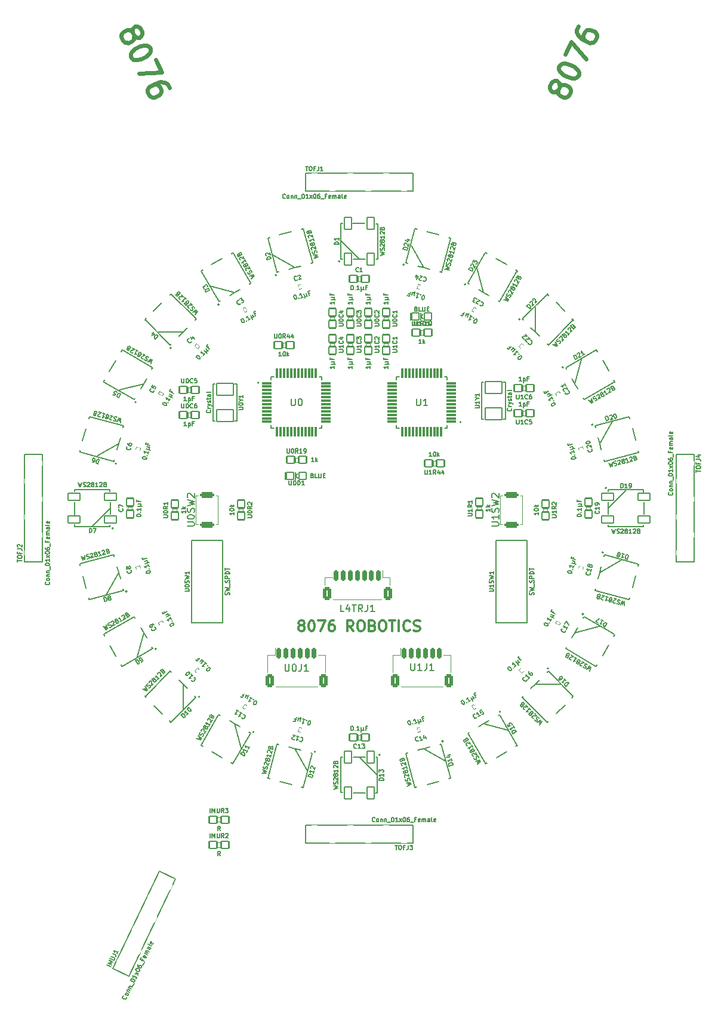
<source format=gto>
%TF.GenerationSoftware,KiCad,Pcbnew,(6.0.0-0)*%
%TF.CreationDate,2022-03-22T21:17:40+08:00*%
%TF.ProjectId,layer4,6c617965-7234-42e6-9b69-6361645f7063,rev?*%
%TF.SameCoordinates,Original*%
%TF.FileFunction,Legend,Top*%
%TF.FilePolarity,Positive*%
%FSLAX46Y46*%
G04 Gerber Fmt 4.6, Leading zero omitted, Abs format (unit mm)*
G04 Created by KiCad (PCBNEW (6.0.0-0)) date 2022-03-22 21:17:40*
%MOMM*%
%LPD*%
G01*
G04 APERTURE LIST*
G04 Aperture macros list*
%AMRoundRect*
0 Rectangle with rounded corners*
0 $1 Rounding radius*
0 $2 $3 $4 $5 $6 $7 $8 $9 X,Y pos of 4 corners*
0 Add a 4 corners polygon primitive as box body*
4,1,4,$2,$3,$4,$5,$6,$7,$8,$9,$2,$3,0*
0 Add four circle primitives for the rounded corners*
1,1,$1+$1,$2,$3*
1,1,$1+$1,$4,$5*
1,1,$1+$1,$6,$7*
1,1,$1+$1,$8,$9*
0 Add four rect primitives between the rounded corners*
20,1,$1+$1,$2,$3,$4,$5,0*
20,1,$1+$1,$4,$5,$6,$7,0*
20,1,$1+$1,$6,$7,$8,$9,0*
20,1,$1+$1,$8,$9,$2,$3,0*%
G04 Aperture macros list end*
%ADD10C,0.600000*%
%ADD11C,0.300000*%
%ADD12C,0.127000*%
%ADD13C,0.150000*%
%ADD14C,0.203200*%
%ADD15C,0.066040*%
%ADD16C,0.120000*%
%ADD17C,0.203201*%
%ADD18C,0.200000*%
%ADD19C,2.082800*%
%ADD20RoundRect,0.101600X0.549910X0.499110X-0.549910X0.499110X-0.549910X-0.499110X0.549910X-0.499110X0*%
%ADD21RoundRect,0.101600X-0.339776X0.660351X-0.624430X-0.401993X0.339776X-0.660351X0.624430X0.401993X0*%
%ADD22RoundRect,0.101600X0.668193X0.695758X-0.926551X0.268448X-0.668193X-0.695758X0.926551X-0.268448X0*%
%ADD23RoundRect,0.101600X-0.660351X-0.339776X0.401993X-0.624430X0.660351X0.339776X-0.401993X0.624430X0*%
%ADD24RoundRect,0.101600X-0.499110X0.825500X-0.499110X-0.825500X0.499110X-0.825500X0.499110X0.825500X0*%
%ADD25RoundRect,0.150000X0.150000X0.625000X-0.150000X0.625000X-0.150000X-0.625000X0.150000X-0.625000X0*%
%ADD26RoundRect,0.250000X0.350000X0.650000X-0.350000X0.650000X-0.350000X-0.650000X0.350000X-0.650000X0*%
%ADD27RoundRect,0.101600X-0.741769X0.035921X0.035921X-0.741769X0.741769X-0.035921X-0.035921X0.741769X0*%
%ADD28RoundRect,0.101600X0.926551X0.268448X-0.668193X0.695758X-0.926551X-0.268448X0.668193X-0.695758X0*%
%ADD29RoundRect,0.101600X-0.230793X-0.936641X0.936641X0.230793X0.230793X0.936641X-0.936641X-0.230793X0*%
%ADD30RoundRect,0.101600X-0.499110X0.549910X-0.499110X-0.549910X0.499110X-0.549910X0.499110X0.549910X0*%
%ADD31RoundRect,0.101600X-0.226681X-0.707197X0.725791X-0.157287X0.226681X0.707197X-0.725791X0.157287X0*%
%ADD32RoundRect,0.101600X0.741769X-0.035921X-0.035921X0.741769X-0.741769X0.035921X0.035921X-0.741769X0*%
%ADD33RoundRect,0.101600X-0.825500X-0.499110X0.825500X-0.499110X0.825500X0.499110X-0.825500X0.499110X0*%
%ADD34RoundRect,0.101600X-0.707197X0.226681X-0.157287X-0.725791X0.707197X-0.226681X0.157287X0.725791X0*%
%ADD35RoundRect,0.200000X0.800000X-0.200000X0.800000X0.200000X-0.800000X0.200000X-0.800000X-0.200000X0*%
%ADD36RoundRect,0.101600X0.499110X-0.499110X0.499110X0.499110X-0.499110X0.499110X-0.499110X-0.499110X0*%
%ADD37RoundRect,0.101600X-0.926551X-0.268448X0.668193X-0.695758X0.926551X0.268448X-0.668193X0.695758X0*%
%ADD38RoundRect,0.101600X0.964459X0.019492X-0.465349X0.844992X-0.964459X-0.019492X0.465349X-0.844992X0*%
%ADD39RoundRect,0.101600X-0.549910X-0.499110X0.549910X-0.499110X0.549910X0.499110X-0.549910X0.499110X0*%
%ADD40RoundRect,0.101600X-0.725791X-0.157287X0.226681X-0.707197X0.725791X0.157287X-0.226681X0.707197X0*%
%ADD41RoundRect,0.101600X0.499110X-0.825500X0.499110X0.825500X-0.499110X0.825500X-0.499110X-0.825500X0*%
%ADD42RoundRect,0.101600X0.268448X-0.926551X0.695758X0.668193X-0.268448X0.926551X-0.695758X-0.668193X0*%
%ADD43RoundRect,0.101600X0.226681X0.707197X-0.725791X0.157287X-0.226681X-0.707197X0.725791X-0.157287X0*%
%ADD44RoundRect,0.101600X-0.695758X0.668193X-0.268448X-0.926551X0.695758X-0.668193X0.268448X0.926551X0*%
%ADD45RoundRect,0.101600X0.339776X-0.660351X0.624430X0.401993X-0.339776X0.660351X-0.624430X-0.401993X0*%
%ADD46RoundRect,0.101600X0.035921X0.741769X-0.741769X-0.035921X-0.035921X-0.741769X0.741769X0.035921X0*%
%ADD47RoundRect,0.150000X-0.150000X-0.625000X0.150000X-0.625000X0.150000X0.625000X-0.150000X0.625000X0*%
%ADD48RoundRect,0.250000X-0.350000X-0.650000X0.350000X-0.650000X0.350000X0.650000X-0.350000X0.650000X0*%
%ADD49RoundRect,0.101600X-0.157287X0.725791X-0.707197X-0.226681X0.157287X-0.725791X0.707197X0.226681X0*%
%ADD50RoundRect,0.101600X-0.936641X0.230793X0.230793X-0.936641X0.936641X-0.230793X-0.230793X0.936641X0*%
%ADD51RoundRect,0.101600X-0.465349X-0.844992X0.964459X-0.019492X0.465349X0.844992X-0.964459X0.019492X0*%
%ADD52RoundRect,0.101600X-0.624430X0.401993X-0.339776X-0.660351X0.624430X-0.401993X0.339776X0.660351X0*%
%ADD53RoundRect,0.109200X0.670800X-0.030800X0.670800X0.030800X-0.670800X0.030800X-0.670800X-0.030800X0*%
%ADD54RoundRect,0.109200X-0.030800X-0.670800X0.030800X-0.670800X0.030800X0.670800X-0.030800X0.670800X0*%
%ADD55RoundRect,0.101600X0.465349X0.844992X-0.964459X0.019492X-0.465349X-0.844992X0.964459X-0.019492X0*%
%ADD56RoundRect,0.101600X0.695758X-0.668193X0.268448X0.926551X-0.695758X0.668193X-0.268448X-0.926551X0*%
%ADD57RoundRect,0.101600X-0.019492X0.964459X-0.844992X-0.465349X0.019492X-0.964459X0.844992X0.465349X0*%
%ADD58RoundRect,0.101600X0.707197X-0.226681X0.157287X0.725791X-0.707197X0.226681X-0.157287X-0.725791X0*%
%ADD59RoundRect,0.101600X0.825500X0.499110X-0.825500X0.499110X-0.825500X-0.499110X0.825500X-0.499110X0*%
%ADD60RoundRect,0.101600X-0.268448X0.926551X-0.695758X-0.668193X0.268448X-0.926551X0.695758X0.668193X0*%
%ADD61RoundRect,0.101600X-0.668193X-0.695758X0.926551X-0.268448X0.668193X0.695758X-0.926551X0.268448X0*%
%ADD62RoundRect,0.101600X-0.401993X-0.624430X0.660351X-0.339776X0.401993X0.624430X-0.660351X0.339776X0*%
%ADD63RoundRect,0.101600X-0.035921X-0.741769X0.741769X0.035921X0.035921X0.741769X-0.741769X-0.035921X0*%
%ADD64RoundRect,0.101600X-0.844992X0.465349X-0.019492X-0.964459X0.844992X-0.465349X0.019492X0.964459X0*%
%ADD65RoundRect,0.101600X-0.964459X-0.019492X0.465349X-0.844992X0.964459X0.019492X-0.465349X0.844992X0*%
%ADD66RoundRect,0.101600X0.019492X-0.964459X0.844992X0.465349X-0.019492X0.964459X-0.844992X-0.465349X0*%
%ADD67RoundRect,0.101600X-1.198880X0.849630X-1.198880X-0.849630X1.198880X-0.849630X1.198880X0.849630X0*%
%ADD68RoundRect,0.101600X0.844992X-0.465349X0.019492X0.964459X-0.844992X0.465349X-0.019492X-0.964459X0*%
%ADD69RoundRect,0.101600X0.725791X0.157287X-0.226681X0.707197X-0.725791X-0.157287X0.226681X-0.707197X0*%
%ADD70RoundRect,0.101600X0.401993X0.624430X-0.660351X0.339776X-0.401993X-0.624430X0.660351X-0.339776X0*%
%ADD71RoundRect,0.101600X0.660351X0.339776X-0.401993X0.624430X-0.660351X-0.339776X0.401993X-0.624430X0*%
%ADD72RoundRect,0.101600X0.936641X-0.230793X-0.230793X0.936641X-0.936641X0.230793X0.230793X-0.936641X0*%
%ADD73RoundRect,0.101600X0.499110X-0.549910X0.499110X0.549910X-0.499110X0.549910X-0.499110X-0.549910X0*%
%ADD74RoundRect,0.101600X0.624430X-0.401993X0.339776X0.660351X-0.624430X0.401993X-0.339776X-0.660351X0*%
%ADD75RoundRect,0.101600X0.157287X-0.725791X0.707197X0.226681X-0.157287X0.725791X-0.707197X-0.226681X0*%
%ADD76RoundRect,0.109200X-0.670800X0.030800X-0.670800X-0.030800X0.670800X-0.030800X0.670800X0.030800X0*%
%ADD77RoundRect,0.109200X0.030800X0.670800X-0.030800X0.670800X-0.030800X-0.670800X0.030800X-0.670800X0*%
%ADD78RoundRect,0.101600X0.230793X0.936641X-0.936641X-0.230793X-0.230793X-0.936641X0.936641X0.230793X0*%
%ADD79RoundRect,0.101600X1.198880X-0.849630X1.198880X0.849630X-1.198880X0.849630X-1.198880X-0.849630X0*%
G04 APERTURE END LIST*
D10*
X153905745Y-42064330D02*
X153653117Y-42259830D01*
X153462440Y-42326604D01*
X153143038Y-42331426D01*
X153014313Y-42269475D01*
X152818814Y-42016847D01*
X152752040Y-41826171D01*
X152747217Y-41506769D01*
X152995022Y-40991868D01*
X153247650Y-40796368D01*
X153438327Y-40729594D01*
X153757729Y-40724772D01*
X153886454Y-40786723D01*
X154081953Y-41039351D01*
X154148727Y-41230027D01*
X154153550Y-41549429D01*
X153905745Y-42064330D01*
X153910567Y-42383732D01*
X153977341Y-42574409D01*
X154172841Y-42827037D01*
X154687742Y-43074842D01*
X155007144Y-43070019D01*
X155197820Y-43003245D01*
X155450448Y-42807746D01*
X155698253Y-42292845D01*
X155693431Y-41973443D01*
X155626657Y-41782766D01*
X155431157Y-41530139D01*
X154916256Y-41282333D01*
X154596854Y-41287156D01*
X154406178Y-41353930D01*
X154153550Y-41549429D01*
X154048194Y-38803538D02*
X154172097Y-38546087D01*
X154424725Y-38350588D01*
X154615401Y-38283814D01*
X154934803Y-38278991D01*
X155511656Y-38398071D01*
X156155282Y-38707828D01*
X156608232Y-39084358D01*
X156803731Y-39336986D01*
X156870505Y-39527663D01*
X156875328Y-39847064D01*
X156751425Y-40104515D01*
X156498798Y-40300014D01*
X156308121Y-40366788D01*
X155988719Y-40371611D01*
X155411867Y-40252531D01*
X154768240Y-39942775D01*
X154315290Y-39566244D01*
X154119791Y-39313616D01*
X154053017Y-39122940D01*
X154048194Y-38803538D01*
X154915513Y-37001384D02*
X155782831Y-35199230D01*
X157928500Y-37658735D01*
X156836003Y-33010900D02*
X156588198Y-33525801D01*
X156593020Y-33845203D01*
X156659794Y-34035879D01*
X156922068Y-34479184D01*
X157375017Y-34855714D01*
X158404820Y-35351325D01*
X158724222Y-35346502D01*
X158914898Y-35279728D01*
X159167526Y-35084229D01*
X159415331Y-34569328D01*
X159410509Y-34249926D01*
X159343735Y-34059249D01*
X159148235Y-33806621D01*
X158504609Y-33496865D01*
X158185207Y-33501687D01*
X157994530Y-33568461D01*
X157741903Y-33763961D01*
X157494097Y-34278862D01*
X157498920Y-34598264D01*
X157565694Y-34788940D01*
X157761193Y-35041568D01*
D11*
X117408571Y-117931428D02*
X117265714Y-117860000D01*
X117194285Y-117788571D01*
X117122857Y-117645714D01*
X117122857Y-117574285D01*
X117194285Y-117431428D01*
X117265714Y-117360000D01*
X117408571Y-117288571D01*
X117694285Y-117288571D01*
X117837142Y-117360000D01*
X117908571Y-117431428D01*
X117980000Y-117574285D01*
X117980000Y-117645714D01*
X117908571Y-117788571D01*
X117837142Y-117860000D01*
X117694285Y-117931428D01*
X117408571Y-117931428D01*
X117265714Y-118002857D01*
X117194285Y-118074285D01*
X117122857Y-118217142D01*
X117122857Y-118502857D01*
X117194285Y-118645714D01*
X117265714Y-118717142D01*
X117408571Y-118788571D01*
X117694285Y-118788571D01*
X117837142Y-118717142D01*
X117908571Y-118645714D01*
X117980000Y-118502857D01*
X117980000Y-118217142D01*
X117908571Y-118074285D01*
X117837142Y-118002857D01*
X117694285Y-117931428D01*
X118908571Y-117288571D02*
X119051428Y-117288571D01*
X119194285Y-117360000D01*
X119265714Y-117431428D01*
X119337142Y-117574285D01*
X119408571Y-117860000D01*
X119408571Y-118217142D01*
X119337142Y-118502857D01*
X119265714Y-118645714D01*
X119194285Y-118717142D01*
X119051428Y-118788571D01*
X118908571Y-118788571D01*
X118765714Y-118717142D01*
X118694285Y-118645714D01*
X118622857Y-118502857D01*
X118551428Y-118217142D01*
X118551428Y-117860000D01*
X118622857Y-117574285D01*
X118694285Y-117431428D01*
X118765714Y-117360000D01*
X118908571Y-117288571D01*
X119908571Y-117288571D02*
X120908571Y-117288571D01*
X120265714Y-118788571D01*
X122122857Y-117288571D02*
X121837142Y-117288571D01*
X121694285Y-117360000D01*
X121622857Y-117431428D01*
X121480000Y-117645714D01*
X121408571Y-117931428D01*
X121408571Y-118502857D01*
X121480000Y-118645714D01*
X121551428Y-118717142D01*
X121694285Y-118788571D01*
X121980000Y-118788571D01*
X122122857Y-118717142D01*
X122194285Y-118645714D01*
X122265714Y-118502857D01*
X122265714Y-118145714D01*
X122194285Y-118002857D01*
X122122857Y-117931428D01*
X121980000Y-117860000D01*
X121694285Y-117860000D01*
X121551428Y-117931428D01*
X121480000Y-118002857D01*
X121408571Y-118145714D01*
X124908571Y-118788571D02*
X124408571Y-118074285D01*
X124051428Y-118788571D02*
X124051428Y-117288571D01*
X124622857Y-117288571D01*
X124765714Y-117360000D01*
X124837142Y-117431428D01*
X124908571Y-117574285D01*
X124908571Y-117788571D01*
X124837142Y-117931428D01*
X124765714Y-118002857D01*
X124622857Y-118074285D01*
X124051428Y-118074285D01*
X125837142Y-117288571D02*
X126122857Y-117288571D01*
X126265714Y-117360000D01*
X126408571Y-117502857D01*
X126480000Y-117788571D01*
X126480000Y-118288571D01*
X126408571Y-118574285D01*
X126265714Y-118717142D01*
X126122857Y-118788571D01*
X125837142Y-118788571D01*
X125694285Y-118717142D01*
X125551428Y-118574285D01*
X125480000Y-118288571D01*
X125480000Y-117788571D01*
X125551428Y-117502857D01*
X125694285Y-117360000D01*
X125837142Y-117288571D01*
X127622857Y-118002857D02*
X127837142Y-118074285D01*
X127908571Y-118145714D01*
X127980000Y-118288571D01*
X127980000Y-118502857D01*
X127908571Y-118645714D01*
X127837142Y-118717142D01*
X127694285Y-118788571D01*
X127122857Y-118788571D01*
X127122857Y-117288571D01*
X127622857Y-117288571D01*
X127765714Y-117360000D01*
X127837142Y-117431428D01*
X127908571Y-117574285D01*
X127908571Y-117717142D01*
X127837142Y-117860000D01*
X127765714Y-117931428D01*
X127622857Y-118002857D01*
X127122857Y-118002857D01*
X128908571Y-117288571D02*
X129194285Y-117288571D01*
X129337142Y-117360000D01*
X129480000Y-117502857D01*
X129551428Y-117788571D01*
X129551428Y-118288571D01*
X129480000Y-118574285D01*
X129337142Y-118717142D01*
X129194285Y-118788571D01*
X128908571Y-118788571D01*
X128765714Y-118717142D01*
X128622857Y-118574285D01*
X128551428Y-118288571D01*
X128551428Y-117788571D01*
X128622857Y-117502857D01*
X128765714Y-117360000D01*
X128908571Y-117288571D01*
X129980000Y-117288571D02*
X130837142Y-117288571D01*
X130408571Y-118788571D02*
X130408571Y-117288571D01*
X131337142Y-118788571D02*
X131337142Y-117288571D01*
X132908571Y-118645714D02*
X132837142Y-118717142D01*
X132622857Y-118788571D01*
X132480000Y-118788571D01*
X132265714Y-118717142D01*
X132122857Y-118574285D01*
X132051428Y-118431428D01*
X131980000Y-118145714D01*
X131980000Y-117931428D01*
X132051428Y-117645714D01*
X132122857Y-117502857D01*
X132265714Y-117360000D01*
X132480000Y-117288571D01*
X132622857Y-117288571D01*
X132837142Y-117360000D01*
X132908571Y-117431428D01*
X133480000Y-118717142D02*
X133694285Y-118788571D01*
X134051428Y-118788571D01*
X134194285Y-118717142D01*
X134265714Y-118645714D01*
X134337142Y-118502857D01*
X134337142Y-118360000D01*
X134265714Y-118217142D01*
X134194285Y-118145714D01*
X134051428Y-118074285D01*
X133765714Y-118002857D01*
X133622857Y-117931428D01*
X133551428Y-117860000D01*
X133480000Y-117717142D01*
X133480000Y-117574285D01*
X133551428Y-117431428D01*
X133622857Y-117360000D01*
X133765714Y-117288571D01*
X134122857Y-117288571D01*
X134337142Y-117360000D01*
D10*
X93538571Y-33825912D02*
X93543394Y-33506510D01*
X93610168Y-33315834D01*
X93805667Y-33063206D01*
X93934392Y-33001254D01*
X94253794Y-33006077D01*
X94444471Y-33072851D01*
X94697099Y-33268350D01*
X94944904Y-33783251D01*
X94940081Y-34102653D01*
X94873307Y-34293330D01*
X94677808Y-34545958D01*
X94549083Y-34607909D01*
X94229681Y-34603086D01*
X94039004Y-34536312D01*
X93786376Y-34340813D01*
X93538571Y-33825912D01*
X93285943Y-33630413D01*
X93095267Y-33563639D01*
X92775865Y-33558816D01*
X92260964Y-33806621D01*
X92065464Y-34059249D01*
X91998690Y-34249926D01*
X91993868Y-34569328D01*
X92241673Y-35084229D01*
X92494301Y-35279728D01*
X92684977Y-35346502D01*
X93004379Y-35351325D01*
X93519280Y-35103520D01*
X93714780Y-34850892D01*
X93781554Y-34660215D01*
X93786376Y-34340813D01*
X95998076Y-35971581D02*
X96121979Y-36229032D01*
X96117156Y-36548434D01*
X96050382Y-36739110D01*
X95854883Y-36991738D01*
X95401933Y-37368269D01*
X94758306Y-37678025D01*
X94181454Y-37797105D01*
X93862052Y-37792283D01*
X93671375Y-37725509D01*
X93418748Y-37530009D01*
X93294845Y-37272559D01*
X93299668Y-36953157D01*
X93366442Y-36762480D01*
X93561941Y-36509852D01*
X94014891Y-36133322D01*
X94658517Y-35823565D01*
X95235370Y-35704485D01*
X95554772Y-35709308D01*
X95745448Y-35776082D01*
X95998076Y-35971581D01*
X96865394Y-37773735D02*
X97732712Y-39575889D01*
X94471920Y-39718339D01*
X98785884Y-41764219D02*
X98538079Y-41249318D01*
X98285451Y-41053819D01*
X98094775Y-40987045D01*
X97584696Y-40915448D01*
X97007844Y-41034528D01*
X95978042Y-41530139D01*
X95782542Y-41782766D01*
X95715768Y-41973443D01*
X95710946Y-42292845D01*
X95958751Y-42807746D01*
X96211379Y-43003245D01*
X96402055Y-43070019D01*
X96721457Y-43074842D01*
X97365084Y-42765086D01*
X97560583Y-42512458D01*
X97627357Y-42321781D01*
X97632180Y-42002379D01*
X97384374Y-41487478D01*
X97131746Y-41291979D01*
X96941070Y-41225205D01*
X96621668Y-41220382D01*
D12*
%TO.C,TOFJ4*%
X173529171Y-96273257D02*
X173529171Y-95924914D01*
X174138771Y-96099085D02*
X173529171Y-96099085D01*
X173529171Y-95605600D02*
X173529171Y-95489485D01*
X173558200Y-95431428D01*
X173616257Y-95373371D01*
X173732371Y-95344342D01*
X173935571Y-95344342D01*
X174051685Y-95373371D01*
X174109742Y-95431428D01*
X174138771Y-95489485D01*
X174138771Y-95605600D01*
X174109742Y-95663657D01*
X174051685Y-95721714D01*
X173935571Y-95750742D01*
X173732371Y-95750742D01*
X173616257Y-95721714D01*
X173558200Y-95663657D01*
X173529171Y-95605600D01*
X173819457Y-94879885D02*
X173819457Y-95083085D01*
X174138771Y-95083085D02*
X173529171Y-95083085D01*
X173529171Y-94792800D01*
X173529171Y-94386400D02*
X173964600Y-94386400D01*
X174051685Y-94415428D01*
X174109742Y-94473485D01*
X174138771Y-94560571D01*
X174138771Y-94618628D01*
X173732371Y-93834857D02*
X174138771Y-93834857D01*
X173500142Y-93980000D02*
X173935571Y-94125142D01*
X173935571Y-93747771D01*
X170143714Y-99132571D02*
X170172742Y-99161600D01*
X170201771Y-99248685D01*
X170201771Y-99306742D01*
X170172742Y-99393828D01*
X170114685Y-99451885D01*
X170056628Y-99480914D01*
X169940514Y-99509942D01*
X169853428Y-99509942D01*
X169737314Y-99480914D01*
X169679257Y-99451885D01*
X169621200Y-99393828D01*
X169592171Y-99306742D01*
X169592171Y-99248685D01*
X169621200Y-99161600D01*
X169650228Y-99132571D01*
X170201771Y-98784228D02*
X170172742Y-98842285D01*
X170143714Y-98871314D01*
X170085657Y-98900342D01*
X169911485Y-98900342D01*
X169853428Y-98871314D01*
X169824400Y-98842285D01*
X169795371Y-98784228D01*
X169795371Y-98697142D01*
X169824400Y-98639085D01*
X169853428Y-98610057D01*
X169911485Y-98581028D01*
X170085657Y-98581028D01*
X170143714Y-98610057D01*
X170172742Y-98639085D01*
X170201771Y-98697142D01*
X170201771Y-98784228D01*
X169795371Y-98319771D02*
X170201771Y-98319771D01*
X169853428Y-98319771D02*
X169824400Y-98290742D01*
X169795371Y-98232685D01*
X169795371Y-98145600D01*
X169824400Y-98087542D01*
X169882457Y-98058514D01*
X170201771Y-98058514D01*
X169795371Y-97768228D02*
X170201771Y-97768228D01*
X169853428Y-97768228D02*
X169824400Y-97739200D01*
X169795371Y-97681142D01*
X169795371Y-97594057D01*
X169824400Y-97536000D01*
X169882457Y-97506971D01*
X170201771Y-97506971D01*
X170259828Y-97361828D02*
X170259828Y-96897371D01*
X169592171Y-96636114D02*
X169592171Y-96578057D01*
X169621200Y-96520000D01*
X169650228Y-96490971D01*
X169708285Y-96461942D01*
X169824400Y-96432914D01*
X169969542Y-96432914D01*
X170085657Y-96461942D01*
X170143714Y-96490971D01*
X170172742Y-96520000D01*
X170201771Y-96578057D01*
X170201771Y-96636114D01*
X170172742Y-96694171D01*
X170143714Y-96723200D01*
X170085657Y-96752228D01*
X169969542Y-96781257D01*
X169824400Y-96781257D01*
X169708285Y-96752228D01*
X169650228Y-96723200D01*
X169621200Y-96694171D01*
X169592171Y-96636114D01*
X170201771Y-95852342D02*
X170201771Y-96200685D01*
X170201771Y-96026514D02*
X169592171Y-96026514D01*
X169679257Y-96084571D01*
X169737314Y-96142628D01*
X169766342Y-96200685D01*
X170201771Y-95649142D02*
X169795371Y-95329828D01*
X169795371Y-95649142D02*
X170201771Y-95329828D01*
X169592171Y-94981485D02*
X169592171Y-94923428D01*
X169621200Y-94865371D01*
X169650228Y-94836342D01*
X169708285Y-94807314D01*
X169824400Y-94778285D01*
X169969542Y-94778285D01*
X170085657Y-94807314D01*
X170143714Y-94836342D01*
X170172742Y-94865371D01*
X170201771Y-94923428D01*
X170201771Y-94981485D01*
X170172742Y-95039542D01*
X170143714Y-95068571D01*
X170085657Y-95097600D01*
X169969542Y-95126628D01*
X169824400Y-95126628D01*
X169708285Y-95097600D01*
X169650228Y-95068571D01*
X169621200Y-95039542D01*
X169592171Y-94981485D01*
X169592171Y-94255771D02*
X169592171Y-94371885D01*
X169621200Y-94429942D01*
X169650228Y-94458971D01*
X169737314Y-94517028D01*
X169853428Y-94546057D01*
X170085657Y-94546057D01*
X170143714Y-94517028D01*
X170172742Y-94488000D01*
X170201771Y-94429942D01*
X170201771Y-94313828D01*
X170172742Y-94255771D01*
X170143714Y-94226742D01*
X170085657Y-94197714D01*
X169940514Y-94197714D01*
X169882457Y-94226742D01*
X169853428Y-94255771D01*
X169824400Y-94313828D01*
X169824400Y-94429942D01*
X169853428Y-94488000D01*
X169882457Y-94517028D01*
X169940514Y-94546057D01*
X170259828Y-94081600D02*
X170259828Y-93617142D01*
X169882457Y-93268800D02*
X169882457Y-93472000D01*
X170201771Y-93472000D02*
X169592171Y-93472000D01*
X169592171Y-93181714D01*
X170172742Y-92717257D02*
X170201771Y-92775314D01*
X170201771Y-92891428D01*
X170172742Y-92949485D01*
X170114685Y-92978514D01*
X169882457Y-92978514D01*
X169824400Y-92949485D01*
X169795371Y-92891428D01*
X169795371Y-92775314D01*
X169824400Y-92717257D01*
X169882457Y-92688228D01*
X169940514Y-92688228D01*
X169998571Y-92978514D01*
X170201771Y-92426971D02*
X169795371Y-92426971D01*
X169853428Y-92426971D02*
X169824400Y-92397942D01*
X169795371Y-92339885D01*
X169795371Y-92252800D01*
X169824400Y-92194742D01*
X169882457Y-92165714D01*
X170201771Y-92165714D01*
X169882457Y-92165714D02*
X169824400Y-92136685D01*
X169795371Y-92078628D01*
X169795371Y-91991542D01*
X169824400Y-91933485D01*
X169882457Y-91904457D01*
X170201771Y-91904457D01*
X170201771Y-91352914D02*
X169882457Y-91352914D01*
X169824400Y-91381942D01*
X169795371Y-91440000D01*
X169795371Y-91556114D01*
X169824400Y-91614171D01*
X170172742Y-91352914D02*
X170201771Y-91410971D01*
X170201771Y-91556114D01*
X170172742Y-91614171D01*
X170114685Y-91643200D01*
X170056628Y-91643200D01*
X169998571Y-91614171D01*
X169969542Y-91556114D01*
X169969542Y-91410971D01*
X169940514Y-91352914D01*
X170201771Y-90975542D02*
X170172742Y-91033600D01*
X170114685Y-91062628D01*
X169592171Y-91062628D01*
X170172742Y-90511085D02*
X170201771Y-90569142D01*
X170201771Y-90685257D01*
X170172742Y-90743314D01*
X170114685Y-90772342D01*
X169882457Y-90772342D01*
X169824400Y-90743314D01*
X169795371Y-90685257D01*
X169795371Y-90569142D01*
X169824400Y-90511085D01*
X169882457Y-90482057D01*
X169940514Y-90482057D01*
X169998571Y-90772342D01*
%TO.C,U1C5*%
X148046077Y-88820171D02*
X148046077Y-89313657D01*
X148075105Y-89371714D01*
X148104134Y-89400742D01*
X148162191Y-89429771D01*
X148278305Y-89429771D01*
X148336362Y-89400742D01*
X148365391Y-89371714D01*
X148394420Y-89313657D01*
X148394420Y-88820171D01*
X149004020Y-89429771D02*
X148655677Y-89429771D01*
X148829848Y-89429771D02*
X148829848Y-88820171D01*
X148771791Y-88907257D01*
X148713734Y-88965314D01*
X148655677Y-88994342D01*
X149613620Y-89371714D02*
X149584591Y-89400742D01*
X149497505Y-89429771D01*
X149439448Y-89429771D01*
X149352362Y-89400742D01*
X149294305Y-89342685D01*
X149265277Y-89284628D01*
X149236248Y-89168514D01*
X149236248Y-89081428D01*
X149265277Y-88965314D01*
X149294305Y-88907257D01*
X149352362Y-88849200D01*
X149439448Y-88820171D01*
X149497505Y-88820171D01*
X149584591Y-88849200D01*
X149613620Y-88878228D01*
X150165162Y-88820171D02*
X149874877Y-88820171D01*
X149845848Y-89110457D01*
X149874877Y-89081428D01*
X149932934Y-89052400D01*
X150078077Y-89052400D01*
X150136134Y-89081428D01*
X150165162Y-89110457D01*
X150194191Y-89168514D01*
X150194191Y-89313657D01*
X150165162Y-89371714D01*
X150136134Y-89400742D01*
X150078077Y-89429771D01*
X149932934Y-89429771D01*
X149874877Y-89400742D01*
X149845848Y-89371714D01*
X148742762Y-86889771D02*
X148394420Y-86889771D01*
X148568591Y-86889771D02*
X148568591Y-86280171D01*
X148510534Y-86367257D01*
X148452477Y-86425314D01*
X148394420Y-86454342D01*
X149004020Y-86483371D02*
X149004020Y-87092971D01*
X149004020Y-86512400D02*
X149062077Y-86483371D01*
X149178191Y-86483371D01*
X149236248Y-86512400D01*
X149265277Y-86541428D01*
X149294305Y-86599485D01*
X149294305Y-86773657D01*
X149265277Y-86831714D01*
X149236248Y-86860742D01*
X149178191Y-86889771D01*
X149062077Y-86889771D01*
X149004020Y-86860742D01*
X149758762Y-86570457D02*
X149555562Y-86570457D01*
X149555562Y-86889771D02*
X149555562Y-86280171D01*
X149845848Y-86280171D01*
%TO.C,C18*%
X158469774Y-110524306D02*
X158490300Y-110559858D01*
X158495800Y-110651490D01*
X158480774Y-110707569D01*
X158430195Y-110784174D01*
X158359090Y-110825226D01*
X158295498Y-110838240D01*
X158175827Y-110836226D01*
X158091708Y-110813687D01*
X157987064Y-110755595D01*
X157938498Y-110712529D01*
X157897445Y-110641424D01*
X157891945Y-110549793D01*
X157906972Y-110493714D01*
X157957551Y-110417108D01*
X157993103Y-110396582D01*
X158676116Y-109978543D02*
X158585958Y-110315016D01*
X158631037Y-110146780D02*
X158042208Y-109989004D01*
X158111300Y-110067622D01*
X158152353Y-110138727D01*
X158165366Y-110202319D01*
X158429800Y-109551912D02*
X158386734Y-109600478D01*
X158351182Y-109621004D01*
X158287590Y-109634017D01*
X158259550Y-109626504D01*
X158210985Y-109583438D01*
X158190458Y-109547886D01*
X158177445Y-109484294D01*
X158207498Y-109372136D01*
X158250563Y-109323570D01*
X158286116Y-109303044D01*
X158349708Y-109290031D01*
X158377747Y-109297544D01*
X158426313Y-109340609D01*
X158446840Y-109376162D01*
X158459853Y-109439754D01*
X158429800Y-109551912D01*
X158442813Y-109615504D01*
X158463340Y-109651057D01*
X158511905Y-109694122D01*
X158624063Y-109724175D01*
X158687655Y-109711162D01*
X158723208Y-109690635D01*
X158766273Y-109642070D01*
X158796326Y-109529912D01*
X158783313Y-109466320D01*
X158762787Y-109430767D01*
X158714221Y-109387701D01*
X158602063Y-109357649D01*
X158538471Y-109370662D01*
X158502918Y-109391188D01*
X158459853Y-109439754D01*
X155314527Y-110355043D02*
X155329553Y-110298965D01*
X155372619Y-110250399D01*
X155408171Y-110229872D01*
X155471763Y-110216859D01*
X155591434Y-110218872D01*
X155731631Y-110256438D01*
X155836276Y-110314530D01*
X155884842Y-110357596D01*
X155905368Y-110393149D01*
X155918381Y-110456741D01*
X155903355Y-110512819D01*
X155860289Y-110561385D01*
X155824737Y-110581912D01*
X155761145Y-110594925D01*
X155641474Y-110592912D01*
X155501276Y-110555346D01*
X155396632Y-110497254D01*
X155348066Y-110454188D01*
X155327540Y-110418635D01*
X155314527Y-110355043D01*
X155967486Y-110049162D02*
X156003039Y-110028636D01*
X156023565Y-110064188D01*
X155988013Y-110084715D01*
X155967486Y-110049162D01*
X156023565Y-110064188D01*
X156181341Y-109475360D02*
X156091184Y-109811833D01*
X156136263Y-109643597D02*
X155547434Y-109485821D01*
X155616526Y-109564439D01*
X155657579Y-109635544D01*
X155670592Y-109699136D01*
X155856407Y-109117821D02*
X156445236Y-109275597D01*
X156239973Y-108920071D02*
X156303565Y-108907058D01*
X156346631Y-108858492D01*
X156164841Y-109200465D02*
X156228433Y-109187452D01*
X156271499Y-109138887D01*
X156301552Y-109026729D01*
X156288539Y-108963137D01*
X156239973Y-108920071D01*
X155931539Y-108837426D01*
X156158407Y-108327216D02*
X156105815Y-108523492D01*
X156414249Y-108606137D02*
X155825421Y-108448361D01*
X155900552Y-108167967D01*
%TO.C,C13*%
X125338114Y-135345714D02*
X125309085Y-135374742D01*
X125222000Y-135403771D01*
X125163942Y-135403771D01*
X125076857Y-135374742D01*
X125018800Y-135316685D01*
X124989771Y-135258628D01*
X124960742Y-135142514D01*
X124960742Y-135055428D01*
X124989771Y-134939314D01*
X125018800Y-134881257D01*
X125076857Y-134823200D01*
X125163942Y-134794171D01*
X125222000Y-134794171D01*
X125309085Y-134823200D01*
X125338114Y-134852228D01*
X125918685Y-135403771D02*
X125570342Y-135403771D01*
X125744514Y-135403771D02*
X125744514Y-134794171D01*
X125686457Y-134881257D01*
X125628400Y-134939314D01*
X125570342Y-134968342D01*
X126121885Y-134794171D02*
X126499257Y-134794171D01*
X126296057Y-135026400D01*
X126383142Y-135026400D01*
X126441200Y-135055428D01*
X126470228Y-135084457D01*
X126499257Y-135142514D01*
X126499257Y-135287657D01*
X126470228Y-135345714D01*
X126441200Y-135374742D01*
X126383142Y-135403771D01*
X126208971Y-135403771D01*
X126150914Y-135374742D01*
X126121885Y-135345714D01*
X124684971Y-132254171D02*
X124743028Y-132254171D01*
X124801085Y-132283200D01*
X124830114Y-132312228D01*
X124859142Y-132370285D01*
X124888171Y-132486400D01*
X124888171Y-132631542D01*
X124859142Y-132747657D01*
X124830114Y-132805714D01*
X124801085Y-132834742D01*
X124743028Y-132863771D01*
X124684971Y-132863771D01*
X124626914Y-132834742D01*
X124597885Y-132805714D01*
X124568857Y-132747657D01*
X124539828Y-132631542D01*
X124539828Y-132486400D01*
X124568857Y-132370285D01*
X124597885Y-132312228D01*
X124626914Y-132283200D01*
X124684971Y-132254171D01*
X125149428Y-132805714D02*
X125178457Y-132834742D01*
X125149428Y-132863771D01*
X125120400Y-132834742D01*
X125149428Y-132805714D01*
X125149428Y-132863771D01*
X125759028Y-132863771D02*
X125410685Y-132863771D01*
X125584857Y-132863771D02*
X125584857Y-132254171D01*
X125526800Y-132341257D01*
X125468742Y-132399314D01*
X125410685Y-132428342D01*
X126020285Y-132457371D02*
X126020285Y-133066971D01*
X126310571Y-132776685D02*
X126339600Y-132834742D01*
X126397657Y-132863771D01*
X126020285Y-132776685D02*
X126049314Y-132834742D01*
X126107371Y-132863771D01*
X126223485Y-132863771D01*
X126281542Y-132834742D01*
X126310571Y-132776685D01*
X126310571Y-132457371D01*
X126862114Y-132544457D02*
X126658914Y-132544457D01*
X126658914Y-132863771D02*
X126658914Y-132254171D01*
X126949200Y-132254171D01*
%TO.C,D20*%
X160821048Y-88941879D02*
X160663271Y-88353051D01*
X160803469Y-88315485D01*
X160895100Y-88320985D01*
X160966205Y-88362038D01*
X161009271Y-88410604D01*
X161067363Y-88515248D01*
X161089903Y-88599367D01*
X161091916Y-88719038D01*
X161078903Y-88782630D01*
X161037850Y-88853735D01*
X160961245Y-88904314D01*
X160821048Y-88941879D01*
X161239087Y-88258867D02*
X161259613Y-88223314D01*
X161308179Y-88180249D01*
X161448376Y-88142683D01*
X161511968Y-88155696D01*
X161547521Y-88176222D01*
X161590586Y-88224788D01*
X161605613Y-88280867D01*
X161600113Y-88372499D01*
X161353797Y-88799130D01*
X161718310Y-88701459D01*
X161925047Y-88014959D02*
X161981125Y-87999933D01*
X162044717Y-88012946D01*
X162080270Y-88033473D01*
X162123336Y-88082038D01*
X162181428Y-88186683D01*
X162218994Y-88326880D01*
X162221007Y-88446551D01*
X162207994Y-88510143D01*
X162187467Y-88545696D01*
X162138902Y-88588762D01*
X162082823Y-88603788D01*
X162019231Y-88590775D01*
X161983678Y-88570248D01*
X161940612Y-88521683D01*
X161882520Y-88417038D01*
X161844954Y-88276841D01*
X161842941Y-88157170D01*
X161855954Y-88093578D01*
X161876481Y-88058025D01*
X161925047Y-88014959D01*
X161105906Y-94939931D02*
X161403879Y-95491193D01*
X161403340Y-95040549D01*
X161628195Y-95431088D01*
X161610616Y-94804694D01*
X161957155Y-95312891D02*
X162048786Y-95318391D01*
X162188984Y-95280825D01*
X162237549Y-95237759D01*
X162258076Y-95202207D01*
X162271089Y-95138615D01*
X162256062Y-95082536D01*
X162212997Y-95033970D01*
X162177444Y-95013444D01*
X162113852Y-95000431D01*
X161994181Y-95002444D01*
X161930589Y-94989431D01*
X161895037Y-94968904D01*
X161851971Y-94920339D01*
X161836945Y-94864260D01*
X161849958Y-94800668D01*
X161870484Y-94765115D01*
X161919050Y-94722049D01*
X162059247Y-94684484D01*
X162150878Y-94689984D01*
X162382707Y-94657918D02*
X162403233Y-94622365D01*
X162451799Y-94579300D01*
X162591996Y-94541734D01*
X162655588Y-94554747D01*
X162691141Y-94575273D01*
X162734207Y-94623839D01*
X162749233Y-94679918D01*
X162743733Y-94771549D01*
X162497418Y-95198180D01*
X162861930Y-95100510D01*
X163108246Y-94673878D02*
X163044654Y-94660865D01*
X163009101Y-94640339D01*
X162966036Y-94591773D01*
X162958522Y-94563734D01*
X162971536Y-94500142D01*
X162992062Y-94464589D01*
X163040628Y-94421523D01*
X163152785Y-94391471D01*
X163216377Y-94404484D01*
X163251930Y-94425010D01*
X163294996Y-94473576D01*
X163302509Y-94501615D01*
X163289496Y-94565208D01*
X163268969Y-94600760D01*
X163220404Y-94643826D01*
X163108246Y-94673878D01*
X163059680Y-94716944D01*
X163039154Y-94752497D01*
X163026141Y-94816089D01*
X163056193Y-94928247D01*
X163099259Y-94976812D01*
X163134812Y-94997339D01*
X163198404Y-95010352D01*
X163310561Y-94980299D01*
X163359127Y-94937233D01*
X163379654Y-94901681D01*
X163392667Y-94838089D01*
X163362614Y-94725931D01*
X163319548Y-94677365D01*
X163283996Y-94656839D01*
X163220404Y-94643826D01*
X163983508Y-94799984D02*
X163647035Y-94890141D01*
X163815272Y-94845063D02*
X163657495Y-94256234D01*
X163623956Y-94355379D01*
X163582903Y-94426484D01*
X163534338Y-94469550D01*
X164065074Y-94207129D02*
X164085600Y-94171576D01*
X164134166Y-94128511D01*
X164274363Y-94090945D01*
X164337955Y-94103958D01*
X164373508Y-94124484D01*
X164416574Y-94173050D01*
X164431600Y-94229129D01*
X164426100Y-94320761D01*
X164179784Y-94747392D01*
X164544297Y-94649721D01*
X164910284Y-94221076D02*
X165001915Y-94226576D01*
X165037468Y-94247103D01*
X165080533Y-94295669D01*
X165103073Y-94379787D01*
X165090060Y-94443379D01*
X165069533Y-94478932D01*
X165020968Y-94521997D01*
X164796652Y-94582102D01*
X164638876Y-93993274D01*
X164835152Y-93940682D01*
X164898744Y-93953695D01*
X164934297Y-93974221D01*
X164977363Y-94022787D01*
X164992389Y-94078866D01*
X164979376Y-94142458D01*
X164958849Y-94178011D01*
X164910284Y-94221076D01*
X164714008Y-94273669D01*
%TO.C,C24*%
X134908306Y-68606225D02*
X134943858Y-68585699D01*
X135035490Y-68580199D01*
X135091569Y-68595225D01*
X135168174Y-68645804D01*
X135209226Y-68716909D01*
X135222240Y-68780501D01*
X135220226Y-68900172D01*
X135197687Y-68984291D01*
X135139595Y-69088935D01*
X135096529Y-69137501D01*
X135025424Y-69178554D01*
X134933793Y-69184054D01*
X134877714Y-69169027D01*
X134801108Y-69118448D01*
X134780582Y-69082896D01*
X134556267Y-69022791D02*
X134520714Y-69043317D01*
X134457122Y-69056330D01*
X134316925Y-69018764D01*
X134268359Y-68975699D01*
X134247833Y-68940146D01*
X134234819Y-68876554D01*
X134249846Y-68820475D01*
X134300425Y-68743870D01*
X134727056Y-68497554D01*
X134362543Y-68399883D01*
X133752649Y-68657199D02*
X133857833Y-68264647D01*
X133832741Y-68919080D02*
X134085635Y-68536054D01*
X133721123Y-68438383D01*
X134739043Y-71761472D02*
X134682965Y-71746446D01*
X134634399Y-71703380D01*
X134613872Y-71667828D01*
X134600859Y-71604236D01*
X134602872Y-71484565D01*
X134640438Y-71344368D01*
X134698530Y-71239723D01*
X134741596Y-71191157D01*
X134777149Y-71170631D01*
X134840741Y-71157618D01*
X134896819Y-71172644D01*
X134945385Y-71215710D01*
X134965912Y-71251262D01*
X134978925Y-71314854D01*
X134976912Y-71434525D01*
X134939346Y-71574723D01*
X134881254Y-71679367D01*
X134838188Y-71727933D01*
X134802635Y-71748459D01*
X134739043Y-71761472D01*
X134433162Y-71108513D02*
X134412636Y-71072960D01*
X134448188Y-71052434D01*
X134468715Y-71087986D01*
X134433162Y-71108513D01*
X134448188Y-71052434D01*
X133859360Y-70894658D02*
X134195833Y-70984815D01*
X134027597Y-70939736D02*
X133869821Y-71528565D01*
X133948439Y-71459473D01*
X134019544Y-71418420D01*
X134083136Y-71405407D01*
X133501821Y-71219592D02*
X133659597Y-70630763D01*
X133304071Y-70836026D02*
X133291058Y-70772434D01*
X133242492Y-70729368D01*
X133584465Y-70911158D02*
X133571452Y-70847566D01*
X133522887Y-70804500D01*
X133410729Y-70774447D01*
X133347137Y-70787460D01*
X133304071Y-70836026D01*
X133221426Y-71144460D01*
X132711216Y-70917592D02*
X132907492Y-70970184D01*
X132990137Y-70661750D02*
X132832361Y-71250578D01*
X132551967Y-71175447D01*
%TO.C,D1*%
X122830771Y-63949942D02*
X122221171Y-63949942D01*
X122221171Y-63804800D01*
X122250200Y-63717714D01*
X122308257Y-63659657D01*
X122366314Y-63630628D01*
X122482428Y-63601600D01*
X122569514Y-63601600D01*
X122685628Y-63630628D01*
X122743685Y-63659657D01*
X122801742Y-63717714D01*
X122830771Y-63804800D01*
X122830771Y-63949942D01*
X122830771Y-63021028D02*
X122830771Y-63369371D01*
X122830771Y-63195200D02*
X122221171Y-63195200D01*
X122308257Y-63253257D01*
X122366314Y-63311314D01*
X122395342Y-63369371D01*
X128698171Y-65517485D02*
X129307771Y-65372342D01*
X128872342Y-65256228D01*
X129307771Y-65140114D01*
X128698171Y-64994971D01*
X129278742Y-64791771D02*
X129307771Y-64704685D01*
X129307771Y-64559542D01*
X129278742Y-64501485D01*
X129249714Y-64472457D01*
X129191657Y-64443428D01*
X129133600Y-64443428D01*
X129075542Y-64472457D01*
X129046514Y-64501485D01*
X129017485Y-64559542D01*
X128988457Y-64675657D01*
X128959428Y-64733714D01*
X128930400Y-64762742D01*
X128872342Y-64791771D01*
X128814285Y-64791771D01*
X128756228Y-64762742D01*
X128727200Y-64733714D01*
X128698171Y-64675657D01*
X128698171Y-64530514D01*
X128727200Y-64443428D01*
X128756228Y-64211200D02*
X128727200Y-64182171D01*
X128698171Y-64124114D01*
X128698171Y-63978971D01*
X128727200Y-63920914D01*
X128756228Y-63891885D01*
X128814285Y-63862857D01*
X128872342Y-63862857D01*
X128959428Y-63891885D01*
X129307771Y-64240228D01*
X129307771Y-63862857D01*
X128959428Y-63514514D02*
X128930400Y-63572571D01*
X128901371Y-63601600D01*
X128843314Y-63630628D01*
X128814285Y-63630628D01*
X128756228Y-63601600D01*
X128727200Y-63572571D01*
X128698171Y-63514514D01*
X128698171Y-63398400D01*
X128727200Y-63340342D01*
X128756228Y-63311314D01*
X128814285Y-63282285D01*
X128843314Y-63282285D01*
X128901371Y-63311314D01*
X128930400Y-63340342D01*
X128959428Y-63398400D01*
X128959428Y-63514514D01*
X128988457Y-63572571D01*
X129017485Y-63601600D01*
X129075542Y-63630628D01*
X129191657Y-63630628D01*
X129249714Y-63601600D01*
X129278742Y-63572571D01*
X129307771Y-63514514D01*
X129307771Y-63398400D01*
X129278742Y-63340342D01*
X129249714Y-63311314D01*
X129191657Y-63282285D01*
X129075542Y-63282285D01*
X129017485Y-63311314D01*
X128988457Y-63340342D01*
X128959428Y-63398400D01*
X129307771Y-62701714D02*
X129307771Y-63050057D01*
X129307771Y-62875885D02*
X128698171Y-62875885D01*
X128785257Y-62933942D01*
X128843314Y-62992000D01*
X128872342Y-63050057D01*
X128756228Y-62469485D02*
X128727200Y-62440457D01*
X128698171Y-62382400D01*
X128698171Y-62237257D01*
X128727200Y-62179200D01*
X128756228Y-62150171D01*
X128814285Y-62121142D01*
X128872342Y-62121142D01*
X128959428Y-62150171D01*
X129307771Y-62498514D01*
X129307771Y-62121142D01*
X128988457Y-61656685D02*
X129017485Y-61569600D01*
X129046514Y-61540571D01*
X129104571Y-61511542D01*
X129191657Y-61511542D01*
X129249714Y-61540571D01*
X129278742Y-61569600D01*
X129307771Y-61627657D01*
X129307771Y-61859885D01*
X128698171Y-61859885D01*
X128698171Y-61656685D01*
X128727200Y-61598628D01*
X128756228Y-61569600D01*
X128814285Y-61540571D01*
X128872342Y-61540571D01*
X128930400Y-61569600D01*
X128959428Y-61598628D01*
X128988457Y-61656685D01*
X128988457Y-61859885D01*
D13*
%TO.C,L4TRJ1*%
X123571238Y-116020380D02*
X123095047Y-116020380D01*
X123095047Y-115020380D01*
X124333142Y-115353714D02*
X124333142Y-116020380D01*
X124095047Y-114972761D02*
X123856952Y-115687047D01*
X124476000Y-115687047D01*
X124714095Y-115020380D02*
X125285523Y-115020380D01*
X124999809Y-116020380D02*
X124999809Y-115020380D01*
X126190285Y-116020380D02*
X125856952Y-115544190D01*
X125618857Y-116020380D02*
X125618857Y-115020380D01*
X125999809Y-115020380D01*
X126095047Y-115068000D01*
X126142666Y-115115619D01*
X126190285Y-115210857D01*
X126190285Y-115353714D01*
X126142666Y-115448952D01*
X126095047Y-115496571D01*
X125999809Y-115544190D01*
X125618857Y-115544190D01*
X126904571Y-115020380D02*
X126904571Y-115734666D01*
X126856952Y-115877523D01*
X126761714Y-115972761D01*
X126618857Y-116020380D01*
X126523619Y-116020380D01*
X127904571Y-116020380D02*
X127333142Y-116020380D01*
X127618857Y-116020380D02*
X127618857Y-115020380D01*
X127523619Y-115163238D01*
X127428380Y-115258476D01*
X127333142Y-115306095D01*
D12*
%TO.C,C22*%
X150048534Y-77581675D02*
X150089586Y-77581675D01*
X150171692Y-77622728D01*
X150212744Y-77663780D01*
X150253797Y-77745886D01*
X150253797Y-77827991D01*
X150233270Y-77889570D01*
X150171692Y-77992201D01*
X150110113Y-78053780D01*
X150007481Y-78115359D01*
X149945902Y-78135885D01*
X149863797Y-78135885D01*
X149781692Y-78094833D01*
X149740639Y-78053780D01*
X149699587Y-77971675D01*
X149699587Y-77930622D01*
X149535376Y-77766412D02*
X149494324Y-77766412D01*
X149432745Y-77745886D01*
X149330113Y-77643254D01*
X149309587Y-77581675D01*
X149309587Y-77540623D01*
X149330113Y-77479044D01*
X149371166Y-77437991D01*
X149453271Y-77396939D01*
X149945902Y-77396939D01*
X149679060Y-77130097D01*
X149124850Y-77355886D02*
X149083798Y-77355886D01*
X149022219Y-77335360D01*
X148919587Y-77232728D01*
X148899061Y-77171149D01*
X148899061Y-77130097D01*
X148919587Y-77068518D01*
X148960640Y-77027465D01*
X149042745Y-76986413D01*
X149535376Y-76986413D01*
X149268534Y-76719571D01*
X148324324Y-80229569D02*
X148283271Y-80188516D01*
X148262745Y-80126937D01*
X148262745Y-80085885D01*
X148283271Y-80024306D01*
X148344850Y-79921674D01*
X148447482Y-79819043D01*
X148550113Y-79757464D01*
X148611692Y-79736938D01*
X148652745Y-79736938D01*
X148714324Y-79757464D01*
X148755376Y-79798516D01*
X148775902Y-79860095D01*
X148775902Y-79901148D01*
X148755376Y-79962727D01*
X148693797Y-80065358D01*
X148591166Y-80167990D01*
X148488534Y-80229569D01*
X148426955Y-80250095D01*
X148385903Y-80250095D01*
X148324324Y-80229569D01*
X148385903Y-79511148D02*
X148385903Y-79470096D01*
X148426955Y-79470096D01*
X148426955Y-79511148D01*
X148385903Y-79511148D01*
X148426955Y-79470096D01*
X147995903Y-79039043D02*
X148242219Y-79285359D01*
X148119061Y-79162201D02*
X147688009Y-79593253D01*
X147790640Y-79572727D01*
X147872745Y-79572727D01*
X147934324Y-79593253D01*
X147523798Y-79141675D02*
X147954850Y-78710623D01*
X147544324Y-78710623D02*
X147564851Y-78649044D01*
X147544324Y-78587465D01*
X147749587Y-78915886D02*
X147770114Y-78854307D01*
X147749587Y-78792728D01*
X147667482Y-78710623D01*
X147605903Y-78690096D01*
X147544324Y-78710623D01*
X147318535Y-78936412D01*
X146990114Y-78484833D02*
X147133798Y-78628517D01*
X147359588Y-78402728D02*
X146928535Y-78833780D01*
X146723272Y-78628517D01*
%TO.C,D18*%
X163894559Y-107999662D02*
X163736783Y-108588490D01*
X163596586Y-108550925D01*
X163519981Y-108500346D01*
X163478928Y-108429241D01*
X163465915Y-108365649D01*
X163467928Y-108245978D01*
X163490468Y-108161859D01*
X163548560Y-108057215D01*
X163591625Y-108008649D01*
X163662731Y-107967596D01*
X163754362Y-107962096D01*
X163894559Y-107999662D01*
X162997297Y-107759241D02*
X163333770Y-107849399D01*
X163165534Y-107804320D02*
X163007758Y-108393149D01*
X163086376Y-108324057D01*
X163157481Y-108283004D01*
X163221073Y-108269991D01*
X162570666Y-108005557D02*
X162619232Y-108048623D01*
X162639758Y-108084175D01*
X162652771Y-108147767D01*
X162645258Y-108175807D01*
X162602192Y-108224372D01*
X162566640Y-108244899D01*
X162503048Y-108257912D01*
X162390890Y-108227859D01*
X162342324Y-108184794D01*
X162321798Y-108149241D01*
X162308785Y-108085649D01*
X162316298Y-108057610D01*
X162359363Y-108009044D01*
X162394916Y-107988517D01*
X162458508Y-107975504D01*
X162570666Y-108005557D01*
X162634258Y-107992544D01*
X162669811Y-107972017D01*
X162712876Y-107923452D01*
X162742929Y-107811294D01*
X162729916Y-107747702D01*
X162709389Y-107712149D01*
X162660824Y-107669084D01*
X162548666Y-107639031D01*
X162485074Y-107652044D01*
X162449521Y-107672570D01*
X162406455Y-107721136D01*
X162376403Y-107833294D01*
X162389416Y-107896886D01*
X162409942Y-107932439D01*
X162458508Y-107975504D01*
X163294149Y-115175370D02*
X163311728Y-114548976D01*
X163086873Y-114939515D01*
X163087412Y-114488871D01*
X162789439Y-115040133D01*
X162743426Y-114426752D02*
X162666820Y-114376173D01*
X162526623Y-114338608D01*
X162463031Y-114351621D01*
X162427479Y-114372147D01*
X162384413Y-114420713D01*
X162369387Y-114476792D01*
X162382400Y-114540384D01*
X162402926Y-114575936D01*
X162451492Y-114619002D01*
X162556136Y-114677094D01*
X162604702Y-114720160D01*
X162625228Y-114755712D01*
X162638242Y-114819305D01*
X162623215Y-114875383D01*
X162580150Y-114923949D01*
X162544597Y-114944475D01*
X162481005Y-114957489D01*
X162340808Y-114919923D01*
X162264202Y-114869344D01*
X162047400Y-114781199D02*
X162011847Y-114801726D01*
X161948255Y-114814739D01*
X161808058Y-114777173D01*
X161759492Y-114734107D01*
X161738966Y-114698555D01*
X161725953Y-114634963D01*
X161740979Y-114578884D01*
X161791558Y-114502279D01*
X162218189Y-114255963D01*
X161853676Y-114158292D01*
X161427045Y-114404608D02*
X161475611Y-114447673D01*
X161496137Y-114483226D01*
X161509151Y-114546818D01*
X161501637Y-114574858D01*
X161458572Y-114623423D01*
X161423019Y-114643950D01*
X161359427Y-114656963D01*
X161247269Y-114626910D01*
X161198703Y-114583844D01*
X161178177Y-114548292D01*
X161165164Y-114484700D01*
X161172677Y-114456660D01*
X161215743Y-114408095D01*
X161251296Y-114387568D01*
X161314888Y-114374555D01*
X161427045Y-114404608D01*
X161490637Y-114391595D01*
X161526190Y-114371068D01*
X161569256Y-114322502D01*
X161599308Y-114210345D01*
X161586295Y-114146753D01*
X161565769Y-114111200D01*
X161517203Y-114068134D01*
X161405045Y-114038082D01*
X161341453Y-114051095D01*
X161305901Y-114071621D01*
X161262835Y-114120187D01*
X161232782Y-114232345D01*
X161245796Y-114295937D01*
X161266322Y-114331489D01*
X161314888Y-114374555D01*
X160732099Y-113857766D02*
X161068572Y-113947924D01*
X160900335Y-113902845D02*
X160742559Y-114491673D01*
X160821178Y-114422581D01*
X160892283Y-114381529D01*
X160955875Y-114368516D01*
X160365033Y-114330411D02*
X160329481Y-114350937D01*
X160265889Y-114363950D01*
X160125691Y-114326384D01*
X160077126Y-114283318D01*
X160056599Y-114247766D01*
X160043586Y-114184174D01*
X160058612Y-114128095D01*
X160109191Y-114051490D01*
X160535822Y-113805174D01*
X160171310Y-113707503D01*
X159640034Y-113895727D02*
X159563429Y-113845148D01*
X159542902Y-113809595D01*
X159529889Y-113746003D01*
X159552429Y-113661885D01*
X159595494Y-113613319D01*
X159631047Y-113592793D01*
X159694639Y-113579780D01*
X159918955Y-113639885D01*
X159761179Y-114228713D01*
X159564902Y-114176121D01*
X159516337Y-114133056D01*
X159495810Y-114097503D01*
X159482797Y-114033911D01*
X159497824Y-113977832D01*
X159540889Y-113929266D01*
X159576442Y-113908740D01*
X159640034Y-113895727D01*
X159836310Y-113948319D01*
%TO.C,D10*%
X100885480Y-131070647D02*
X100454427Y-130639595D01*
X100557059Y-130536963D01*
X100639164Y-130495911D01*
X100721269Y-130495911D01*
X100782848Y-130516437D01*
X100885480Y-130578016D01*
X100947059Y-130639595D01*
X101008638Y-130742226D01*
X101029164Y-130803805D01*
X101029164Y-130885910D01*
X100988111Y-130968015D01*
X100885480Y-131070647D01*
X101542321Y-130413805D02*
X101296006Y-130660121D01*
X101419163Y-130536963D02*
X100988111Y-130105911D01*
X101008638Y-130208542D01*
X101008638Y-130290648D01*
X100988111Y-130352227D01*
X101378111Y-129715911D02*
X101419163Y-129674859D01*
X101480742Y-129654332D01*
X101521795Y-129654332D01*
X101583374Y-129674859D01*
X101686005Y-129736438D01*
X101788637Y-129839069D01*
X101850216Y-129941701D01*
X101870742Y-130003279D01*
X101870742Y-130044332D01*
X101850216Y-130105911D01*
X101809163Y-130146964D01*
X101747584Y-130167490D01*
X101706532Y-130167490D01*
X101644953Y-130146964D01*
X101542321Y-130085385D01*
X101439690Y-129982753D01*
X101378111Y-129880122D01*
X101357585Y-129818543D01*
X101357585Y-129777490D01*
X101378111Y-129715911D01*
X94971339Y-126962821D02*
X95505023Y-127291242D01*
X95279234Y-126901242D01*
X95669233Y-127127031D01*
X95340813Y-126593347D01*
X95895023Y-126860189D02*
X95977128Y-126819137D01*
X96079759Y-126716505D01*
X96100286Y-126654926D01*
X96100286Y-126613874D01*
X96079759Y-126552295D01*
X96038707Y-126511242D01*
X95977128Y-126490716D01*
X95936075Y-126490716D01*
X95874496Y-126511242D01*
X95771865Y-126572821D01*
X95710286Y-126593347D01*
X95669233Y-126593347D01*
X95607655Y-126572821D01*
X95566602Y-126531769D01*
X95546076Y-126470190D01*
X95546076Y-126429137D01*
X95566602Y-126367558D01*
X95669233Y-126264927D01*
X95751339Y-126223874D01*
X95936075Y-126080190D02*
X95936075Y-126039137D01*
X95956602Y-125977558D01*
X96059233Y-125874927D01*
X96120812Y-125854401D01*
X96161865Y-125854401D01*
X96223444Y-125874927D01*
X96264496Y-125915980D01*
X96305549Y-125998085D01*
X96305549Y-126490716D01*
X96572391Y-126223874D01*
X96572391Y-125731243D02*
X96510812Y-125751769D01*
X96469759Y-125751769D01*
X96408180Y-125731243D01*
X96387654Y-125710717D01*
X96367128Y-125649138D01*
X96367128Y-125608085D01*
X96387654Y-125546506D01*
X96469759Y-125464401D01*
X96531338Y-125443875D01*
X96572391Y-125443875D01*
X96633970Y-125464401D01*
X96654496Y-125484927D01*
X96675022Y-125546506D01*
X96675022Y-125587559D01*
X96654496Y-125649138D01*
X96572391Y-125731243D01*
X96551864Y-125792822D01*
X96551864Y-125833874D01*
X96572391Y-125895453D01*
X96654496Y-125977558D01*
X96716075Y-125998085D01*
X96757127Y-125998085D01*
X96818706Y-125977558D01*
X96900811Y-125895453D01*
X96921338Y-125833874D01*
X96921338Y-125792822D01*
X96900811Y-125731243D01*
X96818706Y-125649138D01*
X96757127Y-125628611D01*
X96716075Y-125628611D01*
X96654496Y-125649138D01*
X97393443Y-125402822D02*
X97147127Y-125649138D01*
X97270285Y-125525980D02*
X96839232Y-125094928D01*
X96859759Y-125197559D01*
X96859759Y-125279664D01*
X96839232Y-125341243D01*
X97167653Y-124848612D02*
X97167653Y-124807559D01*
X97188180Y-124745981D01*
X97290811Y-124643349D01*
X97352390Y-124622823D01*
X97393443Y-124622823D01*
X97455021Y-124643349D01*
X97496074Y-124684402D01*
X97537127Y-124766507D01*
X97537127Y-125259138D01*
X97803969Y-124992296D01*
X97906600Y-124438086D02*
X97988705Y-124397033D01*
X98029758Y-124397033D01*
X98091337Y-124417560D01*
X98152916Y-124479139D01*
X98173442Y-124540718D01*
X98173442Y-124581770D01*
X98152916Y-124643349D01*
X97988705Y-124807559D01*
X97557653Y-124376507D01*
X97701337Y-124232823D01*
X97762916Y-124212297D01*
X97803969Y-124212297D01*
X97865547Y-124232823D01*
X97906600Y-124273876D01*
X97927126Y-124335455D01*
X97927126Y-124376507D01*
X97906600Y-124438086D01*
X97762916Y-124581770D01*
%TO.C,U1C6*%
X148046077Y-85264171D02*
X148046077Y-85757657D01*
X148075105Y-85815714D01*
X148104134Y-85844742D01*
X148162191Y-85873771D01*
X148278305Y-85873771D01*
X148336362Y-85844742D01*
X148365391Y-85815714D01*
X148394420Y-85757657D01*
X148394420Y-85264171D01*
X149004020Y-85873771D02*
X148655677Y-85873771D01*
X148829848Y-85873771D02*
X148829848Y-85264171D01*
X148771791Y-85351257D01*
X148713734Y-85409314D01*
X148655677Y-85438342D01*
X149613620Y-85815714D02*
X149584591Y-85844742D01*
X149497505Y-85873771D01*
X149439448Y-85873771D01*
X149352362Y-85844742D01*
X149294305Y-85786685D01*
X149265277Y-85728628D01*
X149236248Y-85612514D01*
X149236248Y-85525428D01*
X149265277Y-85409314D01*
X149294305Y-85351257D01*
X149352362Y-85293200D01*
X149439448Y-85264171D01*
X149497505Y-85264171D01*
X149584591Y-85293200D01*
X149613620Y-85322228D01*
X150136134Y-85264171D02*
X150020020Y-85264171D01*
X149961962Y-85293200D01*
X149932934Y-85322228D01*
X149874877Y-85409314D01*
X149845848Y-85525428D01*
X149845848Y-85757657D01*
X149874877Y-85815714D01*
X149903905Y-85844742D01*
X149961962Y-85873771D01*
X150078077Y-85873771D01*
X150136134Y-85844742D01*
X150165162Y-85815714D01*
X150194191Y-85757657D01*
X150194191Y-85612514D01*
X150165162Y-85554457D01*
X150136134Y-85525428D01*
X150078077Y-85496400D01*
X149961962Y-85496400D01*
X149903905Y-85525428D01*
X149874877Y-85554457D01*
X149845848Y-85612514D01*
X148742762Y-83333771D02*
X148394420Y-83333771D01*
X148568591Y-83333771D02*
X148568591Y-82724171D01*
X148510534Y-82811257D01*
X148452477Y-82869314D01*
X148394420Y-82898342D01*
X149004020Y-82927371D02*
X149004020Y-83536971D01*
X149004020Y-82956400D02*
X149062077Y-82927371D01*
X149178191Y-82927371D01*
X149236248Y-82956400D01*
X149265277Y-82985428D01*
X149294305Y-83043485D01*
X149294305Y-83217657D01*
X149265277Y-83275714D01*
X149236248Y-83304742D01*
X149178191Y-83333771D01*
X149062077Y-83333771D01*
X149004020Y-83304742D01*
X149758762Y-83014457D02*
X149555562Y-83014457D01*
X149555562Y-83333771D02*
X149555562Y-82724171D01*
X149845848Y-82724171D01*
%TO.C,U0C1*%
X130476171Y-75481542D02*
X130969657Y-75481542D01*
X131027714Y-75452514D01*
X131056742Y-75423485D01*
X131085771Y-75365428D01*
X131085771Y-75249314D01*
X131056742Y-75191257D01*
X131027714Y-75162228D01*
X130969657Y-75133200D01*
X130476171Y-75133200D01*
X130476171Y-74726800D02*
X130476171Y-74668742D01*
X130505200Y-74610685D01*
X130534228Y-74581657D01*
X130592285Y-74552628D01*
X130708400Y-74523600D01*
X130853542Y-74523600D01*
X130969657Y-74552628D01*
X131027714Y-74581657D01*
X131056742Y-74610685D01*
X131085771Y-74668742D01*
X131085771Y-74726800D01*
X131056742Y-74784857D01*
X131027714Y-74813885D01*
X130969657Y-74842914D01*
X130853542Y-74871942D01*
X130708400Y-74871942D01*
X130592285Y-74842914D01*
X130534228Y-74813885D01*
X130505200Y-74784857D01*
X130476171Y-74726800D01*
X131027714Y-73914000D02*
X131056742Y-73943028D01*
X131085771Y-74030114D01*
X131085771Y-74088171D01*
X131056742Y-74175257D01*
X130998685Y-74233314D01*
X130940628Y-74262342D01*
X130824514Y-74291371D01*
X130737428Y-74291371D01*
X130621314Y-74262342D01*
X130563257Y-74233314D01*
X130505200Y-74175257D01*
X130476171Y-74088171D01*
X130476171Y-74030114D01*
X130505200Y-73943028D01*
X130534228Y-73914000D01*
X131085771Y-73333428D02*
X131085771Y-73681771D01*
X131085771Y-73507600D02*
X130476171Y-73507600D01*
X130563257Y-73565657D01*
X130621314Y-73623714D01*
X130650342Y-73681771D01*
X129815771Y-72034400D02*
X129815771Y-72382742D01*
X129815771Y-72208571D02*
X129206171Y-72208571D01*
X129293257Y-72266628D01*
X129351314Y-72324685D01*
X129380342Y-72382742D01*
X129409371Y-71773142D02*
X130018971Y-71773142D01*
X129728685Y-71482857D02*
X129786742Y-71453828D01*
X129815771Y-71395771D01*
X129728685Y-71773142D02*
X129786742Y-71744114D01*
X129815771Y-71686057D01*
X129815771Y-71569942D01*
X129786742Y-71511885D01*
X129728685Y-71482857D01*
X129409371Y-71482857D01*
X129496457Y-70931314D02*
X129496457Y-71134514D01*
X129815771Y-71134514D02*
X129206171Y-71134514D01*
X129206171Y-70844228D01*
%TO.C,C3*%
X108859868Y-72329276D02*
X108849243Y-72368929D01*
X108788339Y-72437612D01*
X108738060Y-72466640D01*
X108648127Y-72485044D01*
X108568820Y-72463793D01*
X108514652Y-72428029D01*
X108431455Y-72341985D01*
X108387912Y-72266567D01*
X108354995Y-72151494D01*
X108351106Y-72086701D01*
X108372356Y-72007394D01*
X108433260Y-71938711D01*
X108483539Y-71909683D01*
X108573472Y-71891279D01*
X108613126Y-71901904D01*
X108760073Y-71750025D02*
X109086887Y-71561340D01*
X109027025Y-71864056D01*
X109102443Y-71820513D01*
X109167236Y-71816624D01*
X109206890Y-71827249D01*
X109261058Y-71863014D01*
X109333629Y-71988711D01*
X109337519Y-72053504D01*
X109326893Y-72093158D01*
X109291129Y-72147326D01*
X109140292Y-72234412D01*
X109075499Y-72238301D01*
X109035845Y-72227676D01*
X109037064Y-74523044D02*
X109087343Y-74494015D01*
X109152136Y-74490126D01*
X109191790Y-74500751D01*
X109245958Y-74536516D01*
X109329155Y-74622560D01*
X109401726Y-74748257D01*
X109434644Y-74863329D01*
X109438533Y-74928122D01*
X109427908Y-74967776D01*
X109392143Y-75021944D01*
X109341864Y-75050973D01*
X109277071Y-75054862D01*
X109237417Y-75044237D01*
X109183249Y-75008472D01*
X109100052Y-74922428D01*
X109027481Y-74796731D01*
X108994563Y-74681659D01*
X108990674Y-74616866D01*
X109001299Y-74577212D01*
X109037064Y-74523044D01*
X109715067Y-74768465D02*
X109754721Y-74779091D01*
X109744096Y-74818744D01*
X109704442Y-74808119D01*
X109715067Y-74768465D01*
X109744096Y-74818744D01*
X110272025Y-74513944D02*
X109970351Y-74688116D01*
X110121188Y-74601030D02*
X109816388Y-74073101D01*
X109809652Y-74177548D01*
X109788401Y-74256855D01*
X109752637Y-74311024D01*
X110295080Y-74031363D02*
X110599880Y-74559292D01*
X110706132Y-74162754D02*
X110760300Y-74198519D01*
X110825093Y-74194630D01*
X110454737Y-74307897D02*
X110508905Y-74343662D01*
X110573698Y-74339773D01*
X110674256Y-74281716D01*
X110710021Y-74227548D01*
X110706132Y-74162754D01*
X110546475Y-73886220D01*
X111067668Y-73685867D02*
X110891691Y-73787467D01*
X111051349Y-74064001D02*
X110746549Y-73536072D01*
X110997943Y-73390929D01*
%TO.C,C10*%
X102273570Y-125356639D02*
X102314622Y-125356639D01*
X102396728Y-125397692D01*
X102437780Y-125438744D01*
X102478833Y-125520850D01*
X102478833Y-125602955D01*
X102458306Y-125664534D01*
X102396728Y-125767165D01*
X102335149Y-125828744D01*
X102232517Y-125890323D01*
X102170938Y-125910849D01*
X102088833Y-125910849D01*
X102006728Y-125869797D01*
X101965675Y-125828744D01*
X101924623Y-125746639D01*
X101924623Y-125705586D01*
X101904096Y-124905061D02*
X102150412Y-125151376D01*
X102027254Y-125028219D02*
X101596202Y-125459271D01*
X101698833Y-125438744D01*
X101780939Y-125438744D01*
X101842518Y-125459271D01*
X101206202Y-125069271D02*
X101165150Y-125028219D01*
X101144623Y-124966640D01*
X101144623Y-124925587D01*
X101165150Y-124864008D01*
X101226729Y-124761377D01*
X101329360Y-124658745D01*
X101431992Y-124597166D01*
X101493570Y-124576640D01*
X101534623Y-124576640D01*
X101596202Y-124597166D01*
X101637255Y-124638219D01*
X101657781Y-124699798D01*
X101657781Y-124740850D01*
X101637255Y-124802429D01*
X101575676Y-124905061D01*
X101473044Y-125007692D01*
X101370413Y-125069271D01*
X101308834Y-125089797D01*
X101267781Y-125089797D01*
X101206202Y-125069271D01*
X104141464Y-124412429D02*
X104100411Y-124371376D01*
X104079885Y-124309797D01*
X104079885Y-124268745D01*
X104100411Y-124207166D01*
X104161990Y-124104534D01*
X104264622Y-124001903D01*
X104367253Y-123940324D01*
X104428832Y-123919798D01*
X104469885Y-123919798D01*
X104531464Y-123940324D01*
X104572516Y-123981376D01*
X104593042Y-124042955D01*
X104593042Y-124084008D01*
X104572516Y-124145587D01*
X104510937Y-124248218D01*
X104408306Y-124350850D01*
X104305674Y-124412429D01*
X104244095Y-124432955D01*
X104203043Y-124432955D01*
X104141464Y-124412429D01*
X104203043Y-123694008D02*
X104203043Y-123652956D01*
X104244095Y-123652956D01*
X104244095Y-123694008D01*
X104203043Y-123694008D01*
X104244095Y-123652956D01*
X103813043Y-123221903D02*
X104059359Y-123468219D01*
X103936201Y-123345061D02*
X103505149Y-123776113D01*
X103607780Y-123755587D01*
X103689885Y-123755587D01*
X103751464Y-123776113D01*
X103340938Y-123324535D02*
X103771990Y-122893483D01*
X103361464Y-122893483D02*
X103381991Y-122831904D01*
X103361464Y-122770325D01*
X103566727Y-123098746D02*
X103587254Y-123037167D01*
X103566727Y-122975588D01*
X103484622Y-122893483D01*
X103423043Y-122872956D01*
X103361464Y-122893483D01*
X103135675Y-123119272D01*
X102807254Y-122667693D02*
X102950938Y-122811377D01*
X103176728Y-122585588D02*
X102745675Y-123016640D01*
X102540412Y-122811377D01*
%TO.C,D7*%
X87434057Y-104796771D02*
X87434057Y-104187171D01*
X87579200Y-104187171D01*
X87666285Y-104216200D01*
X87724342Y-104274257D01*
X87753371Y-104332314D01*
X87782400Y-104448428D01*
X87782400Y-104535514D01*
X87753371Y-104651628D01*
X87724342Y-104709685D01*
X87666285Y-104767742D01*
X87579200Y-104796771D01*
X87434057Y-104796771D01*
X87985600Y-104187171D02*
X88392000Y-104187171D01*
X88130742Y-104796771D01*
X85866514Y-97710171D02*
X86011657Y-98319771D01*
X86127771Y-97884342D01*
X86243885Y-98319771D01*
X86389028Y-97710171D01*
X86592228Y-98290742D02*
X86679314Y-98319771D01*
X86824457Y-98319771D01*
X86882514Y-98290742D01*
X86911542Y-98261714D01*
X86940571Y-98203657D01*
X86940571Y-98145600D01*
X86911542Y-98087542D01*
X86882514Y-98058514D01*
X86824457Y-98029485D01*
X86708342Y-98000457D01*
X86650285Y-97971428D01*
X86621257Y-97942400D01*
X86592228Y-97884342D01*
X86592228Y-97826285D01*
X86621257Y-97768228D01*
X86650285Y-97739200D01*
X86708342Y-97710171D01*
X86853485Y-97710171D01*
X86940571Y-97739200D01*
X87172800Y-97768228D02*
X87201828Y-97739200D01*
X87259885Y-97710171D01*
X87405028Y-97710171D01*
X87463085Y-97739200D01*
X87492114Y-97768228D01*
X87521142Y-97826285D01*
X87521142Y-97884342D01*
X87492114Y-97971428D01*
X87143771Y-98319771D01*
X87521142Y-98319771D01*
X87869485Y-97971428D02*
X87811428Y-97942400D01*
X87782400Y-97913371D01*
X87753371Y-97855314D01*
X87753371Y-97826285D01*
X87782400Y-97768228D01*
X87811428Y-97739200D01*
X87869485Y-97710171D01*
X87985600Y-97710171D01*
X88043657Y-97739200D01*
X88072685Y-97768228D01*
X88101714Y-97826285D01*
X88101714Y-97855314D01*
X88072685Y-97913371D01*
X88043657Y-97942400D01*
X87985600Y-97971428D01*
X87869485Y-97971428D01*
X87811428Y-98000457D01*
X87782400Y-98029485D01*
X87753371Y-98087542D01*
X87753371Y-98203657D01*
X87782400Y-98261714D01*
X87811428Y-98290742D01*
X87869485Y-98319771D01*
X87985600Y-98319771D01*
X88043657Y-98290742D01*
X88072685Y-98261714D01*
X88101714Y-98203657D01*
X88101714Y-98087542D01*
X88072685Y-98029485D01*
X88043657Y-98000457D01*
X87985600Y-97971428D01*
X88682285Y-98319771D02*
X88333942Y-98319771D01*
X88508114Y-98319771D02*
X88508114Y-97710171D01*
X88450057Y-97797257D01*
X88392000Y-97855314D01*
X88333942Y-97884342D01*
X88914514Y-97768228D02*
X88943542Y-97739200D01*
X89001600Y-97710171D01*
X89146742Y-97710171D01*
X89204800Y-97739200D01*
X89233828Y-97768228D01*
X89262857Y-97826285D01*
X89262857Y-97884342D01*
X89233828Y-97971428D01*
X88885485Y-98319771D01*
X89262857Y-98319771D01*
X89727314Y-98000457D02*
X89814400Y-98029485D01*
X89843428Y-98058514D01*
X89872457Y-98116571D01*
X89872457Y-98203657D01*
X89843428Y-98261714D01*
X89814400Y-98290742D01*
X89756342Y-98319771D01*
X89524114Y-98319771D01*
X89524114Y-97710171D01*
X89727314Y-97710171D01*
X89785371Y-97739200D01*
X89814400Y-97768228D01*
X89843428Y-97826285D01*
X89843428Y-97884342D01*
X89814400Y-97942400D01*
X89785371Y-97971428D01*
X89727314Y-98000457D01*
X89524114Y-98000457D01*
%TO.C,C21*%
X155370558Y-84685525D02*
X155410212Y-84696151D01*
X155478895Y-84757055D01*
X155507923Y-84807334D01*
X155526327Y-84897266D01*
X155505076Y-84976574D01*
X155469311Y-85030742D01*
X155383268Y-85113939D01*
X155307849Y-85157481D01*
X155192777Y-85190399D01*
X155127984Y-85194288D01*
X155048676Y-85173038D01*
X154979994Y-85112134D01*
X154950965Y-85061855D01*
X154932562Y-84971922D01*
X154943187Y-84932268D01*
X154827073Y-84731152D02*
X154787419Y-84720527D01*
X154733251Y-84684762D01*
X154660680Y-84559065D01*
X154656791Y-84494272D01*
X154667416Y-84454618D01*
X154703181Y-84400450D01*
X154753460Y-84371421D01*
X154843392Y-84353018D01*
X155319237Y-84480520D01*
X155130552Y-84153707D01*
X154840266Y-83650918D02*
X155014437Y-83952591D01*
X154927352Y-83801754D02*
X154399423Y-84106554D01*
X154503870Y-84113291D01*
X154583177Y-84134541D01*
X154637345Y-84170306D01*
X153019776Y-86796935D02*
X152990747Y-86746656D01*
X152986858Y-86681863D01*
X152997483Y-86642209D01*
X153033248Y-86588041D01*
X153119292Y-86504844D01*
X153244989Y-86432273D01*
X153360061Y-86399355D01*
X153424854Y-86395466D01*
X153464508Y-86406091D01*
X153518676Y-86441856D01*
X153547705Y-86492135D01*
X153551594Y-86556928D01*
X153540969Y-86596582D01*
X153505204Y-86650750D01*
X153419160Y-86733947D01*
X153293463Y-86806518D01*
X153178391Y-86839436D01*
X153113598Y-86843325D01*
X153073944Y-86832700D01*
X153019776Y-86796935D01*
X153265197Y-86118932D02*
X153275823Y-86079278D01*
X153315476Y-86089903D01*
X153304851Y-86129557D01*
X153265197Y-86118932D01*
X153315476Y-86089903D01*
X153010676Y-85561974D02*
X153184848Y-85863648D01*
X153097762Y-85712811D02*
X152569833Y-86017611D01*
X152674280Y-86024347D01*
X152753587Y-86045598D01*
X152807756Y-86081362D01*
X152528095Y-85538919D02*
X153056024Y-85234119D01*
X152659486Y-85127867D02*
X152695251Y-85073699D01*
X152691362Y-85008906D01*
X152804629Y-85379262D02*
X152840394Y-85325094D01*
X152836505Y-85260301D01*
X152778448Y-85159743D01*
X152724280Y-85123978D01*
X152659486Y-85127867D01*
X152382952Y-85287524D01*
X152182599Y-84766331D02*
X152284199Y-84942308D01*
X152560733Y-84782650D02*
X152032804Y-85087450D01*
X151887661Y-84836056D01*
D13*
%TO.C,U0SW2*%
X101342380Y-103885714D02*
X102151904Y-103885714D01*
X102247142Y-103838095D01*
X102294761Y-103790476D01*
X102342380Y-103695238D01*
X102342380Y-103504761D01*
X102294761Y-103409523D01*
X102247142Y-103361904D01*
X102151904Y-103314285D01*
X101342380Y-103314285D01*
X101342380Y-102647619D02*
X101342380Y-102552380D01*
X101390000Y-102457142D01*
X101437619Y-102409523D01*
X101532857Y-102361904D01*
X101723333Y-102314285D01*
X101961428Y-102314285D01*
X102151904Y-102361904D01*
X102247142Y-102409523D01*
X102294761Y-102457142D01*
X102342380Y-102552380D01*
X102342380Y-102647619D01*
X102294761Y-102742857D01*
X102247142Y-102790476D01*
X102151904Y-102838095D01*
X101961428Y-102885714D01*
X101723333Y-102885714D01*
X101532857Y-102838095D01*
X101437619Y-102790476D01*
X101390000Y-102742857D01*
X101342380Y-102647619D01*
X102294761Y-101933333D02*
X102342380Y-101790476D01*
X102342380Y-101552380D01*
X102294761Y-101457142D01*
X102247142Y-101409523D01*
X102151904Y-101361904D01*
X102056666Y-101361904D01*
X101961428Y-101409523D01*
X101913809Y-101457142D01*
X101866190Y-101552380D01*
X101818571Y-101742857D01*
X101770952Y-101838095D01*
X101723333Y-101885714D01*
X101628095Y-101933333D01*
X101532857Y-101933333D01*
X101437619Y-101885714D01*
X101390000Y-101838095D01*
X101342380Y-101742857D01*
X101342380Y-101504761D01*
X101390000Y-101361904D01*
X101342380Y-101028571D02*
X102342380Y-100790476D01*
X101628095Y-100600000D01*
X102342380Y-100409523D01*
X101342380Y-100171428D01*
X101437619Y-99838095D02*
X101390000Y-99790476D01*
X101342380Y-99695238D01*
X101342380Y-99457142D01*
X101390000Y-99361904D01*
X101437619Y-99314285D01*
X101532857Y-99266666D01*
X101628095Y-99266666D01*
X101770952Y-99314285D01*
X102342380Y-99885714D01*
X102342380Y-99266666D01*
D12*
%TO.C,IMUJ1*%
X90512075Y-166361744D02*
X89962779Y-166097386D01*
X90637960Y-166100175D02*
X90088664Y-165835816D01*
X90569138Y-165841545D01*
X90264903Y-165469618D01*
X90814199Y-165733977D01*
X90390788Y-165208049D02*
X90835456Y-165422053D01*
X90900359Y-165421073D01*
X90939104Y-165407505D01*
X90990438Y-165367779D01*
X91040792Y-165263151D01*
X91039812Y-165198249D01*
X91026244Y-165159503D01*
X90986518Y-165108169D01*
X90541850Y-164894165D01*
X90743266Y-164475653D02*
X91135621Y-164664481D01*
X91201503Y-164728403D01*
X91228640Y-164805894D01*
X91217031Y-164896954D01*
X91191854Y-164949268D01*
X91556921Y-164190715D02*
X91405859Y-164504599D01*
X91481390Y-164347657D02*
X90932093Y-164083298D01*
X90985387Y-164173378D01*
X91012524Y-164250869D01*
X91013504Y-164315771D01*
X92729569Y-170698817D02*
X92743138Y-170737562D01*
X92731529Y-170828622D01*
X92706352Y-170880936D01*
X92642430Y-170946818D01*
X92564939Y-170973955D01*
X92500036Y-170974935D01*
X92382820Y-170950738D01*
X92304349Y-170912972D01*
X92212309Y-170836461D01*
X92172584Y-170785127D01*
X92145447Y-170707636D01*
X92157055Y-170616577D01*
X92182232Y-170564263D01*
X92246155Y-170498381D01*
X92284900Y-170484812D01*
X92932945Y-170410110D02*
X92881611Y-170449835D01*
X92842866Y-170463404D01*
X92777963Y-170464384D01*
X92621021Y-170388853D01*
X92581296Y-170337519D01*
X92567727Y-170298773D01*
X92566747Y-170233871D01*
X92604513Y-170155400D01*
X92655847Y-170115675D01*
X92694592Y-170102106D01*
X92759495Y-170101126D01*
X92916437Y-170176657D01*
X92956162Y-170227991D01*
X92969731Y-170266737D01*
X92970711Y-170331639D01*
X92932945Y-170410110D01*
X92768163Y-169815359D02*
X93134361Y-169991598D01*
X92820477Y-169840536D02*
X92806909Y-169801791D01*
X92805929Y-169736888D01*
X92843694Y-169658417D01*
X92895028Y-169618692D01*
X92959931Y-169617712D01*
X93247658Y-169756186D01*
X93007345Y-169318377D02*
X93373543Y-169494616D01*
X93059659Y-169343554D02*
X93046090Y-169304808D01*
X93045111Y-169239906D01*
X93082876Y-169161435D01*
X93134210Y-169121709D01*
X93199112Y-169120729D01*
X93486839Y-169259203D01*
X93602096Y-169153595D02*
X93803512Y-168735083D01*
X93315198Y-168210135D02*
X93340375Y-168157821D01*
X93391709Y-168118096D01*
X93430454Y-168104527D01*
X93495357Y-168103547D01*
X93612573Y-168127744D01*
X93743358Y-168190687D01*
X93835397Y-168267198D01*
X93875123Y-168318532D01*
X93888691Y-168357277D01*
X93889671Y-168422180D01*
X93864494Y-168474494D01*
X93813160Y-168514219D01*
X93774415Y-168527788D01*
X93709512Y-168528767D01*
X93592296Y-168504570D01*
X93461511Y-168441628D01*
X93369472Y-168365117D01*
X93329746Y-168313783D01*
X93316178Y-168275037D01*
X93315198Y-168210135D01*
X94204384Y-167768255D02*
X94053322Y-168082139D01*
X94128853Y-167925197D02*
X93579556Y-167660838D01*
X93632850Y-167750918D01*
X93659987Y-167828409D01*
X93660967Y-167893311D01*
X94292503Y-167585156D02*
X94064779Y-167121190D01*
X93926306Y-167408917D02*
X94430977Y-167297430D01*
X94032742Y-166719187D02*
X94057920Y-166666873D01*
X94109253Y-166627148D01*
X94147999Y-166613579D01*
X94212901Y-166612599D01*
X94330118Y-166636796D01*
X94460903Y-166699739D01*
X94552942Y-166776250D01*
X94592668Y-166827584D01*
X94606236Y-166866329D01*
X94607216Y-166931232D01*
X94582039Y-166983546D01*
X94530705Y-167023271D01*
X94491960Y-167036840D01*
X94427057Y-167037820D01*
X94309841Y-167013623D01*
X94179056Y-166950680D01*
X94087016Y-166874169D01*
X94047291Y-166822835D01*
X94033722Y-166784090D01*
X94032742Y-166719187D01*
X94347455Y-166065263D02*
X94297101Y-166169891D01*
X94298081Y-166234793D01*
X94311650Y-166273539D01*
X94364943Y-166363618D01*
X94456983Y-166440129D01*
X94666239Y-166540837D01*
X94731141Y-166539857D01*
X94769887Y-166526289D01*
X94821221Y-166486563D01*
X94871575Y-166381935D01*
X94870595Y-166317033D01*
X94857026Y-166278287D01*
X94817301Y-166226953D01*
X94686516Y-166164011D01*
X94621613Y-166164991D01*
X94582868Y-166178559D01*
X94531534Y-166218285D01*
X94481180Y-166322913D01*
X94482160Y-166387815D01*
X94495728Y-166426561D01*
X94535454Y-166477895D01*
X95024597Y-166197856D02*
X95226013Y-165779345D01*
X95037034Y-165301811D02*
X94948914Y-165484909D01*
X95236641Y-165623383D02*
X94687345Y-165359024D01*
X94813230Y-165097455D01*
X95537785Y-164930713D02*
X95538765Y-164995615D01*
X95488411Y-165100243D01*
X95437077Y-165139969D01*
X95372175Y-165140949D01*
X95162919Y-165040241D01*
X95123194Y-164988907D01*
X95122214Y-164924004D01*
X95172568Y-164819376D01*
X95223902Y-164779651D01*
X95288804Y-164778671D01*
X95341118Y-164803848D01*
X95267547Y-165090595D01*
X95689827Y-164681732D02*
X95323630Y-164505493D01*
X95375944Y-164530670D02*
X95362375Y-164491924D01*
X95361395Y-164427022D01*
X95399161Y-164348551D01*
X95450495Y-164308825D01*
X95515397Y-164307845D01*
X95803124Y-164446319D01*
X95515397Y-164307845D02*
X95475672Y-164256511D01*
X95474692Y-164191609D01*
X95512457Y-164113138D01*
X95563791Y-164073412D01*
X95628694Y-164072433D01*
X95916420Y-164210906D01*
X96155602Y-163713923D02*
X95867875Y-163575450D01*
X95802973Y-163576430D01*
X95751639Y-163616155D01*
X95701285Y-163720783D01*
X95702265Y-163785686D01*
X96129445Y-163701335D02*
X96130425Y-163766237D01*
X96067482Y-163897022D01*
X96016149Y-163936748D01*
X95951246Y-163937728D01*
X95898932Y-163912551D01*
X95859207Y-163861217D01*
X95858227Y-163796314D01*
X95921169Y-163665529D01*
X95920189Y-163600627D01*
X96319253Y-163373883D02*
X96267919Y-163413608D01*
X96203016Y-163414588D01*
X95732190Y-163187995D01*
X96494512Y-162942783D02*
X96495492Y-163007685D01*
X96445138Y-163112313D01*
X96393804Y-163152038D01*
X96328901Y-163153018D01*
X96119645Y-163052310D01*
X96079920Y-163000976D01*
X96078940Y-162936074D01*
X96129294Y-162831446D01*
X96180628Y-162791721D01*
X96245530Y-162790741D01*
X96297844Y-162815918D01*
X96224273Y-163102664D01*
%TO.C,U1D1*%
X133560457Y-74850171D02*
X133560457Y-75343657D01*
X133589485Y-75401714D01*
X133618514Y-75430742D01*
X133676571Y-75459771D01*
X133792685Y-75459771D01*
X133850742Y-75430742D01*
X133879771Y-75401714D01*
X133908800Y-75343657D01*
X133908800Y-74850171D01*
X134518400Y-75459771D02*
X134170057Y-75459771D01*
X134344228Y-75459771D02*
X134344228Y-74850171D01*
X134286171Y-74937257D01*
X134228114Y-74995314D01*
X134170057Y-75024342D01*
X134779657Y-75459771D02*
X134779657Y-74850171D01*
X134924800Y-74850171D01*
X135011885Y-74879200D01*
X135069942Y-74937257D01*
X135098971Y-74995314D01*
X135128000Y-75111428D01*
X135128000Y-75198514D01*
X135098971Y-75314628D01*
X135069942Y-75372685D01*
X135011885Y-75430742D01*
X134924800Y-75459771D01*
X134779657Y-75459771D01*
X135708571Y-75459771D02*
X135360228Y-75459771D01*
X135534400Y-75459771D02*
X135534400Y-74850171D01*
X135476342Y-74937257D01*
X135418285Y-74995314D01*
X135360228Y-75024342D01*
X133821714Y-73108457D02*
X133908800Y-73137485D01*
X133937828Y-73166514D01*
X133966857Y-73224571D01*
X133966857Y-73311657D01*
X133937828Y-73369714D01*
X133908800Y-73398742D01*
X133850742Y-73427771D01*
X133618514Y-73427771D01*
X133618514Y-72818171D01*
X133821714Y-72818171D01*
X133879771Y-72847200D01*
X133908800Y-72876228D01*
X133937828Y-72934285D01*
X133937828Y-72992342D01*
X133908800Y-73050400D01*
X133879771Y-73079428D01*
X133821714Y-73108457D01*
X133618514Y-73108457D01*
X134518400Y-73427771D02*
X134228114Y-73427771D01*
X134228114Y-72818171D01*
X134721600Y-72818171D02*
X134721600Y-73311657D01*
X134750628Y-73369714D01*
X134779657Y-73398742D01*
X134837714Y-73427771D01*
X134953828Y-73427771D01*
X135011885Y-73398742D01*
X135040914Y-73369714D01*
X135069942Y-73311657D01*
X135069942Y-72818171D01*
X135360228Y-73108457D02*
X135563428Y-73108457D01*
X135650514Y-73427771D02*
X135360228Y-73427771D01*
X135360228Y-72818171D01*
X135650514Y-72818171D01*
%TO.C,D6*%
X88857807Y-94467627D02*
X88700031Y-95056455D01*
X88559833Y-95018889D01*
X88483228Y-94968310D01*
X88442176Y-94897205D01*
X88429163Y-94833613D01*
X88431176Y-94713942D01*
X88453715Y-94629824D01*
X88511807Y-94525179D01*
X88554873Y-94476613D01*
X88625978Y-94435561D01*
X88717610Y-94430061D01*
X88857807Y-94467627D01*
X87858847Y-94831061D02*
X87971005Y-94861113D01*
X88034597Y-94848100D01*
X88070150Y-94827574D01*
X88148768Y-94758482D01*
X88206860Y-94653837D01*
X88266965Y-94429521D01*
X88253952Y-94365929D01*
X88233426Y-94330377D01*
X88184860Y-94287311D01*
X88072702Y-94257258D01*
X88009110Y-94270272D01*
X87973558Y-94290798D01*
X87930492Y-94339364D01*
X87892926Y-94479561D01*
X87905939Y-94543153D01*
X87926466Y-94578705D01*
X87975031Y-94621771D01*
X88087189Y-94651824D01*
X88150781Y-94638811D01*
X88186334Y-94618284D01*
X88229400Y-94569719D01*
X91890531Y-89205864D02*
X91908110Y-88579470D01*
X91683255Y-88970009D01*
X91683794Y-88519365D01*
X91385821Y-89070627D01*
X91339808Y-88457246D02*
X91263202Y-88406667D01*
X91123005Y-88369102D01*
X91059413Y-88382115D01*
X91023861Y-88402641D01*
X90980795Y-88451207D01*
X90965769Y-88507286D01*
X90978782Y-88570878D01*
X90999308Y-88606430D01*
X91047874Y-88649496D01*
X91152518Y-88707588D01*
X91201084Y-88750654D01*
X91221610Y-88786206D01*
X91234624Y-88849799D01*
X91219597Y-88905877D01*
X91176532Y-88954443D01*
X91140979Y-88974969D01*
X91077387Y-88987983D01*
X90937190Y-88950417D01*
X90860584Y-88899838D01*
X90643782Y-88811693D02*
X90608229Y-88832220D01*
X90544637Y-88845233D01*
X90404440Y-88807667D01*
X90355874Y-88764601D01*
X90335348Y-88729049D01*
X90322335Y-88665457D01*
X90337361Y-88609378D01*
X90387940Y-88532773D01*
X90814571Y-88286457D01*
X90450058Y-88188786D01*
X90023427Y-88435102D02*
X90071993Y-88478167D01*
X90092519Y-88513720D01*
X90105533Y-88577312D01*
X90098019Y-88605352D01*
X90054954Y-88653917D01*
X90019401Y-88674444D01*
X89955809Y-88687457D01*
X89843651Y-88657404D01*
X89795085Y-88614338D01*
X89774559Y-88578786D01*
X89761546Y-88515194D01*
X89769059Y-88487154D01*
X89812125Y-88438589D01*
X89847678Y-88418062D01*
X89911270Y-88405049D01*
X90023427Y-88435102D01*
X90087019Y-88422089D01*
X90122572Y-88401562D01*
X90165638Y-88352996D01*
X90195690Y-88240839D01*
X90182677Y-88177247D01*
X90162151Y-88141694D01*
X90113585Y-88098628D01*
X90001427Y-88068576D01*
X89937835Y-88081589D01*
X89902283Y-88102115D01*
X89859217Y-88150681D01*
X89829164Y-88262839D01*
X89842178Y-88326431D01*
X89862704Y-88361983D01*
X89911270Y-88405049D01*
X89328481Y-87888260D02*
X89664954Y-87978418D01*
X89496717Y-87933339D02*
X89338941Y-88522167D01*
X89417560Y-88453075D01*
X89488665Y-88412023D01*
X89552257Y-88399010D01*
X88961415Y-88360905D02*
X88925863Y-88381431D01*
X88862271Y-88394444D01*
X88722073Y-88356878D01*
X88673508Y-88313812D01*
X88652981Y-88278260D01*
X88639968Y-88214668D01*
X88654994Y-88158589D01*
X88705573Y-88081984D01*
X89132204Y-87835668D01*
X88767692Y-87737997D01*
X88236416Y-87926221D02*
X88159811Y-87875642D01*
X88139284Y-87840089D01*
X88126271Y-87776497D01*
X88148811Y-87692379D01*
X88191876Y-87643813D01*
X88227429Y-87623287D01*
X88291021Y-87610274D01*
X88515337Y-87670379D01*
X88357561Y-88259207D01*
X88161284Y-88206615D01*
X88112719Y-88163550D01*
X88092192Y-88127997D01*
X88079179Y-88064405D01*
X88094206Y-88008326D01*
X88137271Y-87959760D01*
X88172824Y-87939234D01*
X88236416Y-87926221D01*
X88432692Y-87978813D01*
%TO.C,D17*%
X160872039Y-117650658D02*
X160567239Y-118178587D01*
X160441542Y-118106015D01*
X160380637Y-118037333D01*
X160359387Y-117958026D01*
X160363276Y-117893232D01*
X160396194Y-117778160D01*
X160439737Y-117702742D01*
X160522933Y-117616698D01*
X160577101Y-117580933D01*
X160656409Y-117559683D01*
X160746342Y-117578086D01*
X160872039Y-117650658D01*
X160067576Y-117186201D02*
X160369249Y-117360372D01*
X160218412Y-117273286D02*
X159913612Y-117801215D01*
X160007434Y-117754826D01*
X160086742Y-117733575D01*
X160151535Y-117737464D01*
X159586799Y-117612530D02*
X159234847Y-117409330D01*
X159765902Y-117012029D01*
X158434876Y-124426462D02*
X158613979Y-123825962D01*
X158295706Y-124144997D01*
X158412863Y-123709848D01*
X157982365Y-124165205D01*
X158096675Y-123560816D02*
X158035771Y-123492133D01*
X157910073Y-123419562D01*
X157845280Y-123415673D01*
X157805626Y-123426298D01*
X157751458Y-123462063D01*
X157722430Y-123512342D01*
X157718541Y-123577135D01*
X157729166Y-123616789D01*
X157764930Y-123670957D01*
X157850974Y-123754153D01*
X157886739Y-123808321D01*
X157897364Y-123847975D01*
X157893475Y-123912768D01*
X157864446Y-123963047D01*
X157810278Y-123998812D01*
X157770624Y-124009437D01*
X157705831Y-124005548D01*
X157580134Y-123932977D01*
X157519230Y-123864294D01*
X157332628Y-123723041D02*
X157292974Y-123733666D01*
X157228181Y-123729777D01*
X157102484Y-123657205D01*
X157066719Y-123603037D01*
X157056094Y-123563383D01*
X157059983Y-123498590D01*
X157089011Y-123448311D01*
X157157694Y-123387407D01*
X157633539Y-123259905D01*
X157306726Y-123071219D01*
X156830881Y-123198721D02*
X156866645Y-123252889D01*
X156877270Y-123292543D01*
X156873381Y-123357336D01*
X156858867Y-123382476D01*
X156804699Y-123418241D01*
X156765045Y-123428866D01*
X156700252Y-123424977D01*
X156599694Y-123366920D01*
X156563929Y-123312751D01*
X156553304Y-123273098D01*
X156557193Y-123208304D01*
X156571708Y-123183165D01*
X156625876Y-123147400D01*
X156665529Y-123136775D01*
X156730323Y-123140664D01*
X156830881Y-123198721D01*
X156895674Y-123202610D01*
X156935328Y-123191985D01*
X156989496Y-123156221D01*
X157047553Y-123055663D01*
X157051442Y-122990869D01*
X157040817Y-122951216D01*
X157005052Y-122897048D01*
X156904494Y-122838990D01*
X156839701Y-122835101D01*
X156800047Y-122845727D01*
X156745879Y-122881491D01*
X156687822Y-122982049D01*
X156683933Y-123046842D01*
X156694558Y-123086496D01*
X156730323Y-123140664D01*
X156301147Y-122490648D02*
X156602820Y-122664819D01*
X156451983Y-122577733D02*
X156147183Y-123105662D01*
X156241005Y-123059273D01*
X156320313Y-123038022D01*
X156385106Y-123041911D01*
X155824259Y-122852183D02*
X155784605Y-122862809D01*
X155719812Y-122858920D01*
X155594115Y-122786348D01*
X155558350Y-122732180D01*
X155547725Y-122692526D01*
X155551614Y-122627733D01*
X155580643Y-122577454D01*
X155649325Y-122516550D01*
X156125170Y-122389048D01*
X155798357Y-122200362D01*
X155236468Y-122244668D02*
X155175564Y-122175985D01*
X155164939Y-122136331D01*
X155168828Y-122071538D01*
X155212371Y-121996120D01*
X155266539Y-121960355D01*
X155306192Y-121949730D01*
X155370986Y-121953619D01*
X155572102Y-122069733D01*
X155267302Y-122597662D01*
X155091325Y-122496062D01*
X155055561Y-122441894D01*
X155044935Y-122402241D01*
X155048824Y-122337447D01*
X155077853Y-122287168D01*
X155132021Y-122251404D01*
X155171675Y-122240778D01*
X155236468Y-122244668D01*
X155412444Y-122346268D01*
%TO.C,TOFJ1*%
X118102742Y-52879171D02*
X118451085Y-52879171D01*
X118276914Y-53488771D02*
X118276914Y-52879171D01*
X118770400Y-52879171D02*
X118886514Y-52879171D01*
X118944571Y-52908200D01*
X119002628Y-52966257D01*
X119031657Y-53082371D01*
X119031657Y-53285571D01*
X119002628Y-53401685D01*
X118944571Y-53459742D01*
X118886514Y-53488771D01*
X118770400Y-53488771D01*
X118712342Y-53459742D01*
X118654285Y-53401685D01*
X118625257Y-53285571D01*
X118625257Y-53082371D01*
X118654285Y-52966257D01*
X118712342Y-52908200D01*
X118770400Y-52879171D01*
X119496114Y-53169457D02*
X119292914Y-53169457D01*
X119292914Y-53488771D02*
X119292914Y-52879171D01*
X119583200Y-52879171D01*
X119989600Y-52879171D02*
X119989600Y-53314600D01*
X119960571Y-53401685D01*
X119902514Y-53459742D01*
X119815428Y-53488771D01*
X119757371Y-53488771D01*
X120599200Y-53488771D02*
X120250857Y-53488771D01*
X120425028Y-53488771D02*
X120425028Y-52879171D01*
X120366971Y-52966257D01*
X120308914Y-53024314D01*
X120250857Y-53053342D01*
X115243428Y-57367714D02*
X115214400Y-57396742D01*
X115127314Y-57425771D01*
X115069257Y-57425771D01*
X114982171Y-57396742D01*
X114924114Y-57338685D01*
X114895085Y-57280628D01*
X114866057Y-57164514D01*
X114866057Y-57077428D01*
X114895085Y-56961314D01*
X114924114Y-56903257D01*
X114982171Y-56845200D01*
X115069257Y-56816171D01*
X115127314Y-56816171D01*
X115214400Y-56845200D01*
X115243428Y-56874228D01*
X115591771Y-57425771D02*
X115533714Y-57396742D01*
X115504685Y-57367714D01*
X115475657Y-57309657D01*
X115475657Y-57135485D01*
X115504685Y-57077428D01*
X115533714Y-57048400D01*
X115591771Y-57019371D01*
X115678857Y-57019371D01*
X115736914Y-57048400D01*
X115765942Y-57077428D01*
X115794971Y-57135485D01*
X115794971Y-57309657D01*
X115765942Y-57367714D01*
X115736914Y-57396742D01*
X115678857Y-57425771D01*
X115591771Y-57425771D01*
X116056228Y-57019371D02*
X116056228Y-57425771D01*
X116056228Y-57077428D02*
X116085257Y-57048400D01*
X116143314Y-57019371D01*
X116230400Y-57019371D01*
X116288457Y-57048400D01*
X116317485Y-57106457D01*
X116317485Y-57425771D01*
X116607771Y-57019371D02*
X116607771Y-57425771D01*
X116607771Y-57077428D02*
X116636800Y-57048400D01*
X116694857Y-57019371D01*
X116781942Y-57019371D01*
X116840000Y-57048400D01*
X116869028Y-57106457D01*
X116869028Y-57425771D01*
X117014171Y-57483828D02*
X117478628Y-57483828D01*
X117739885Y-56816171D02*
X117797942Y-56816171D01*
X117856000Y-56845200D01*
X117885028Y-56874228D01*
X117914057Y-56932285D01*
X117943085Y-57048400D01*
X117943085Y-57193542D01*
X117914057Y-57309657D01*
X117885028Y-57367714D01*
X117856000Y-57396742D01*
X117797942Y-57425771D01*
X117739885Y-57425771D01*
X117681828Y-57396742D01*
X117652800Y-57367714D01*
X117623771Y-57309657D01*
X117594742Y-57193542D01*
X117594742Y-57048400D01*
X117623771Y-56932285D01*
X117652800Y-56874228D01*
X117681828Y-56845200D01*
X117739885Y-56816171D01*
X118523657Y-57425771D02*
X118175314Y-57425771D01*
X118349485Y-57425771D02*
X118349485Y-56816171D01*
X118291428Y-56903257D01*
X118233371Y-56961314D01*
X118175314Y-56990342D01*
X118726857Y-57425771D02*
X119046171Y-57019371D01*
X118726857Y-57019371D02*
X119046171Y-57425771D01*
X119394514Y-56816171D02*
X119452571Y-56816171D01*
X119510628Y-56845200D01*
X119539657Y-56874228D01*
X119568685Y-56932285D01*
X119597714Y-57048400D01*
X119597714Y-57193542D01*
X119568685Y-57309657D01*
X119539657Y-57367714D01*
X119510628Y-57396742D01*
X119452571Y-57425771D01*
X119394514Y-57425771D01*
X119336457Y-57396742D01*
X119307428Y-57367714D01*
X119278400Y-57309657D01*
X119249371Y-57193542D01*
X119249371Y-57048400D01*
X119278400Y-56932285D01*
X119307428Y-56874228D01*
X119336457Y-56845200D01*
X119394514Y-56816171D01*
X120120228Y-56816171D02*
X120004114Y-56816171D01*
X119946057Y-56845200D01*
X119917028Y-56874228D01*
X119858971Y-56961314D01*
X119829942Y-57077428D01*
X119829942Y-57309657D01*
X119858971Y-57367714D01*
X119888000Y-57396742D01*
X119946057Y-57425771D01*
X120062171Y-57425771D01*
X120120228Y-57396742D01*
X120149257Y-57367714D01*
X120178285Y-57309657D01*
X120178285Y-57164514D01*
X120149257Y-57106457D01*
X120120228Y-57077428D01*
X120062171Y-57048400D01*
X119946057Y-57048400D01*
X119888000Y-57077428D01*
X119858971Y-57106457D01*
X119829942Y-57164514D01*
X120294400Y-57483828D02*
X120758857Y-57483828D01*
X121107200Y-57106457D02*
X120904000Y-57106457D01*
X120904000Y-57425771D02*
X120904000Y-56816171D01*
X121194285Y-56816171D01*
X121658742Y-57396742D02*
X121600685Y-57425771D01*
X121484571Y-57425771D01*
X121426514Y-57396742D01*
X121397485Y-57338685D01*
X121397485Y-57106457D01*
X121426514Y-57048400D01*
X121484571Y-57019371D01*
X121600685Y-57019371D01*
X121658742Y-57048400D01*
X121687771Y-57106457D01*
X121687771Y-57164514D01*
X121397485Y-57222571D01*
X121949028Y-57425771D02*
X121949028Y-57019371D01*
X121949028Y-57077428D02*
X121978057Y-57048400D01*
X122036114Y-57019371D01*
X122123199Y-57019371D01*
X122181257Y-57048400D01*
X122210285Y-57106457D01*
X122210285Y-57425771D01*
X122210285Y-57106457D02*
X122239314Y-57048400D01*
X122297371Y-57019371D01*
X122384457Y-57019371D01*
X122442514Y-57048400D01*
X122471542Y-57106457D01*
X122471542Y-57425771D01*
X123023085Y-57425771D02*
X123023085Y-57106457D01*
X122994057Y-57048400D01*
X122935999Y-57019371D01*
X122819885Y-57019371D01*
X122761828Y-57048400D01*
X123023085Y-57396742D02*
X122965028Y-57425771D01*
X122819885Y-57425771D01*
X122761828Y-57396742D01*
X122732799Y-57338685D01*
X122732799Y-57280628D01*
X122761828Y-57222571D01*
X122819885Y-57193542D01*
X122965028Y-57193542D01*
X123023085Y-57164514D01*
X123400457Y-57425771D02*
X123342400Y-57396742D01*
X123313371Y-57338685D01*
X123313371Y-56816171D01*
X123864914Y-57396742D02*
X123806857Y-57425771D01*
X123690742Y-57425771D01*
X123632685Y-57396742D01*
X123603657Y-57338685D01*
X123603657Y-57106457D01*
X123632685Y-57048400D01*
X123690742Y-57019371D01*
X123806857Y-57019371D01*
X123864914Y-57048400D01*
X123893942Y-57106457D01*
X123893942Y-57164514D01*
X123603657Y-57222571D01*
%TO.C,U0C5*%
X100540457Y-82978171D02*
X100540457Y-83471657D01*
X100569485Y-83529714D01*
X100598514Y-83558742D01*
X100656571Y-83587771D01*
X100772685Y-83587771D01*
X100830742Y-83558742D01*
X100859771Y-83529714D01*
X100888800Y-83471657D01*
X100888800Y-82978171D01*
X101295200Y-82978171D02*
X101353257Y-82978171D01*
X101411314Y-83007200D01*
X101440342Y-83036228D01*
X101469371Y-83094285D01*
X101498400Y-83210400D01*
X101498400Y-83355542D01*
X101469371Y-83471657D01*
X101440342Y-83529714D01*
X101411314Y-83558742D01*
X101353257Y-83587771D01*
X101295200Y-83587771D01*
X101237142Y-83558742D01*
X101208114Y-83529714D01*
X101179085Y-83471657D01*
X101150057Y-83355542D01*
X101150057Y-83210400D01*
X101179085Y-83094285D01*
X101208114Y-83036228D01*
X101237142Y-83007200D01*
X101295200Y-82978171D01*
X102108000Y-83529714D02*
X102078971Y-83558742D01*
X101991885Y-83587771D01*
X101933828Y-83587771D01*
X101846742Y-83558742D01*
X101788685Y-83500685D01*
X101759657Y-83442628D01*
X101730628Y-83326514D01*
X101730628Y-83239428D01*
X101759657Y-83123314D01*
X101788685Y-83065257D01*
X101846742Y-83007200D01*
X101933828Y-82978171D01*
X101991885Y-82978171D01*
X102078971Y-83007200D01*
X102108000Y-83036228D01*
X102659542Y-82978171D02*
X102369257Y-82978171D01*
X102340228Y-83268457D01*
X102369257Y-83239428D01*
X102427314Y-83210400D01*
X102572457Y-83210400D01*
X102630514Y-83239428D01*
X102659542Y-83268457D01*
X102688571Y-83326514D01*
X102688571Y-83471657D01*
X102659542Y-83529714D01*
X102630514Y-83558742D01*
X102572457Y-83587771D01*
X102427314Y-83587771D01*
X102369257Y-83558742D01*
X102340228Y-83529714D01*
X101237142Y-86127771D02*
X100888800Y-86127771D01*
X101062971Y-86127771D02*
X101062971Y-85518171D01*
X101004914Y-85605257D01*
X100946857Y-85663314D01*
X100888800Y-85692342D01*
X101498400Y-85721371D02*
X101498400Y-86330971D01*
X101498400Y-85750400D02*
X101556457Y-85721371D01*
X101672571Y-85721371D01*
X101730628Y-85750400D01*
X101759657Y-85779428D01*
X101788685Y-85837485D01*
X101788685Y-86011657D01*
X101759657Y-86069714D01*
X101730628Y-86098742D01*
X101672571Y-86127771D01*
X101556457Y-86127771D01*
X101498400Y-86098742D01*
X102253142Y-85808457D02*
X102049942Y-85808457D01*
X102049942Y-86127771D02*
X102049942Y-85518171D01*
X102340228Y-85518171D01*
%TO.C,C23*%
X143069240Y-72097326D02*
X143108893Y-72086701D01*
X143198826Y-72105104D01*
X143249105Y-72134133D01*
X143310009Y-72202815D01*
X143331260Y-72282123D01*
X143327371Y-72346916D01*
X143294453Y-72461988D01*
X143250910Y-72537407D01*
X143167713Y-72623450D01*
X143113545Y-72659215D01*
X143034238Y-72680465D01*
X142944305Y-72662062D01*
X142894026Y-72633034D01*
X142833122Y-72564351D01*
X142822497Y-72524697D01*
X142621381Y-72408583D02*
X142581727Y-72419208D01*
X142516934Y-72415319D01*
X142391237Y-72342748D01*
X142355472Y-72288580D01*
X142344847Y-72248926D01*
X142348736Y-72184133D01*
X142377764Y-72133854D01*
X142446447Y-72072950D01*
X142922292Y-71945447D01*
X142595479Y-71756762D01*
X142114702Y-72183091D02*
X141787889Y-71994405D01*
X142079980Y-71894889D01*
X142004561Y-71851346D01*
X141968797Y-71797178D01*
X141958171Y-71757524D01*
X141962060Y-71692731D01*
X142034632Y-71567034D01*
X142088800Y-71531269D01*
X142128454Y-71520644D01*
X142193247Y-71524533D01*
X142344084Y-71611619D01*
X142379848Y-71665787D01*
X142390474Y-71705441D01*
X142089107Y-75101252D02*
X142038828Y-75072223D01*
X142003063Y-75018055D01*
X141992438Y-74978401D01*
X141996327Y-74913608D01*
X142029244Y-74798536D01*
X142101816Y-74672839D01*
X142185012Y-74586795D01*
X142239181Y-74551030D01*
X142278834Y-74540405D01*
X142343628Y-74544294D01*
X142393907Y-74573323D01*
X142429671Y-74627491D01*
X142440296Y-74667145D01*
X142436407Y-74731938D01*
X142403490Y-74847010D01*
X142330918Y-74972707D01*
X142247722Y-75058751D01*
X142193554Y-75094516D01*
X142153900Y-75105141D01*
X142089107Y-75101252D01*
X141962646Y-74391373D02*
X141952021Y-74351719D01*
X141991675Y-74341094D01*
X142002300Y-74380748D01*
X141962646Y-74391373D01*
X141991675Y-74341094D01*
X141463746Y-74036294D02*
X141765419Y-74210466D01*
X141614583Y-74123380D02*
X141309783Y-74651309D01*
X141403604Y-74604919D01*
X141482912Y-74583669D01*
X141547705Y-74587558D01*
X141034290Y-74257618D02*
X141339090Y-73729689D01*
X140942553Y-73835941D02*
X140946442Y-73771148D01*
X140910677Y-73716980D01*
X141193948Y-73981084D02*
X141197837Y-73916291D01*
X141162072Y-73862123D01*
X141061514Y-73804066D01*
X140996721Y-73800176D01*
X140942553Y-73835941D01*
X140782896Y-74112475D01*
X140348788Y-73761286D02*
X140524765Y-73862886D01*
X140684422Y-73586351D02*
X140379622Y-74114280D01*
X140128227Y-73969138D01*
%TO.C,D13*%
X129180771Y-139932228D02*
X128571171Y-139932228D01*
X128571171Y-139787085D01*
X128600200Y-139700000D01*
X128658257Y-139641942D01*
X128716314Y-139612914D01*
X128832428Y-139583885D01*
X128919514Y-139583885D01*
X129035628Y-139612914D01*
X129093685Y-139641942D01*
X129151742Y-139700000D01*
X129180771Y-139787085D01*
X129180771Y-139932228D01*
X129180771Y-139003314D02*
X129180771Y-139351657D01*
X129180771Y-139177485D02*
X128571171Y-139177485D01*
X128658257Y-139235542D01*
X128716314Y-139293600D01*
X128745342Y-139351657D01*
X128571171Y-138800114D02*
X128571171Y-138422742D01*
X128803400Y-138625942D01*
X128803400Y-138538857D01*
X128832428Y-138480800D01*
X128861457Y-138451771D01*
X128919514Y-138422742D01*
X129064657Y-138422742D01*
X129122714Y-138451771D01*
X129151742Y-138480800D01*
X129180771Y-138538857D01*
X129180771Y-138713028D01*
X129151742Y-138771085D01*
X129122714Y-138800114D01*
X122094171Y-141209485D02*
X122703771Y-141064342D01*
X122268342Y-140948228D01*
X122703771Y-140832114D01*
X122094171Y-140686971D01*
X122674742Y-140483771D02*
X122703771Y-140396685D01*
X122703771Y-140251542D01*
X122674742Y-140193485D01*
X122645714Y-140164457D01*
X122587657Y-140135428D01*
X122529600Y-140135428D01*
X122471542Y-140164457D01*
X122442514Y-140193485D01*
X122413485Y-140251542D01*
X122384457Y-140367657D01*
X122355428Y-140425714D01*
X122326400Y-140454742D01*
X122268342Y-140483771D01*
X122210285Y-140483771D01*
X122152228Y-140454742D01*
X122123200Y-140425714D01*
X122094171Y-140367657D01*
X122094171Y-140222514D01*
X122123200Y-140135428D01*
X122152228Y-139903200D02*
X122123200Y-139874171D01*
X122094171Y-139816114D01*
X122094171Y-139670971D01*
X122123200Y-139612914D01*
X122152228Y-139583885D01*
X122210285Y-139554857D01*
X122268342Y-139554857D01*
X122355428Y-139583885D01*
X122703771Y-139932228D01*
X122703771Y-139554857D01*
X122355428Y-139206514D02*
X122326400Y-139264571D01*
X122297371Y-139293600D01*
X122239314Y-139322628D01*
X122210285Y-139322628D01*
X122152228Y-139293600D01*
X122123200Y-139264571D01*
X122094171Y-139206514D01*
X122094171Y-139090400D01*
X122123200Y-139032342D01*
X122152228Y-139003314D01*
X122210285Y-138974285D01*
X122239314Y-138974285D01*
X122297371Y-139003314D01*
X122326400Y-139032342D01*
X122355428Y-139090400D01*
X122355428Y-139206514D01*
X122384457Y-139264571D01*
X122413485Y-139293600D01*
X122471542Y-139322628D01*
X122587657Y-139322628D01*
X122645714Y-139293600D01*
X122674742Y-139264571D01*
X122703771Y-139206514D01*
X122703771Y-139090400D01*
X122674742Y-139032342D01*
X122645714Y-139003314D01*
X122587657Y-138974285D01*
X122471542Y-138974285D01*
X122413485Y-139003314D01*
X122384457Y-139032342D01*
X122355428Y-139090400D01*
X122703771Y-138393714D02*
X122703771Y-138742057D01*
X122703771Y-138567885D02*
X122094171Y-138567885D01*
X122181257Y-138625942D01*
X122239314Y-138684000D01*
X122268342Y-138742057D01*
X122152228Y-138161485D02*
X122123200Y-138132457D01*
X122094171Y-138074400D01*
X122094171Y-137929257D01*
X122123200Y-137871200D01*
X122152228Y-137842171D01*
X122210285Y-137813142D01*
X122268342Y-137813142D01*
X122355428Y-137842171D01*
X122703771Y-138190514D01*
X122703771Y-137813142D01*
X122384457Y-137348685D02*
X122413485Y-137261600D01*
X122442514Y-137232571D01*
X122500571Y-137203542D01*
X122587657Y-137203542D01*
X122645714Y-137232571D01*
X122674742Y-137261600D01*
X122703771Y-137319657D01*
X122703771Y-137551885D01*
X122094171Y-137551885D01*
X122094171Y-137348685D01*
X122123200Y-137290628D01*
X122152228Y-137261600D01*
X122210285Y-137232571D01*
X122268342Y-137232571D01*
X122326400Y-137261600D01*
X122355428Y-137290628D01*
X122384457Y-137348685D01*
X122384457Y-137551885D01*
%TO.C,U1SW1*%
X144192171Y-113153371D02*
X144685657Y-113153371D01*
X144743714Y-113124342D01*
X144772742Y-113095314D01*
X144801771Y-113037257D01*
X144801771Y-112921142D01*
X144772742Y-112863085D01*
X144743714Y-112834057D01*
X144685657Y-112805028D01*
X144192171Y-112805028D01*
X144801771Y-112195428D02*
X144801771Y-112543771D01*
X144801771Y-112369600D02*
X144192171Y-112369600D01*
X144279257Y-112427657D01*
X144337314Y-112485714D01*
X144366342Y-112543771D01*
X144772742Y-111963200D02*
X144801771Y-111876114D01*
X144801771Y-111730971D01*
X144772742Y-111672914D01*
X144743714Y-111643885D01*
X144685657Y-111614857D01*
X144627600Y-111614857D01*
X144569542Y-111643885D01*
X144540514Y-111672914D01*
X144511485Y-111730971D01*
X144482457Y-111847085D01*
X144453428Y-111905142D01*
X144424400Y-111934171D01*
X144366342Y-111963200D01*
X144308285Y-111963200D01*
X144250228Y-111934171D01*
X144221200Y-111905142D01*
X144192171Y-111847085D01*
X144192171Y-111701942D01*
X144221200Y-111614857D01*
X144192171Y-111411657D02*
X144801771Y-111266514D01*
X144366342Y-111150400D01*
X144801771Y-111034285D01*
X144192171Y-110889142D01*
X144801771Y-110337600D02*
X144801771Y-110685942D01*
X144801771Y-110511771D02*
X144192171Y-110511771D01*
X144279257Y-110569828D01*
X144337314Y-110627885D01*
X144366342Y-110685942D01*
X150487742Y-113646857D02*
X150516771Y-113559771D01*
X150516771Y-113414628D01*
X150487742Y-113356571D01*
X150458714Y-113327542D01*
X150400657Y-113298514D01*
X150342600Y-113298514D01*
X150284542Y-113327542D01*
X150255514Y-113356571D01*
X150226485Y-113414628D01*
X150197457Y-113530742D01*
X150168428Y-113588800D01*
X150139400Y-113617828D01*
X150081342Y-113646857D01*
X150023285Y-113646857D01*
X149965228Y-113617828D01*
X149936200Y-113588800D01*
X149907171Y-113530742D01*
X149907171Y-113385600D01*
X149936200Y-113298514D01*
X149907171Y-113095314D02*
X150516771Y-112950171D01*
X150081342Y-112834057D01*
X150516771Y-112717942D01*
X149907171Y-112572800D01*
X150574828Y-112485714D02*
X150574828Y-112021257D01*
X150487742Y-111905142D02*
X150516771Y-111818057D01*
X150516771Y-111672914D01*
X150487742Y-111614857D01*
X150458714Y-111585828D01*
X150400657Y-111556800D01*
X150342600Y-111556800D01*
X150284542Y-111585828D01*
X150255514Y-111614857D01*
X150226485Y-111672914D01*
X150197457Y-111789028D01*
X150168428Y-111847085D01*
X150139400Y-111876114D01*
X150081342Y-111905142D01*
X150023285Y-111905142D01*
X149965228Y-111876114D01*
X149936200Y-111847085D01*
X149907171Y-111789028D01*
X149907171Y-111643885D01*
X149936200Y-111556800D01*
X150516771Y-111295542D02*
X149907171Y-111295542D01*
X149907171Y-111063314D01*
X149936200Y-111005257D01*
X149965228Y-110976228D01*
X150023285Y-110947200D01*
X150110371Y-110947200D01*
X150168428Y-110976228D01*
X150197457Y-111005257D01*
X150226485Y-111063314D01*
X150226485Y-111295542D01*
X150516771Y-110685942D02*
X149907171Y-110685942D01*
X149907171Y-110540800D01*
X149936200Y-110453714D01*
X149994257Y-110395657D01*
X150052314Y-110366628D01*
X150168428Y-110337600D01*
X150255514Y-110337600D01*
X150371628Y-110366628D01*
X150429685Y-110395657D01*
X150487742Y-110453714D01*
X150516771Y-110540800D01*
X150516771Y-110685942D01*
X149907171Y-110163428D02*
X149907171Y-109815085D01*
X150516771Y-109989257D02*
X149907171Y-109989257D01*
%TO.C,D12*%
X119076337Y-139510559D02*
X118487509Y-139352783D01*
X118525074Y-139212586D01*
X118575653Y-139135981D01*
X118646758Y-139094928D01*
X118710350Y-139081915D01*
X118830021Y-139083928D01*
X118914140Y-139106468D01*
X119018784Y-139164560D01*
X119067350Y-139207625D01*
X119108403Y-139278731D01*
X119113903Y-139370362D01*
X119076337Y-139510559D01*
X119316758Y-138613297D02*
X119226600Y-138949770D01*
X119271679Y-138781534D02*
X118682850Y-138623758D01*
X118751942Y-138702376D01*
X118792995Y-138773481D01*
X118806008Y-138837073D01*
X118844113Y-138246232D02*
X118823587Y-138210679D01*
X118810574Y-138147087D01*
X118848140Y-138006890D01*
X118891205Y-137958324D01*
X118926758Y-137937798D01*
X118990350Y-137924785D01*
X119046429Y-137939811D01*
X119123034Y-137990390D01*
X119369350Y-138417021D01*
X119467021Y-138052508D01*
X111900629Y-138910149D02*
X112527023Y-138927728D01*
X112136484Y-138702873D01*
X112587128Y-138703412D01*
X112035866Y-138405439D01*
X112649247Y-138359426D02*
X112699826Y-138282820D01*
X112737391Y-138142623D01*
X112724378Y-138079031D01*
X112703852Y-138043479D01*
X112655286Y-138000413D01*
X112599207Y-137985387D01*
X112535615Y-137998400D01*
X112500063Y-138018926D01*
X112456997Y-138067492D01*
X112398905Y-138172136D01*
X112355839Y-138220702D01*
X112320287Y-138241228D01*
X112256694Y-138254242D01*
X112200616Y-138239215D01*
X112152050Y-138196150D01*
X112131524Y-138160597D01*
X112118510Y-138097005D01*
X112156076Y-137956808D01*
X112206655Y-137880202D01*
X112294800Y-137663400D02*
X112274273Y-137627847D01*
X112261260Y-137564255D01*
X112298826Y-137424058D01*
X112341892Y-137375492D01*
X112377444Y-137354966D01*
X112441036Y-137341953D01*
X112497115Y-137356979D01*
X112573720Y-137407558D01*
X112820036Y-137834189D01*
X112917707Y-137469676D01*
X112671391Y-137043045D02*
X112628326Y-137091611D01*
X112592773Y-137112137D01*
X112529181Y-137125151D01*
X112501141Y-137117637D01*
X112452576Y-137074572D01*
X112432049Y-137039019D01*
X112419036Y-136975427D01*
X112449089Y-136863269D01*
X112492155Y-136814703D01*
X112527707Y-136794177D01*
X112591299Y-136781164D01*
X112619339Y-136788677D01*
X112667904Y-136831743D01*
X112688431Y-136867296D01*
X112701444Y-136930888D01*
X112671391Y-137043045D01*
X112684404Y-137106637D01*
X112704931Y-137142190D01*
X112753497Y-137185256D01*
X112865654Y-137215308D01*
X112929246Y-137202295D01*
X112964799Y-137181769D01*
X113007865Y-137133203D01*
X113037917Y-137021045D01*
X113024904Y-136957453D01*
X113004378Y-136921901D01*
X112955812Y-136878835D01*
X112843654Y-136848782D01*
X112780062Y-136861796D01*
X112744510Y-136882322D01*
X112701444Y-136930888D01*
X113218233Y-136348099D02*
X113128075Y-136684572D01*
X113173154Y-136516335D02*
X112584326Y-136358559D01*
X112653418Y-136437178D01*
X112694470Y-136508283D01*
X112707483Y-136571875D01*
X112745588Y-135981033D02*
X112725062Y-135945481D01*
X112712049Y-135881889D01*
X112749615Y-135741691D01*
X112792681Y-135693126D01*
X112828233Y-135672599D01*
X112891825Y-135659586D01*
X112947904Y-135674612D01*
X113024509Y-135725191D01*
X113270825Y-136151822D01*
X113368496Y-135787310D01*
X113180272Y-135256034D02*
X113230851Y-135179429D01*
X113266404Y-135158902D01*
X113329996Y-135145889D01*
X113414114Y-135168429D01*
X113462680Y-135211494D01*
X113483206Y-135247047D01*
X113496219Y-135310639D01*
X113436114Y-135534955D01*
X112847286Y-135377179D01*
X112899878Y-135180902D01*
X112942943Y-135132337D01*
X112978496Y-135111810D01*
X113042088Y-135098797D01*
X113098167Y-135113824D01*
X113146733Y-135156889D01*
X113167259Y-135192442D01*
X113180272Y-135256034D01*
X113127680Y-135452310D01*
%TO.C,C15*%
X142390474Y-130986558D02*
X142379848Y-131026212D01*
X142318944Y-131094895D01*
X142268665Y-131123923D01*
X142178733Y-131142327D01*
X142099425Y-131121076D01*
X142045257Y-131085311D01*
X141962060Y-130999268D01*
X141918518Y-130923849D01*
X141885600Y-130808777D01*
X141881711Y-130743984D01*
X141902961Y-130664676D01*
X141963865Y-130595994D01*
X142014144Y-130566965D01*
X142104077Y-130548562D01*
X142143731Y-130559187D01*
X142922292Y-130746552D02*
X142620618Y-130920723D01*
X142771455Y-130833637D02*
X142466655Y-130305708D01*
X142459919Y-130410155D01*
X142438668Y-130489463D01*
X142402904Y-130543631D01*
X143095142Y-129942851D02*
X142843747Y-130087994D01*
X142963751Y-130353903D01*
X142974376Y-130314249D01*
X143010140Y-130260081D01*
X143135838Y-130187510D01*
X143200631Y-130183621D01*
X143240285Y-130194246D01*
X143294453Y-130230011D01*
X143367024Y-130355708D01*
X143370913Y-130420501D01*
X143360288Y-130460155D01*
X143324524Y-130514323D01*
X143198826Y-130586895D01*
X143134033Y-130590784D01*
X143094379Y-130580158D01*
X140279064Y-128635776D02*
X140329343Y-128606747D01*
X140394136Y-128602858D01*
X140433790Y-128613483D01*
X140487958Y-128649248D01*
X140571155Y-128735292D01*
X140643726Y-128860989D01*
X140676644Y-128976061D01*
X140680533Y-129040854D01*
X140669908Y-129080508D01*
X140634143Y-129134676D01*
X140583864Y-129163705D01*
X140519071Y-129167594D01*
X140479417Y-129156969D01*
X140425249Y-129121204D01*
X140342052Y-129035160D01*
X140269481Y-128909463D01*
X140236563Y-128794391D01*
X140232674Y-128729598D01*
X140243299Y-128689944D01*
X140279064Y-128635776D01*
X140957067Y-128881197D02*
X140996721Y-128891823D01*
X140986096Y-128931476D01*
X140946442Y-128920851D01*
X140957067Y-128881197D01*
X140986096Y-128931476D01*
X141514025Y-128626676D02*
X141212351Y-128800848D01*
X141363188Y-128713762D02*
X141058388Y-128185833D01*
X141051652Y-128290280D01*
X141030401Y-128369587D01*
X140994637Y-128423756D01*
X141537080Y-128144095D02*
X141841880Y-128672024D01*
X141948132Y-128275486D02*
X142002300Y-128311251D01*
X142067093Y-128307362D01*
X141696737Y-128420629D02*
X141750905Y-128456394D01*
X141815698Y-128452505D01*
X141916256Y-128394448D01*
X141952021Y-128340280D01*
X141948132Y-128275486D01*
X141788475Y-127998952D01*
X142309668Y-127798599D02*
X142133691Y-127900199D01*
X142293349Y-128176733D02*
X141988549Y-127648804D01*
X142239943Y-127503661D01*
%TO.C,D2*%
X113250748Y-65974557D02*
X112661920Y-66132333D01*
X112624354Y-65992136D01*
X112629854Y-65900504D01*
X112670907Y-65829399D01*
X112719472Y-65786333D01*
X112824117Y-65728241D01*
X112908235Y-65705702D01*
X113027906Y-65703689D01*
X113091498Y-65716702D01*
X113162603Y-65757755D01*
X113213182Y-65834360D01*
X113250748Y-65974557D01*
X112567736Y-65556518D02*
X112532183Y-65535992D01*
X112489117Y-65487426D01*
X112451552Y-65347229D01*
X112464565Y-65283637D01*
X112485091Y-65248084D01*
X112533657Y-65205018D01*
X112589736Y-65189992D01*
X112681367Y-65195492D01*
X113107998Y-65441808D01*
X113010327Y-65077295D01*
X119323931Y-65970093D02*
X119875193Y-65672120D01*
X119424549Y-65672659D01*
X119815088Y-65447804D01*
X119188694Y-65465383D01*
X119696891Y-65118844D02*
X119702391Y-65027213D01*
X119664825Y-64887015D01*
X119621759Y-64838450D01*
X119586207Y-64817923D01*
X119522615Y-64804910D01*
X119466536Y-64819937D01*
X119417970Y-64863002D01*
X119397444Y-64898555D01*
X119384431Y-64962147D01*
X119386444Y-65081818D01*
X119373431Y-65145410D01*
X119352904Y-65180962D01*
X119304339Y-65224028D01*
X119248260Y-65239054D01*
X119184668Y-65226041D01*
X119149115Y-65205515D01*
X119106049Y-65156949D01*
X119068484Y-65016752D01*
X119073984Y-64925121D01*
X119041918Y-64693292D02*
X119006365Y-64672766D01*
X118963300Y-64624200D01*
X118925734Y-64484003D01*
X118938747Y-64420411D01*
X118959273Y-64384858D01*
X119007839Y-64341792D01*
X119063918Y-64326766D01*
X119155549Y-64332266D01*
X119582180Y-64578581D01*
X119484510Y-64214069D01*
X119057878Y-63967753D02*
X119044865Y-64031345D01*
X119024339Y-64066898D01*
X118975773Y-64109963D01*
X118947734Y-64117477D01*
X118884142Y-64104463D01*
X118848589Y-64083937D01*
X118805523Y-64035371D01*
X118775471Y-63923214D01*
X118788484Y-63859622D01*
X118809010Y-63824069D01*
X118857576Y-63781003D01*
X118885615Y-63773490D01*
X118949208Y-63786503D01*
X118984760Y-63807030D01*
X119027826Y-63855595D01*
X119057878Y-63967753D01*
X119100944Y-64016319D01*
X119136497Y-64036845D01*
X119200089Y-64049858D01*
X119312247Y-64019806D01*
X119360812Y-63976740D01*
X119381339Y-63941187D01*
X119394352Y-63877595D01*
X119364299Y-63765438D01*
X119321233Y-63716872D01*
X119285681Y-63696345D01*
X119222089Y-63683332D01*
X119109931Y-63713385D01*
X119061365Y-63756451D01*
X119040839Y-63792003D01*
X119027826Y-63855595D01*
X119183984Y-63092491D02*
X119274141Y-63428964D01*
X119229063Y-63260727D02*
X118640234Y-63418504D01*
X118739379Y-63452043D01*
X118810484Y-63493096D01*
X118853550Y-63541661D01*
X118591129Y-63010925D02*
X118555576Y-62990399D01*
X118512511Y-62941833D01*
X118474945Y-62801636D01*
X118487958Y-62738044D01*
X118508484Y-62702491D01*
X118557050Y-62659425D01*
X118613129Y-62644399D01*
X118704761Y-62649899D01*
X119131392Y-62896215D01*
X119033721Y-62531702D01*
X118605076Y-62165715D02*
X118610576Y-62074084D01*
X118631103Y-62038531D01*
X118679669Y-61995466D01*
X118763787Y-61972926D01*
X118827379Y-61985939D01*
X118862932Y-62006466D01*
X118905997Y-62055031D01*
X118966102Y-62279347D01*
X118377274Y-62437123D01*
X118324682Y-62240847D01*
X118337695Y-62177255D01*
X118358221Y-62141702D01*
X118406787Y-62098636D01*
X118462866Y-62083610D01*
X118526458Y-62096623D01*
X118562011Y-62117150D01*
X118605076Y-62165715D01*
X118657669Y-62361991D01*
%TO.C,C6*%
X93283093Y-92757061D02*
X93303620Y-92792614D01*
X93309120Y-92884245D01*
X93294093Y-92940324D01*
X93243514Y-93016929D01*
X93172409Y-93057982D01*
X93108817Y-93070995D01*
X92989146Y-93068982D01*
X92905028Y-93046443D01*
X92800383Y-92988350D01*
X92751818Y-92945285D01*
X92710765Y-92874180D01*
X92705265Y-92782548D01*
X92720291Y-92726469D01*
X92770870Y-92649864D01*
X92806423Y-92629338D01*
X92885580Y-92109601D02*
X92855528Y-92221759D01*
X92868541Y-92285351D01*
X92889067Y-92320904D01*
X92958159Y-92399522D01*
X93062804Y-92457614D01*
X93287120Y-92517719D01*
X93350712Y-92504706D01*
X93386264Y-92484180D01*
X93429330Y-92435614D01*
X93459383Y-92323456D01*
X93446369Y-92259864D01*
X93425843Y-92224312D01*
X93377277Y-92181246D01*
X93237080Y-92143680D01*
X93173488Y-92156693D01*
X93137936Y-92177220D01*
X93094870Y-92225785D01*
X93064817Y-92337943D01*
X93077830Y-92401535D01*
X93098357Y-92437088D01*
X93146922Y-92480154D01*
X94959619Y-94182993D02*
X94974645Y-94126915D01*
X95017711Y-94078349D01*
X95053263Y-94057822D01*
X95116855Y-94044809D01*
X95236526Y-94046822D01*
X95376723Y-94084388D01*
X95481368Y-94142480D01*
X95529934Y-94185546D01*
X95550460Y-94221099D01*
X95563473Y-94284691D01*
X95548447Y-94340769D01*
X95505381Y-94389335D01*
X95469829Y-94409862D01*
X95406237Y-94422875D01*
X95286566Y-94420862D01*
X95146368Y-94383296D01*
X95041724Y-94325204D01*
X94993158Y-94282138D01*
X94972632Y-94246585D01*
X94959619Y-94182993D01*
X95612578Y-93877112D02*
X95648131Y-93856586D01*
X95668657Y-93892138D01*
X95633105Y-93912665D01*
X95612578Y-93877112D01*
X95668657Y-93892138D01*
X95826433Y-93303310D02*
X95736276Y-93639783D01*
X95781355Y-93471547D02*
X95192526Y-93313771D01*
X95261618Y-93392389D01*
X95302671Y-93463494D01*
X95315684Y-93527086D01*
X95501499Y-92945771D02*
X96090328Y-93103547D01*
X95885065Y-92748021D02*
X95948657Y-92735008D01*
X95991723Y-92686442D01*
X95809933Y-93028415D02*
X95873525Y-93015402D01*
X95916591Y-92966837D01*
X95946644Y-92854679D01*
X95933631Y-92791087D01*
X95885065Y-92748021D01*
X95576631Y-92665376D01*
X95803499Y-92155166D02*
X95750907Y-92351442D01*
X96059341Y-92434087D02*
X95470513Y-92276311D01*
X95545644Y-91995917D01*
%TO.C,U1C4*%
X122856171Y-79205182D02*
X123349657Y-79205182D01*
X123407714Y-79176154D01*
X123436742Y-79147125D01*
X123465771Y-79089068D01*
X123465771Y-78972954D01*
X123436742Y-78914897D01*
X123407714Y-78885868D01*
X123349657Y-78856840D01*
X122856171Y-78856840D01*
X123465771Y-78247240D02*
X123465771Y-78595582D01*
X123465771Y-78421411D02*
X122856171Y-78421411D01*
X122943257Y-78479468D01*
X123001314Y-78537525D01*
X123030342Y-78595582D01*
X123407714Y-77637640D02*
X123436742Y-77666668D01*
X123465771Y-77753754D01*
X123465771Y-77811811D01*
X123436742Y-77898897D01*
X123378685Y-77956954D01*
X123320628Y-77985982D01*
X123204514Y-78015011D01*
X123117428Y-78015011D01*
X123001314Y-77985982D01*
X122943257Y-77956954D01*
X122885200Y-77898897D01*
X122856171Y-77811811D01*
X122856171Y-77753754D01*
X122885200Y-77666668D01*
X122914228Y-77637640D01*
X123059371Y-77115125D02*
X123465771Y-77115125D01*
X122827142Y-77260268D02*
X123262571Y-77405411D01*
X123262571Y-77028040D01*
X122195771Y-81178400D02*
X122195771Y-81526742D01*
X122195771Y-81352571D02*
X121586171Y-81352571D01*
X121673257Y-81410628D01*
X121731314Y-81468685D01*
X121760342Y-81526742D01*
X121789371Y-80917142D02*
X122398971Y-80917142D01*
X122108685Y-80626857D02*
X122166742Y-80597828D01*
X122195771Y-80539771D01*
X122108685Y-80917142D02*
X122166742Y-80888114D01*
X122195771Y-80830057D01*
X122195771Y-80713942D01*
X122166742Y-80655885D01*
X122108685Y-80626857D01*
X121789371Y-80626857D01*
X121876457Y-80075314D02*
X121876457Y-80278514D01*
X122195771Y-80278514D02*
X121586171Y-80278514D01*
X121586171Y-79988228D01*
%TO.C,C16*%
X149494324Y-125664534D02*
X149494324Y-125705586D01*
X149453271Y-125787692D01*
X149412219Y-125828744D01*
X149330113Y-125869797D01*
X149248008Y-125869797D01*
X149186429Y-125849270D01*
X149083798Y-125787692D01*
X149022219Y-125726113D01*
X148960640Y-125623481D01*
X148940114Y-125561902D01*
X148940114Y-125479797D01*
X148981166Y-125397692D01*
X149022219Y-125356639D01*
X149104324Y-125315587D01*
X149145377Y-125315587D01*
X149945902Y-125295060D02*
X149699587Y-125541376D01*
X149822744Y-125418218D02*
X149391692Y-124987166D01*
X149412219Y-125089797D01*
X149412219Y-125171903D01*
X149391692Y-125233481D01*
X149884323Y-124494535D02*
X149802218Y-124576640D01*
X149781692Y-124638219D01*
X149781692Y-124679271D01*
X149802218Y-124781903D01*
X149863797Y-124884534D01*
X150028007Y-125048745D01*
X150089586Y-125069271D01*
X150130639Y-125069271D01*
X150192218Y-125048745D01*
X150274323Y-124966640D01*
X150294849Y-124905061D01*
X150294849Y-124864008D01*
X150274323Y-124802429D01*
X150171692Y-124699798D01*
X150110113Y-124679271D01*
X150069060Y-124679271D01*
X150007481Y-124699798D01*
X149925376Y-124781903D01*
X149904850Y-124843482D01*
X149904850Y-124884534D01*
X149925376Y-124946113D01*
X146846430Y-123940324D02*
X146887483Y-123899271D01*
X146949062Y-123878745D01*
X146990114Y-123878745D01*
X147051693Y-123899271D01*
X147154325Y-123960850D01*
X147256956Y-124063482D01*
X147318535Y-124166113D01*
X147339061Y-124227692D01*
X147339061Y-124268745D01*
X147318535Y-124330324D01*
X147277483Y-124371376D01*
X147215904Y-124391902D01*
X147174851Y-124391902D01*
X147113272Y-124371376D01*
X147010641Y-124309797D01*
X146908009Y-124207166D01*
X146846430Y-124104534D01*
X146825904Y-124042955D01*
X146825904Y-124001903D01*
X146846430Y-123940324D01*
X147564851Y-124001903D02*
X147605903Y-124001903D01*
X147605903Y-124042955D01*
X147564851Y-124042955D01*
X147564851Y-124001903D01*
X147605903Y-124042955D01*
X148036956Y-123611903D02*
X147790640Y-123858219D01*
X147913798Y-123735061D02*
X147482746Y-123304009D01*
X147503272Y-123406640D01*
X147503272Y-123488745D01*
X147482746Y-123550324D01*
X147934324Y-123139798D02*
X148365376Y-123570850D01*
X148365376Y-123160324D02*
X148426955Y-123180851D01*
X148488534Y-123160324D01*
X148160113Y-123365587D02*
X148221692Y-123386114D01*
X148283271Y-123365587D01*
X148365376Y-123283482D01*
X148385903Y-123221903D01*
X148365376Y-123160324D01*
X148139587Y-122934535D01*
X148591166Y-122606114D02*
X148447482Y-122749798D01*
X148673271Y-122975588D02*
X148242219Y-122544535D01*
X148447482Y-122339272D01*
D13*
%TO.C,U0J1*%
X115220952Y-123475040D02*
X115220952Y-124284564D01*
X115268571Y-124379802D01*
X115316190Y-124427421D01*
X115411428Y-124475040D01*
X115601904Y-124475040D01*
X115697142Y-124427421D01*
X115744761Y-124379802D01*
X115792380Y-124284564D01*
X115792380Y-123475040D01*
X116459047Y-123475040D02*
X116554285Y-123475040D01*
X116649523Y-123522660D01*
X116697142Y-123570279D01*
X116744761Y-123665517D01*
X116792380Y-123855993D01*
X116792380Y-124094088D01*
X116744761Y-124284564D01*
X116697142Y-124379802D01*
X116649523Y-124427421D01*
X116554285Y-124475040D01*
X116459047Y-124475040D01*
X116363809Y-124427421D01*
X116316190Y-124379802D01*
X116268571Y-124284564D01*
X116220952Y-124094088D01*
X116220952Y-123855993D01*
X116268571Y-123665517D01*
X116316190Y-123570279D01*
X116363809Y-123522660D01*
X116459047Y-123475040D01*
X117506666Y-123475040D02*
X117506666Y-124189326D01*
X117459047Y-124332183D01*
X117363809Y-124427421D01*
X117220952Y-124475040D01*
X117125714Y-124475040D01*
X118506666Y-124475040D02*
X117935238Y-124475040D01*
X118220952Y-124475040D02*
X118220952Y-123475040D01*
X118125714Y-123617898D01*
X118030476Y-123713136D01*
X117935238Y-123760755D01*
D12*
%TO.C,C17*%
X154978673Y-118685240D02*
X154989298Y-118724893D01*
X154970895Y-118814826D01*
X154941866Y-118865105D01*
X154873184Y-118926009D01*
X154793876Y-118947260D01*
X154729083Y-118943371D01*
X154614011Y-118910453D01*
X154538592Y-118866910D01*
X154452549Y-118783713D01*
X154416784Y-118729545D01*
X154395534Y-118650238D01*
X154413937Y-118560305D01*
X154442965Y-118510026D01*
X154511648Y-118449122D01*
X154551302Y-118438497D01*
X155319237Y-118211479D02*
X155145066Y-118513152D01*
X155232152Y-118362315D02*
X154704223Y-118057515D01*
X154750612Y-118151337D01*
X154771863Y-118230645D01*
X154767974Y-118295438D01*
X154892908Y-117730702D02*
X155096108Y-117378750D01*
X155493409Y-117909805D01*
X151974747Y-117705107D02*
X152003776Y-117654828D01*
X152057944Y-117619063D01*
X152097598Y-117608438D01*
X152162391Y-117612327D01*
X152277463Y-117645244D01*
X152403160Y-117717816D01*
X152489204Y-117801012D01*
X152524969Y-117855181D01*
X152535594Y-117894834D01*
X152531705Y-117959628D01*
X152502676Y-118009907D01*
X152448508Y-118045671D01*
X152408854Y-118056296D01*
X152344061Y-118052407D01*
X152228989Y-118019490D01*
X152103292Y-117946918D01*
X152017248Y-117863722D01*
X151981483Y-117809554D01*
X151970858Y-117769900D01*
X151974747Y-117705107D01*
X152684626Y-117578646D02*
X152724280Y-117568021D01*
X152734905Y-117607675D01*
X152695251Y-117618300D01*
X152684626Y-117578646D01*
X152734905Y-117607675D01*
X153039705Y-117079746D02*
X152865533Y-117381419D01*
X152952619Y-117230583D02*
X152424690Y-116925783D01*
X152471080Y-117019604D01*
X152492330Y-117098912D01*
X152488441Y-117163705D01*
X152818381Y-116650290D02*
X153346310Y-116955090D01*
X153240058Y-116558553D02*
X153304851Y-116562442D01*
X153359019Y-116526677D01*
X153094915Y-116809948D02*
X153159708Y-116813837D01*
X153213876Y-116778072D01*
X153271933Y-116677514D01*
X153275823Y-116612721D01*
X153240058Y-116558553D01*
X152963524Y-116398896D01*
X153314713Y-115964788D02*
X153213113Y-116140765D01*
X153489648Y-116300422D02*
X152961719Y-115995622D01*
X153106861Y-115744227D01*
%TO.C,D4*%
X97236930Y-76953058D02*
X96805878Y-77384111D01*
X96703246Y-77281479D01*
X96662194Y-77199374D01*
X96662194Y-77117269D01*
X96682720Y-77055690D01*
X96744299Y-76953058D01*
X96805878Y-76891479D01*
X96908509Y-76829901D01*
X96970088Y-76809374D01*
X97052193Y-76809374D01*
X97134298Y-76850427D01*
X97236930Y-76953058D01*
X96333773Y-76624638D02*
X96621141Y-76337269D01*
X96272194Y-76891479D02*
X96682720Y-76686216D01*
X96415878Y-76419375D01*
X102494229Y-73912600D02*
X102822650Y-73378916D01*
X102432650Y-73604705D01*
X102658439Y-73214706D01*
X102124755Y-73543126D01*
X102391597Y-72988916D02*
X102350545Y-72906811D01*
X102247913Y-72804180D01*
X102186334Y-72783653D01*
X102145282Y-72783653D01*
X102083703Y-72804180D01*
X102042650Y-72845232D01*
X102022124Y-72906811D01*
X102022124Y-72947864D01*
X102042650Y-73009443D01*
X102104229Y-73112074D01*
X102124755Y-73173653D01*
X102124755Y-73214706D01*
X102104229Y-73276284D01*
X102063177Y-73317337D01*
X102001598Y-73337863D01*
X101960545Y-73337863D01*
X101898966Y-73317337D01*
X101796335Y-73214706D01*
X101755282Y-73132600D01*
X101611598Y-72947864D02*
X101570545Y-72947864D01*
X101508966Y-72927337D01*
X101406335Y-72824706D01*
X101385809Y-72763127D01*
X101385809Y-72722074D01*
X101406335Y-72660495D01*
X101447388Y-72619443D01*
X101529493Y-72578390D01*
X102022124Y-72578390D01*
X101755282Y-72311548D01*
X101262651Y-72311548D02*
X101283177Y-72373127D01*
X101283177Y-72414180D01*
X101262651Y-72475759D01*
X101242125Y-72496285D01*
X101180546Y-72516811D01*
X101139493Y-72516811D01*
X101077914Y-72496285D01*
X100995809Y-72414180D01*
X100975283Y-72352601D01*
X100975283Y-72311548D01*
X100995809Y-72249970D01*
X101016335Y-72229443D01*
X101077914Y-72208917D01*
X101118967Y-72208917D01*
X101180546Y-72229443D01*
X101262651Y-72311548D01*
X101324230Y-72332075D01*
X101365282Y-72332075D01*
X101426861Y-72311548D01*
X101508966Y-72229443D01*
X101529493Y-72167864D01*
X101529493Y-72126812D01*
X101508966Y-72065233D01*
X101426861Y-71983128D01*
X101365282Y-71962601D01*
X101324230Y-71962601D01*
X101262651Y-71983128D01*
X101180546Y-72065233D01*
X101160019Y-72126812D01*
X101160019Y-72167864D01*
X101180546Y-72229443D01*
X100934230Y-71490496D02*
X101180546Y-71736812D01*
X101057388Y-71613654D02*
X100626336Y-72044707D01*
X100728967Y-72024180D01*
X100811072Y-72024180D01*
X100872651Y-72044707D01*
X100380020Y-71716286D02*
X100338967Y-71716286D01*
X100277389Y-71695759D01*
X100174757Y-71593128D01*
X100154231Y-71531549D01*
X100154231Y-71490496D01*
X100174757Y-71428918D01*
X100215810Y-71387865D01*
X100297915Y-71346812D01*
X100790546Y-71346812D01*
X100523704Y-71079970D01*
X99969494Y-70977339D02*
X99928441Y-70895234D01*
X99928441Y-70854181D01*
X99948968Y-70792602D01*
X100010547Y-70731023D01*
X100072126Y-70710497D01*
X100113178Y-70710497D01*
X100174757Y-70731023D01*
X100338967Y-70895234D01*
X99907915Y-71326286D01*
X99764231Y-71182602D01*
X99743705Y-71121023D01*
X99743705Y-71079970D01*
X99764231Y-71018392D01*
X99805284Y-70977339D01*
X99866863Y-70956813D01*
X99907915Y-70956813D01*
X99969494Y-70977339D01*
X100113178Y-71121023D01*
%TO.C,D9*%
X94290126Y-123482427D02*
X93985326Y-122954498D01*
X94111024Y-122881926D01*
X94200956Y-122863523D01*
X94280264Y-122884773D01*
X94334432Y-122920538D01*
X94417629Y-123006582D01*
X94461171Y-123082000D01*
X94494089Y-123197072D01*
X94497978Y-123261866D01*
X94476728Y-123341173D01*
X94415824Y-123409856D01*
X94290126Y-123482427D01*
X94843195Y-123163113D02*
X94943753Y-123105056D01*
X94979517Y-123050888D01*
X94990143Y-123011234D01*
X94996879Y-122906787D01*
X94963961Y-122791715D01*
X94847847Y-122590599D01*
X94793679Y-122554834D01*
X94754025Y-122544209D01*
X94689232Y-122548098D01*
X94588674Y-122606155D01*
X94552909Y-122660323D01*
X94542284Y-122699977D01*
X94546173Y-122764770D01*
X94618744Y-122890468D01*
X94672912Y-122926232D01*
X94712566Y-122936857D01*
X94777360Y-122932968D01*
X94877917Y-122874911D01*
X94913682Y-122820743D01*
X94924307Y-122781089D01*
X94920418Y-122716296D01*
X89389294Y-118129022D02*
X89819792Y-118584380D01*
X89702635Y-118149231D01*
X90020908Y-118468266D01*
X89841805Y-117867765D01*
X90308067Y-118268955D02*
X90398000Y-118250551D01*
X90523697Y-118177980D01*
X90559462Y-118123812D01*
X90570087Y-118084158D01*
X90566198Y-118019365D01*
X90537169Y-117969086D01*
X90483001Y-117933321D01*
X90443348Y-117922696D01*
X90378554Y-117926585D01*
X90263482Y-117959503D01*
X90198689Y-117963392D01*
X90159035Y-117952767D01*
X90104867Y-117917002D01*
X90075838Y-117866723D01*
X90071949Y-117801930D01*
X90082575Y-117762276D01*
X90118339Y-117708108D01*
X90244037Y-117635537D01*
X90333969Y-117617133D01*
X90549600Y-117526158D02*
X90560225Y-117486505D01*
X90595989Y-117432337D01*
X90721687Y-117359765D01*
X90786480Y-117355876D01*
X90826134Y-117366501D01*
X90880302Y-117402266D01*
X90909330Y-117452545D01*
X90927734Y-117542478D01*
X90800231Y-118018323D01*
X91127045Y-117829637D01*
X91254547Y-117353792D02*
X91189754Y-117357681D01*
X91150100Y-117347056D01*
X91095932Y-117311291D01*
X91081418Y-117286152D01*
X91077529Y-117221358D01*
X91088154Y-117181705D01*
X91123918Y-117127537D01*
X91224476Y-117069479D01*
X91289270Y-117065590D01*
X91328923Y-117076216D01*
X91383091Y-117111980D01*
X91397606Y-117137120D01*
X91401495Y-117201913D01*
X91390870Y-117241567D01*
X91355105Y-117295735D01*
X91254547Y-117353792D01*
X91218782Y-117407960D01*
X91208157Y-117447614D01*
X91212046Y-117512407D01*
X91270103Y-117612965D01*
X91324271Y-117648730D01*
X91363925Y-117659355D01*
X91428718Y-117655466D01*
X91529276Y-117597409D01*
X91565041Y-117543241D01*
X91575666Y-117503587D01*
X91571777Y-117438793D01*
X91513720Y-117338236D01*
X91459552Y-117302471D01*
X91419898Y-117291846D01*
X91355105Y-117295735D01*
X92132624Y-117249066D02*
X91830950Y-117423237D01*
X91981787Y-117336151D02*
X91676987Y-116808222D01*
X91670251Y-116912669D01*
X91649001Y-116991977D01*
X91613236Y-117046145D01*
X92057968Y-116655301D02*
X92068594Y-116615648D01*
X92104358Y-116561479D01*
X92230056Y-116488908D01*
X92294849Y-116485019D01*
X92334503Y-116495644D01*
X92388671Y-116531409D01*
X92417699Y-116581688D01*
X92436103Y-116671621D01*
X92308600Y-117147466D01*
X92635414Y-116958780D01*
X92877988Y-116450017D02*
X92967921Y-116431614D01*
X93007575Y-116442239D01*
X93061743Y-116478004D01*
X93105285Y-116553422D01*
X93109175Y-116618215D01*
X93098549Y-116657869D01*
X93062785Y-116712037D01*
X92861669Y-116828151D01*
X92556869Y-116300222D01*
X92732845Y-116198622D01*
X92797638Y-116194733D01*
X92837292Y-116205358D01*
X92891460Y-116241123D01*
X92920489Y-116291402D01*
X92924378Y-116356195D01*
X92913753Y-116395849D01*
X92877988Y-116450017D01*
X92702012Y-116551617D01*
%TO.C,TOFJ3*%
X130802742Y-149145171D02*
X131151085Y-149145171D01*
X130976914Y-149754771D02*
X130976914Y-149145171D01*
X131470400Y-149145171D02*
X131586514Y-149145171D01*
X131644571Y-149174200D01*
X131702628Y-149232257D01*
X131731657Y-149348371D01*
X131731657Y-149551571D01*
X131702628Y-149667685D01*
X131644571Y-149725742D01*
X131586514Y-149754771D01*
X131470400Y-149754771D01*
X131412342Y-149725742D01*
X131354285Y-149667685D01*
X131325257Y-149551571D01*
X131325257Y-149348371D01*
X131354285Y-149232257D01*
X131412342Y-149174200D01*
X131470400Y-149145171D01*
X132196114Y-149435457D02*
X131992914Y-149435457D01*
X131992914Y-149754771D02*
X131992914Y-149145171D01*
X132283200Y-149145171D01*
X132689600Y-149145171D02*
X132689600Y-149580600D01*
X132660571Y-149667685D01*
X132602514Y-149725742D01*
X132515428Y-149754771D01*
X132457371Y-149754771D01*
X132921828Y-149145171D02*
X133299200Y-149145171D01*
X133096000Y-149377400D01*
X133183085Y-149377400D01*
X133241142Y-149406428D01*
X133270171Y-149435457D01*
X133299200Y-149493514D01*
X133299200Y-149638657D01*
X133270171Y-149696714D01*
X133241142Y-149725742D01*
X133183085Y-149754771D01*
X133008914Y-149754771D01*
X132950857Y-149725742D01*
X132921828Y-149696714D01*
X127943428Y-145759714D02*
X127914400Y-145788742D01*
X127827314Y-145817771D01*
X127769257Y-145817771D01*
X127682171Y-145788742D01*
X127624114Y-145730685D01*
X127595085Y-145672628D01*
X127566057Y-145556514D01*
X127566057Y-145469428D01*
X127595085Y-145353314D01*
X127624114Y-145295257D01*
X127682171Y-145237200D01*
X127769257Y-145208171D01*
X127827314Y-145208171D01*
X127914400Y-145237200D01*
X127943428Y-145266228D01*
X128291771Y-145817771D02*
X128233714Y-145788742D01*
X128204685Y-145759714D01*
X128175657Y-145701657D01*
X128175657Y-145527485D01*
X128204685Y-145469428D01*
X128233714Y-145440400D01*
X128291771Y-145411371D01*
X128378857Y-145411371D01*
X128436914Y-145440400D01*
X128465942Y-145469428D01*
X128494971Y-145527485D01*
X128494971Y-145701657D01*
X128465942Y-145759714D01*
X128436914Y-145788742D01*
X128378857Y-145817771D01*
X128291771Y-145817771D01*
X128756228Y-145411371D02*
X128756228Y-145817771D01*
X128756228Y-145469428D02*
X128785257Y-145440400D01*
X128843314Y-145411371D01*
X128930400Y-145411371D01*
X128988457Y-145440400D01*
X129017485Y-145498457D01*
X129017485Y-145817771D01*
X129307771Y-145411371D02*
X129307771Y-145817771D01*
X129307771Y-145469428D02*
X129336800Y-145440400D01*
X129394857Y-145411371D01*
X129481942Y-145411371D01*
X129540000Y-145440400D01*
X129569028Y-145498457D01*
X129569028Y-145817771D01*
X129714171Y-145875828D02*
X130178628Y-145875828D01*
X130439885Y-145208171D02*
X130497942Y-145208171D01*
X130556000Y-145237200D01*
X130585028Y-145266228D01*
X130614057Y-145324285D01*
X130643085Y-145440400D01*
X130643085Y-145585542D01*
X130614057Y-145701657D01*
X130585028Y-145759714D01*
X130556000Y-145788742D01*
X130497942Y-145817771D01*
X130439885Y-145817771D01*
X130381828Y-145788742D01*
X130352800Y-145759714D01*
X130323771Y-145701657D01*
X130294742Y-145585542D01*
X130294742Y-145440400D01*
X130323771Y-145324285D01*
X130352800Y-145266228D01*
X130381828Y-145237200D01*
X130439885Y-145208171D01*
X131223657Y-145817771D02*
X130875314Y-145817771D01*
X131049485Y-145817771D02*
X131049485Y-145208171D01*
X130991428Y-145295257D01*
X130933371Y-145353314D01*
X130875314Y-145382342D01*
X131426857Y-145817771D02*
X131746171Y-145411371D01*
X131426857Y-145411371D02*
X131746171Y-145817771D01*
X132094514Y-145208171D02*
X132152571Y-145208171D01*
X132210628Y-145237200D01*
X132239657Y-145266228D01*
X132268685Y-145324285D01*
X132297714Y-145440400D01*
X132297714Y-145585542D01*
X132268685Y-145701657D01*
X132239657Y-145759714D01*
X132210628Y-145788742D01*
X132152571Y-145817771D01*
X132094514Y-145817771D01*
X132036457Y-145788742D01*
X132007428Y-145759714D01*
X131978400Y-145701657D01*
X131949371Y-145585542D01*
X131949371Y-145440400D01*
X131978400Y-145324285D01*
X132007428Y-145266228D01*
X132036457Y-145237200D01*
X132094514Y-145208171D01*
X132820228Y-145208171D02*
X132704114Y-145208171D01*
X132646057Y-145237200D01*
X132617028Y-145266228D01*
X132558971Y-145353314D01*
X132529942Y-145469428D01*
X132529942Y-145701657D01*
X132558971Y-145759714D01*
X132588000Y-145788742D01*
X132646057Y-145817771D01*
X132762171Y-145817771D01*
X132820228Y-145788742D01*
X132849257Y-145759714D01*
X132878285Y-145701657D01*
X132878285Y-145556514D01*
X132849257Y-145498457D01*
X132820228Y-145469428D01*
X132762171Y-145440400D01*
X132646057Y-145440400D01*
X132588000Y-145469428D01*
X132558971Y-145498457D01*
X132529942Y-145556514D01*
X132994400Y-145875828D02*
X133458857Y-145875828D01*
X133807200Y-145498457D02*
X133604000Y-145498457D01*
X133604000Y-145817771D02*
X133604000Y-145208171D01*
X133894285Y-145208171D01*
X134358742Y-145788742D02*
X134300685Y-145817771D01*
X134184571Y-145817771D01*
X134126514Y-145788742D01*
X134097485Y-145730685D01*
X134097485Y-145498457D01*
X134126514Y-145440400D01*
X134184571Y-145411371D01*
X134300685Y-145411371D01*
X134358742Y-145440400D01*
X134387771Y-145498457D01*
X134387771Y-145556514D01*
X134097485Y-145614571D01*
X134649028Y-145817771D02*
X134649028Y-145411371D01*
X134649028Y-145469428D02*
X134678057Y-145440400D01*
X134736114Y-145411371D01*
X134823200Y-145411371D01*
X134881257Y-145440400D01*
X134910285Y-145498457D01*
X134910285Y-145817771D01*
X134910285Y-145498457D02*
X134939314Y-145440400D01*
X134997371Y-145411371D01*
X135084457Y-145411371D01*
X135142514Y-145440400D01*
X135171542Y-145498457D01*
X135171542Y-145817771D01*
X135723085Y-145817771D02*
X135723085Y-145498457D01*
X135694057Y-145440400D01*
X135636000Y-145411371D01*
X135519885Y-145411371D01*
X135461828Y-145440400D01*
X135723085Y-145788742D02*
X135665028Y-145817771D01*
X135519885Y-145817771D01*
X135461828Y-145788742D01*
X135432800Y-145730685D01*
X135432800Y-145672628D01*
X135461828Y-145614571D01*
X135519885Y-145585542D01*
X135665028Y-145585542D01*
X135723085Y-145556514D01*
X136100457Y-145817771D02*
X136042400Y-145788742D01*
X136013371Y-145730685D01*
X136013371Y-145208171D01*
X136564914Y-145788742D02*
X136506857Y-145817771D01*
X136390742Y-145817771D01*
X136332685Y-145788742D01*
X136303657Y-145730685D01*
X136303657Y-145498457D01*
X136332685Y-145440400D01*
X136390742Y-145411371D01*
X136506857Y-145411371D01*
X136564914Y-145440400D01*
X136593942Y-145498457D01*
X136593942Y-145556514D01*
X136303657Y-145614571D01*
%TO.C,C20*%
X158672629Y-92924758D02*
X158708181Y-92945285D01*
X158758760Y-93021890D01*
X158773787Y-93077969D01*
X158768287Y-93169600D01*
X158727234Y-93240705D01*
X158678668Y-93283771D01*
X158574024Y-93341863D01*
X158489905Y-93364403D01*
X158370234Y-93366416D01*
X158306642Y-93353403D01*
X158235537Y-93312350D01*
X158184958Y-93235745D01*
X158169932Y-93179666D01*
X158175432Y-93088035D01*
X158195958Y-93052482D01*
X158135853Y-92828166D02*
X158100300Y-92807640D01*
X158057235Y-92759074D01*
X158019669Y-92618877D01*
X158032682Y-92555285D01*
X158053208Y-92519732D01*
X158101774Y-92476667D01*
X158157853Y-92461640D01*
X158249485Y-92467140D01*
X158676116Y-92713456D01*
X158578445Y-92348943D01*
X157891945Y-92142206D02*
X157876919Y-92086128D01*
X157889932Y-92022536D01*
X157910459Y-91986983D01*
X157959024Y-91943917D01*
X158063669Y-91885825D01*
X158203866Y-91848259D01*
X158323537Y-91846246D01*
X158387129Y-91859259D01*
X158422682Y-91879786D01*
X158465748Y-91928351D01*
X158480774Y-91984430D01*
X158467761Y-92048022D01*
X158447234Y-92083575D01*
X158398669Y-92126641D01*
X158294024Y-92184733D01*
X158153827Y-92222299D01*
X158034156Y-92224312D01*
X157970564Y-92211299D01*
X157935011Y-92190772D01*
X157891945Y-92142206D01*
X155855473Y-94355796D02*
X155840447Y-94299717D01*
X155853460Y-94236125D01*
X155873986Y-94200572D01*
X155922552Y-94157507D01*
X156027197Y-94099414D01*
X156167394Y-94061849D01*
X156287065Y-94059836D01*
X156350657Y-94072849D01*
X156386210Y-94093375D01*
X156429275Y-94141941D01*
X156444302Y-94198020D01*
X156431288Y-94261612D01*
X156410762Y-94297164D01*
X156362196Y-94340230D01*
X156257552Y-94398322D01*
X156117354Y-94435888D01*
X155997684Y-94437901D01*
X155934091Y-94424888D01*
X155898539Y-94404362D01*
X155855473Y-94355796D01*
X156268012Y-93764415D02*
X156288539Y-93728862D01*
X156324091Y-93749389D01*
X156303565Y-93784941D01*
X156268012Y-93764415D01*
X156324091Y-93749389D01*
X156166315Y-93160560D02*
X156256473Y-93497034D01*
X156211394Y-93328797D02*
X155622566Y-93486573D01*
X155721710Y-93520112D01*
X155792815Y-93561165D01*
X155835881Y-93609731D01*
X155706145Y-93013389D02*
X156294973Y-92855613D01*
X155939447Y-92650350D02*
X155988013Y-92607284D01*
X156001026Y-92543692D01*
X156014578Y-92930745D02*
X156063144Y-92887679D01*
X156076157Y-92824087D01*
X156046105Y-92711929D01*
X156003039Y-92663363D01*
X155939447Y-92650350D01*
X155631013Y-92732995D01*
X155572382Y-92177706D02*
X155624974Y-92373982D01*
X155933408Y-92291337D02*
X155344579Y-92449113D01*
X155269448Y-92168719D01*
%TO.C,U0C6*%
X100540457Y-86534171D02*
X100540457Y-87027657D01*
X100569485Y-87085714D01*
X100598514Y-87114742D01*
X100656571Y-87143771D01*
X100772685Y-87143771D01*
X100830742Y-87114742D01*
X100859771Y-87085714D01*
X100888800Y-87027657D01*
X100888800Y-86534171D01*
X101295200Y-86534171D02*
X101353257Y-86534171D01*
X101411314Y-86563200D01*
X101440342Y-86592228D01*
X101469371Y-86650285D01*
X101498400Y-86766400D01*
X101498400Y-86911542D01*
X101469371Y-87027657D01*
X101440342Y-87085714D01*
X101411314Y-87114742D01*
X101353257Y-87143771D01*
X101295200Y-87143771D01*
X101237142Y-87114742D01*
X101208114Y-87085714D01*
X101179085Y-87027657D01*
X101150057Y-86911542D01*
X101150057Y-86766400D01*
X101179085Y-86650285D01*
X101208114Y-86592228D01*
X101237142Y-86563200D01*
X101295200Y-86534171D01*
X102108000Y-87085714D02*
X102078971Y-87114742D01*
X101991885Y-87143771D01*
X101933828Y-87143771D01*
X101846742Y-87114742D01*
X101788685Y-87056685D01*
X101759657Y-86998628D01*
X101730628Y-86882514D01*
X101730628Y-86795428D01*
X101759657Y-86679314D01*
X101788685Y-86621257D01*
X101846742Y-86563200D01*
X101933828Y-86534171D01*
X101991885Y-86534171D01*
X102078971Y-86563200D01*
X102108000Y-86592228D01*
X102630514Y-86534171D02*
X102514400Y-86534171D01*
X102456342Y-86563200D01*
X102427314Y-86592228D01*
X102369257Y-86679314D01*
X102340228Y-86795428D01*
X102340228Y-87027657D01*
X102369257Y-87085714D01*
X102398285Y-87114742D01*
X102456342Y-87143771D01*
X102572457Y-87143771D01*
X102630514Y-87114742D01*
X102659542Y-87085714D01*
X102688571Y-87027657D01*
X102688571Y-86882514D01*
X102659542Y-86824457D01*
X102630514Y-86795428D01*
X102572457Y-86766400D01*
X102456342Y-86766400D01*
X102398285Y-86795428D01*
X102369257Y-86824457D01*
X102340228Y-86882514D01*
X101237142Y-89683771D02*
X100888800Y-89683771D01*
X101062971Y-89683771D02*
X101062971Y-89074171D01*
X101004914Y-89161257D01*
X100946857Y-89219314D01*
X100888800Y-89248342D01*
X101498400Y-89277371D02*
X101498400Y-89886971D01*
X101498400Y-89306400D02*
X101556457Y-89277371D01*
X101672571Y-89277371D01*
X101730628Y-89306400D01*
X101759657Y-89335428D01*
X101788685Y-89393485D01*
X101788685Y-89567657D01*
X101759657Y-89625714D01*
X101730628Y-89654742D01*
X101672571Y-89683771D01*
X101556457Y-89683771D01*
X101498400Y-89654742D01*
X102253142Y-89364457D02*
X102049942Y-89364457D01*
X102049942Y-89683771D02*
X102049942Y-89074171D01*
X102340228Y-89074171D01*
D13*
%TO.C,U1*%
X133858095Y-85812380D02*
X133858095Y-86621904D01*
X133905714Y-86717142D01*
X133953333Y-86764761D01*
X134048571Y-86812380D01*
X134239047Y-86812380D01*
X134334285Y-86764761D01*
X134381904Y-86717142D01*
X134429523Y-86621904D01*
X134429523Y-85812380D01*
X135429523Y-86812380D02*
X134858095Y-86812380D01*
X135143809Y-86812380D02*
X135143809Y-85812380D01*
X135048571Y-85955238D01*
X134953333Y-86050476D01*
X134858095Y-86098095D01*
D12*
%TO.C,D21*%
X156414925Y-80282308D02*
X156110125Y-79754379D01*
X156235823Y-79681807D01*
X156325756Y-79663404D01*
X156405063Y-79684654D01*
X156459231Y-79720419D01*
X156542428Y-79806463D01*
X156585971Y-79881881D01*
X156618888Y-79996953D01*
X156622777Y-80061747D01*
X156601527Y-80141054D01*
X156540623Y-80209736D01*
X156414925Y-80282308D01*
X156641944Y-79514372D02*
X156652569Y-79474718D01*
X156688334Y-79420550D01*
X156814031Y-79347979D01*
X156878824Y-79344090D01*
X156918478Y-79354715D01*
X156972646Y-79390480D01*
X157001675Y-79440759D01*
X157020078Y-79530691D01*
X156892576Y-80006536D01*
X157219389Y-79817851D01*
X157722178Y-79527565D02*
X157420505Y-79701736D01*
X157571342Y-79614651D02*
X157266542Y-79086722D01*
X157259805Y-79191169D01*
X157238555Y-79270476D01*
X157202790Y-79324644D01*
X158242488Y-86002254D02*
X158672986Y-86457612D01*
X158555829Y-86022463D01*
X158874102Y-86341498D01*
X158694999Y-85740997D01*
X159161261Y-86142187D02*
X159251194Y-86123783D01*
X159376891Y-86051212D01*
X159412656Y-85997044D01*
X159423281Y-85957390D01*
X159419392Y-85892597D01*
X159390363Y-85842318D01*
X159336195Y-85806553D01*
X159296542Y-85795928D01*
X159231748Y-85799817D01*
X159116676Y-85832735D01*
X159051883Y-85836624D01*
X159012229Y-85825999D01*
X158958061Y-85790234D01*
X158929032Y-85739955D01*
X158925143Y-85675162D01*
X158935769Y-85635508D01*
X158971533Y-85581340D01*
X159097231Y-85508769D01*
X159187163Y-85490365D01*
X159402794Y-85399390D02*
X159413419Y-85359737D01*
X159449183Y-85305569D01*
X159574881Y-85232997D01*
X159639674Y-85229108D01*
X159679328Y-85239733D01*
X159733496Y-85275498D01*
X159762524Y-85325777D01*
X159780928Y-85415710D01*
X159653425Y-85891555D01*
X159980239Y-85702869D01*
X160107741Y-85227024D02*
X160042948Y-85230913D01*
X160003294Y-85220288D01*
X159949126Y-85184523D01*
X159934612Y-85159384D01*
X159930723Y-85094590D01*
X159941348Y-85054937D01*
X159977112Y-85000769D01*
X160077670Y-84942711D01*
X160142464Y-84938822D01*
X160182117Y-84949448D01*
X160236285Y-84985212D01*
X160250800Y-85010352D01*
X160254689Y-85075145D01*
X160244064Y-85114799D01*
X160208299Y-85168967D01*
X160107741Y-85227024D01*
X160071976Y-85281192D01*
X160061351Y-85320846D01*
X160065240Y-85385639D01*
X160123297Y-85486197D01*
X160177465Y-85521962D01*
X160217119Y-85532587D01*
X160281912Y-85528698D01*
X160382470Y-85470641D01*
X160418235Y-85416473D01*
X160428860Y-85376819D01*
X160424971Y-85312025D01*
X160366914Y-85211468D01*
X160312746Y-85175703D01*
X160273092Y-85165078D01*
X160208299Y-85168967D01*
X160985818Y-85122298D02*
X160684144Y-85296469D01*
X160834981Y-85209383D02*
X160530181Y-84681454D01*
X160523445Y-84785901D01*
X160502195Y-84865209D01*
X160466430Y-84919377D01*
X160911162Y-84528533D02*
X160921788Y-84488880D01*
X160957552Y-84434711D01*
X161083250Y-84362140D01*
X161148043Y-84358251D01*
X161187697Y-84368876D01*
X161241865Y-84404641D01*
X161270893Y-84454920D01*
X161289297Y-84544853D01*
X161161794Y-85020698D01*
X161488608Y-84832012D01*
X161731182Y-84323249D02*
X161821115Y-84304846D01*
X161860769Y-84315471D01*
X161914937Y-84351236D01*
X161958479Y-84426654D01*
X161962369Y-84491447D01*
X161951743Y-84531101D01*
X161915979Y-84585269D01*
X161714863Y-84701383D01*
X161410063Y-84173454D01*
X161586039Y-84071854D01*
X161650832Y-84067965D01*
X161690486Y-84078590D01*
X161744654Y-84114355D01*
X161773683Y-84164634D01*
X161777572Y-84229427D01*
X161766947Y-84269081D01*
X161731182Y-84323249D01*
X161555206Y-84424849D01*
%TO.C,IMUR2*%
X104568897Y-148103771D02*
X104568897Y-147494171D01*
X104859182Y-148103771D02*
X104859182Y-147494171D01*
X105062382Y-147929600D01*
X105265582Y-147494171D01*
X105265582Y-148103771D01*
X105555868Y-147494171D02*
X105555868Y-147987657D01*
X105584897Y-148045714D01*
X105613925Y-148074742D01*
X105671982Y-148103771D01*
X105788097Y-148103771D01*
X105846154Y-148074742D01*
X105875182Y-148045714D01*
X105904211Y-147987657D01*
X105904211Y-147494171D01*
X106542840Y-148103771D02*
X106339640Y-147813485D01*
X106194497Y-148103771D02*
X106194497Y-147494171D01*
X106426725Y-147494171D01*
X106484782Y-147523200D01*
X106513811Y-147552228D01*
X106542840Y-147610285D01*
X106542840Y-147697371D01*
X106513811Y-147755428D01*
X106484782Y-147784457D01*
X106426725Y-147813485D01*
X106194497Y-147813485D01*
X106775068Y-147552228D02*
X106804097Y-147523200D01*
X106862154Y-147494171D01*
X107007297Y-147494171D01*
X107065354Y-147523200D01*
X107094382Y-147552228D01*
X107123411Y-147610285D01*
X107123411Y-147668342D01*
X107094382Y-147755428D01*
X106746040Y-148103771D01*
X107123411Y-148103771D01*
X106020325Y-150643771D02*
X105817125Y-150353485D01*
X105671982Y-150643771D02*
X105671982Y-150034171D01*
X105904211Y-150034171D01*
X105962268Y-150063200D01*
X105991297Y-150092228D01*
X106020325Y-150150285D01*
X106020325Y-150237371D01*
X105991297Y-150295428D01*
X105962268Y-150324457D01*
X105904211Y-150353485D01*
X105671982Y-150353485D01*
%TO.C,D14*%
X139050039Y-137724309D02*
X138461211Y-137882086D01*
X138423645Y-137741888D01*
X138429145Y-137650257D01*
X138470198Y-137579152D01*
X138518764Y-137536086D01*
X138623408Y-137477994D01*
X138707527Y-137455454D01*
X138827198Y-137453441D01*
X138890790Y-137466454D01*
X138961895Y-137507507D01*
X139012474Y-137584112D01*
X139050039Y-137724309D01*
X138809619Y-136827047D02*
X138899777Y-137163521D01*
X138854698Y-136995284D02*
X138265869Y-137153060D01*
X138365014Y-137186599D01*
X138436119Y-137227652D01*
X138479185Y-137276218D01*
X138281830Y-136427521D02*
X138674382Y-136322337D01*
X138095080Y-136627824D02*
X138553237Y-136655324D01*
X138455567Y-136290811D01*
X132535489Y-140792191D02*
X133086751Y-140494218D01*
X132636107Y-140494757D01*
X133026646Y-140269902D01*
X132400252Y-140287481D01*
X132908449Y-139940942D02*
X132913949Y-139849311D01*
X132876383Y-139709113D01*
X132833317Y-139660548D01*
X132797765Y-139640021D01*
X132734173Y-139627008D01*
X132678094Y-139642035D01*
X132629528Y-139685100D01*
X132609002Y-139720653D01*
X132595989Y-139784245D01*
X132598002Y-139903916D01*
X132584989Y-139967508D01*
X132564462Y-140003060D01*
X132515897Y-140046126D01*
X132459818Y-140061152D01*
X132396226Y-140048139D01*
X132360673Y-140027613D01*
X132317607Y-139979047D01*
X132280042Y-139838850D01*
X132285542Y-139747219D01*
X132253476Y-139515390D02*
X132217923Y-139494864D01*
X132174858Y-139446298D01*
X132137292Y-139306101D01*
X132150305Y-139242509D01*
X132170831Y-139206956D01*
X132219397Y-139163890D01*
X132275476Y-139148864D01*
X132367107Y-139154364D01*
X132793738Y-139400679D01*
X132696068Y-139036167D01*
X132269436Y-138789851D02*
X132256423Y-138853443D01*
X132235897Y-138888996D01*
X132187331Y-138932061D01*
X132159292Y-138939575D01*
X132095700Y-138926561D01*
X132060147Y-138906035D01*
X132017081Y-138857469D01*
X131987029Y-138745312D01*
X132000042Y-138681720D01*
X132020568Y-138646167D01*
X132069134Y-138603101D01*
X132097173Y-138595588D01*
X132160766Y-138608601D01*
X132196318Y-138629128D01*
X132239384Y-138677693D01*
X132269436Y-138789851D01*
X132312502Y-138838417D01*
X132348055Y-138858943D01*
X132411647Y-138871956D01*
X132523805Y-138841904D01*
X132572370Y-138798838D01*
X132592897Y-138763285D01*
X132605910Y-138699693D01*
X132575857Y-138587536D01*
X132532791Y-138538970D01*
X132497239Y-138518443D01*
X132433647Y-138505430D01*
X132321489Y-138535483D01*
X132272923Y-138578549D01*
X132252397Y-138614101D01*
X132239384Y-138677693D01*
X132395542Y-137914589D02*
X132485699Y-138251062D01*
X132440621Y-138082825D02*
X131851792Y-138240602D01*
X131950937Y-138274141D01*
X132022042Y-138315194D01*
X132065108Y-138363759D01*
X131802687Y-137833023D02*
X131767134Y-137812497D01*
X131724069Y-137763931D01*
X131686503Y-137623734D01*
X131699516Y-137560142D01*
X131720042Y-137524589D01*
X131768608Y-137481523D01*
X131824687Y-137466497D01*
X131916319Y-137471997D01*
X132342950Y-137718313D01*
X132245279Y-137353800D01*
X131816634Y-136987813D02*
X131822134Y-136896182D01*
X131842661Y-136860629D01*
X131891227Y-136817564D01*
X131975345Y-136795024D01*
X132038937Y-136808037D01*
X132074490Y-136828564D01*
X132117555Y-136877129D01*
X132177660Y-137101445D01*
X131588832Y-137259221D01*
X131536240Y-137062945D01*
X131549253Y-136999353D01*
X131569779Y-136963800D01*
X131618345Y-136920734D01*
X131674424Y-136905708D01*
X131738016Y-136918721D01*
X131773569Y-136939248D01*
X131816634Y-136987813D01*
X131869227Y-137184089D01*
%TO.C,D23*%
X141772079Y-67761845D02*
X141244150Y-67457045D01*
X141316722Y-67331348D01*
X141385404Y-67270443D01*
X141464711Y-67249193D01*
X141529505Y-67253082D01*
X141644577Y-67286000D01*
X141719995Y-67329543D01*
X141806039Y-67412739D01*
X141841804Y-67466907D01*
X141863054Y-67546215D01*
X141844651Y-67636148D01*
X141772079Y-67761845D01*
X141584715Y-66983284D02*
X141574090Y-66943630D01*
X141577979Y-66878837D01*
X141650550Y-66753140D01*
X141704718Y-66717375D01*
X141744372Y-66706750D01*
X141809165Y-66710639D01*
X141859444Y-66739667D01*
X141920348Y-66808350D01*
X142047851Y-67284195D01*
X142236536Y-66957382D01*
X141810207Y-66476605D02*
X141998893Y-66149792D01*
X142098409Y-66441883D01*
X142141952Y-66366464D01*
X142196120Y-66330700D01*
X142235774Y-66320074D01*
X142300567Y-66323963D01*
X142426264Y-66396535D01*
X142462029Y-66450703D01*
X142472654Y-66490357D01*
X142468765Y-66555150D01*
X142381679Y-66705987D01*
X142327511Y-66741751D01*
X142287857Y-66752377D01*
X146214769Y-71801682D02*
X146815269Y-71980785D01*
X146496234Y-71662512D01*
X146931383Y-71779669D01*
X146476026Y-71349171D01*
X147080415Y-71463481D02*
X147149098Y-71402577D01*
X147221669Y-71276879D01*
X147225558Y-71212086D01*
X147214933Y-71172432D01*
X147179168Y-71118264D01*
X147128889Y-71089236D01*
X147064096Y-71085347D01*
X147024442Y-71095972D01*
X146970274Y-71131736D01*
X146887078Y-71217780D01*
X146832910Y-71253545D01*
X146793256Y-71264170D01*
X146728463Y-71260281D01*
X146678184Y-71231252D01*
X146642419Y-71177084D01*
X146631794Y-71137430D01*
X146635683Y-71072637D01*
X146708254Y-70946940D01*
X146776937Y-70886036D01*
X146918190Y-70699434D02*
X146907565Y-70659780D01*
X146911454Y-70594987D01*
X146984026Y-70469290D01*
X147038194Y-70433525D01*
X147077848Y-70422900D01*
X147142641Y-70426789D01*
X147192920Y-70455817D01*
X147253824Y-70524500D01*
X147381326Y-71000345D01*
X147570012Y-70673532D01*
X147442510Y-70197687D02*
X147388342Y-70233451D01*
X147348688Y-70244076D01*
X147283895Y-70240187D01*
X147258755Y-70225673D01*
X147222990Y-70171505D01*
X147212365Y-70131851D01*
X147216254Y-70067058D01*
X147274311Y-69966500D01*
X147328480Y-69930735D01*
X147368133Y-69920110D01*
X147432927Y-69923999D01*
X147458066Y-69938514D01*
X147493831Y-69992682D01*
X147504456Y-70032335D01*
X147500567Y-70097129D01*
X147442510Y-70197687D01*
X147438621Y-70262480D01*
X147449246Y-70302134D01*
X147485010Y-70356302D01*
X147585568Y-70414359D01*
X147650362Y-70418248D01*
X147690015Y-70407623D01*
X147744183Y-70371858D01*
X147802241Y-70271300D01*
X147806130Y-70206507D01*
X147795504Y-70166853D01*
X147759740Y-70112685D01*
X147659182Y-70054628D01*
X147594389Y-70050739D01*
X147554735Y-70061364D01*
X147500567Y-70097129D01*
X148150583Y-69667953D02*
X147976412Y-69969626D01*
X148063498Y-69818789D02*
X147535569Y-69513989D01*
X147581958Y-69607811D01*
X147603209Y-69687119D01*
X147599320Y-69751912D01*
X147789048Y-69191065D02*
X147778422Y-69151411D01*
X147782311Y-69086618D01*
X147854883Y-68960921D01*
X147909051Y-68925156D01*
X147948705Y-68914531D01*
X148013498Y-68918420D01*
X148063777Y-68947449D01*
X148124681Y-69016131D01*
X148252183Y-69491976D01*
X148440869Y-69165163D01*
X148396563Y-68603274D02*
X148465246Y-68542370D01*
X148504900Y-68531745D01*
X148569693Y-68535634D01*
X148645111Y-68579177D01*
X148680876Y-68633345D01*
X148691501Y-68672998D01*
X148687612Y-68737792D01*
X148571498Y-68938908D01*
X148043569Y-68634108D01*
X148145169Y-68458131D01*
X148199337Y-68422367D01*
X148238990Y-68411741D01*
X148303784Y-68415630D01*
X148354063Y-68444659D01*
X148389827Y-68498827D01*
X148400453Y-68538481D01*
X148396563Y-68603274D01*
X148294963Y-68779250D01*
%TO.C,C9*%
X96713276Y-118216131D02*
X96752929Y-118226756D01*
X96821612Y-118287660D01*
X96850640Y-118337939D01*
X96869044Y-118427872D01*
X96847793Y-118507179D01*
X96812029Y-118561347D01*
X96725985Y-118644544D01*
X96650567Y-118688087D01*
X96535494Y-118721004D01*
X96470701Y-118724893D01*
X96391394Y-118703643D01*
X96322711Y-118642739D01*
X96293683Y-118592460D01*
X96275279Y-118502527D01*
X96285904Y-118462873D01*
X96618412Y-117935707D02*
X96560355Y-117835149D01*
X96506187Y-117799385D01*
X96466533Y-117788759D01*
X96362086Y-117782023D01*
X96247014Y-117814941D01*
X96045898Y-117931055D01*
X96010133Y-117985223D01*
X95999508Y-118024877D01*
X96003397Y-118089670D01*
X96061454Y-118190228D01*
X96115622Y-118225993D01*
X96155276Y-118236618D01*
X96220069Y-118232729D01*
X96345767Y-118160158D01*
X96381531Y-118105990D01*
X96392156Y-118066336D01*
X96388267Y-118001542D01*
X96330210Y-117900985D01*
X96276042Y-117865220D01*
X96236388Y-117854595D01*
X96171595Y-117858484D01*
X98907044Y-118038935D02*
X98878015Y-117988656D01*
X98874126Y-117923863D01*
X98884751Y-117884209D01*
X98920516Y-117830041D01*
X99006560Y-117746844D01*
X99132257Y-117674273D01*
X99247329Y-117641355D01*
X99312122Y-117637466D01*
X99351776Y-117648091D01*
X99405944Y-117683856D01*
X99434973Y-117734135D01*
X99438862Y-117798928D01*
X99428237Y-117838582D01*
X99392472Y-117892750D01*
X99306428Y-117975947D01*
X99180731Y-118048518D01*
X99065659Y-118081436D01*
X99000866Y-118085325D01*
X98961212Y-118074700D01*
X98907044Y-118038935D01*
X99152465Y-117360932D02*
X99163091Y-117321278D01*
X99202744Y-117331903D01*
X99192119Y-117371557D01*
X99152465Y-117360932D01*
X99202744Y-117331903D01*
X98897944Y-116803974D02*
X99072116Y-117105648D01*
X98985030Y-116954811D02*
X98457101Y-117259611D01*
X98561548Y-117266347D01*
X98640855Y-117287598D01*
X98695024Y-117323362D01*
X98415363Y-116780919D02*
X98943292Y-116476119D01*
X98546754Y-116369867D02*
X98582519Y-116315699D01*
X98578630Y-116250906D01*
X98691897Y-116621262D02*
X98727662Y-116567094D01*
X98723773Y-116502301D01*
X98665716Y-116401743D01*
X98611548Y-116365978D01*
X98546754Y-116369867D01*
X98270220Y-116529524D01*
X98069867Y-116008331D02*
X98171467Y-116184308D01*
X98448001Y-116024650D02*
X97920072Y-116329450D01*
X97774929Y-116078056D01*
%TO.C,U1R2*%
X153082171Y-102659542D02*
X153575657Y-102659542D01*
X153633714Y-102630514D01*
X153662742Y-102601485D01*
X153691771Y-102543428D01*
X153691771Y-102427314D01*
X153662742Y-102369257D01*
X153633714Y-102340228D01*
X153575657Y-102311200D01*
X153082171Y-102311200D01*
X153691771Y-101701600D02*
X153691771Y-102049942D01*
X153691771Y-101875771D02*
X153082171Y-101875771D01*
X153169257Y-101933828D01*
X153227314Y-101991885D01*
X153256342Y-102049942D01*
X153691771Y-101092000D02*
X153401485Y-101295200D01*
X153691771Y-101440342D02*
X153082171Y-101440342D01*
X153082171Y-101208114D01*
X153111200Y-101150057D01*
X153140228Y-101121028D01*
X153198285Y-101092000D01*
X153285371Y-101092000D01*
X153343428Y-101121028D01*
X153372457Y-101150057D01*
X153401485Y-101208114D01*
X153401485Y-101440342D01*
X153140228Y-100859771D02*
X153111200Y-100830742D01*
X153082171Y-100772685D01*
X153082171Y-100627542D01*
X153111200Y-100569485D01*
X153140228Y-100540457D01*
X153198285Y-100511428D01*
X153256342Y-100511428D01*
X153343428Y-100540457D01*
X153691771Y-100888800D01*
X153691771Y-100511428D01*
X151151771Y-101962857D02*
X151151771Y-102311200D01*
X151151771Y-102137028D02*
X150542171Y-102137028D01*
X150629257Y-102195085D01*
X150687314Y-102253142D01*
X150716342Y-102311200D01*
X150542171Y-101585485D02*
X150542171Y-101527428D01*
X150571200Y-101469371D01*
X150600228Y-101440342D01*
X150658285Y-101411314D01*
X150774400Y-101382285D01*
X150919542Y-101382285D01*
X151035657Y-101411314D01*
X151093714Y-101440342D01*
X151122742Y-101469371D01*
X151151771Y-101527428D01*
X151151771Y-101585485D01*
X151122742Y-101643542D01*
X151093714Y-101672571D01*
X151035657Y-101701600D01*
X150919542Y-101730628D01*
X150774400Y-101730628D01*
X150658285Y-101701600D01*
X150600228Y-101672571D01*
X150571200Y-101643542D01*
X150542171Y-101585485D01*
X151151771Y-101121028D02*
X150542171Y-101121028D01*
X150919542Y-101062971D02*
X151151771Y-100888800D01*
X150745371Y-100888800D02*
X150977600Y-101121028D01*
D13*
%TO.C,U1J1*%
X133025792Y-123365040D02*
X133025792Y-124174564D01*
X133073411Y-124269802D01*
X133121030Y-124317421D01*
X133216268Y-124365040D01*
X133406744Y-124365040D01*
X133501982Y-124317421D01*
X133549601Y-124269802D01*
X133597220Y-124174564D01*
X133597220Y-123365040D01*
X134597220Y-124365040D02*
X134025792Y-124365040D01*
X134311506Y-124365040D02*
X134311506Y-123365040D01*
X134216268Y-123507898D01*
X134121030Y-123603136D01*
X134025792Y-123650755D01*
X135311506Y-123365040D02*
X135311506Y-124079326D01*
X135263887Y-124222183D01*
X135168649Y-124317421D01*
X135025792Y-124365040D01*
X134930554Y-124365040D01*
X136311506Y-124365040D02*
X135740078Y-124365040D01*
X136025792Y-124365040D02*
X136025792Y-123365040D01*
X135930554Y-123507898D01*
X135835316Y-123603136D01*
X135740078Y-123650755D01*
D12*
%TO.C,D19*%
X162835771Y-98446771D02*
X162835771Y-97837171D01*
X162980914Y-97837171D01*
X163068000Y-97866200D01*
X163126057Y-97924257D01*
X163155085Y-97982314D01*
X163184114Y-98098428D01*
X163184114Y-98185514D01*
X163155085Y-98301628D01*
X163126057Y-98359685D01*
X163068000Y-98417742D01*
X162980914Y-98446771D01*
X162835771Y-98446771D01*
X163764685Y-98446771D02*
X163416342Y-98446771D01*
X163590514Y-98446771D02*
X163590514Y-97837171D01*
X163532457Y-97924257D01*
X163474400Y-97982314D01*
X163416342Y-98011342D01*
X164054971Y-98446771D02*
X164171085Y-98446771D01*
X164229142Y-98417742D01*
X164258171Y-98388714D01*
X164316228Y-98301628D01*
X164345257Y-98185514D01*
X164345257Y-97953285D01*
X164316228Y-97895228D01*
X164287200Y-97866200D01*
X164229142Y-97837171D01*
X164113028Y-97837171D01*
X164054971Y-97866200D01*
X164025942Y-97895228D01*
X163996914Y-97953285D01*
X163996914Y-98098428D01*
X164025942Y-98156485D01*
X164054971Y-98185514D01*
X164113028Y-98214542D01*
X164229142Y-98214542D01*
X164287200Y-98185514D01*
X164316228Y-98156485D01*
X164345257Y-98098428D01*
X161558514Y-104314171D02*
X161703657Y-104923771D01*
X161819771Y-104488342D01*
X161935885Y-104923771D01*
X162081028Y-104314171D01*
X162284228Y-104894742D02*
X162371314Y-104923771D01*
X162516457Y-104923771D01*
X162574514Y-104894742D01*
X162603542Y-104865714D01*
X162632571Y-104807657D01*
X162632571Y-104749600D01*
X162603542Y-104691542D01*
X162574514Y-104662514D01*
X162516457Y-104633485D01*
X162400342Y-104604457D01*
X162342285Y-104575428D01*
X162313257Y-104546400D01*
X162284228Y-104488342D01*
X162284228Y-104430285D01*
X162313257Y-104372228D01*
X162342285Y-104343200D01*
X162400342Y-104314171D01*
X162545485Y-104314171D01*
X162632571Y-104343200D01*
X162864800Y-104372228D02*
X162893828Y-104343200D01*
X162951885Y-104314171D01*
X163097028Y-104314171D01*
X163155085Y-104343200D01*
X163184114Y-104372228D01*
X163213142Y-104430285D01*
X163213142Y-104488342D01*
X163184114Y-104575428D01*
X162835771Y-104923771D01*
X163213142Y-104923771D01*
X163561485Y-104575428D02*
X163503428Y-104546400D01*
X163474400Y-104517371D01*
X163445371Y-104459314D01*
X163445371Y-104430285D01*
X163474400Y-104372228D01*
X163503428Y-104343200D01*
X163561485Y-104314171D01*
X163677600Y-104314171D01*
X163735657Y-104343200D01*
X163764685Y-104372228D01*
X163793714Y-104430285D01*
X163793714Y-104459314D01*
X163764685Y-104517371D01*
X163735657Y-104546400D01*
X163677600Y-104575428D01*
X163561485Y-104575428D01*
X163503428Y-104604457D01*
X163474400Y-104633485D01*
X163445371Y-104691542D01*
X163445371Y-104807657D01*
X163474400Y-104865714D01*
X163503428Y-104894742D01*
X163561485Y-104923771D01*
X163677600Y-104923771D01*
X163735657Y-104894742D01*
X163764685Y-104865714D01*
X163793714Y-104807657D01*
X163793714Y-104691542D01*
X163764685Y-104633485D01*
X163735657Y-104604457D01*
X163677600Y-104575428D01*
X164374285Y-104923771D02*
X164025942Y-104923771D01*
X164200114Y-104923771D02*
X164200114Y-104314171D01*
X164142057Y-104401257D01*
X164084000Y-104459314D01*
X164025942Y-104488342D01*
X164606514Y-104372228D02*
X164635542Y-104343200D01*
X164693600Y-104314171D01*
X164838742Y-104314171D01*
X164896800Y-104343200D01*
X164925828Y-104372228D01*
X164954857Y-104430285D01*
X164954857Y-104488342D01*
X164925828Y-104575428D01*
X164577485Y-104923771D01*
X164954857Y-104923771D01*
X165419314Y-104604457D02*
X165506400Y-104633485D01*
X165535428Y-104662514D01*
X165564457Y-104720571D01*
X165564457Y-104807657D01*
X165535428Y-104865714D01*
X165506400Y-104894742D01*
X165448342Y-104923771D01*
X165216114Y-104923771D01*
X165216114Y-104314171D01*
X165419314Y-104314171D01*
X165477371Y-104343200D01*
X165506400Y-104372228D01*
X165535428Y-104430285D01*
X165535428Y-104488342D01*
X165506400Y-104546400D01*
X165477371Y-104575428D01*
X165419314Y-104604457D01*
X165216114Y-104604457D01*
D13*
%TO.C,U1SW2*%
X144522380Y-103885714D02*
X145331904Y-103885714D01*
X145427142Y-103838095D01*
X145474761Y-103790476D01*
X145522380Y-103695238D01*
X145522380Y-103504761D01*
X145474761Y-103409523D01*
X145427142Y-103361904D01*
X145331904Y-103314285D01*
X144522380Y-103314285D01*
X145522380Y-102314285D02*
X145522380Y-102885714D01*
X145522380Y-102600000D02*
X144522380Y-102600000D01*
X144665238Y-102695238D01*
X144760476Y-102790476D01*
X144808095Y-102885714D01*
X145474761Y-101933333D02*
X145522380Y-101790476D01*
X145522380Y-101552380D01*
X145474761Y-101457142D01*
X145427142Y-101409523D01*
X145331904Y-101361904D01*
X145236666Y-101361904D01*
X145141428Y-101409523D01*
X145093809Y-101457142D01*
X145046190Y-101552380D01*
X144998571Y-101742857D01*
X144950952Y-101838095D01*
X144903333Y-101885714D01*
X144808095Y-101933333D01*
X144712857Y-101933333D01*
X144617619Y-101885714D01*
X144570000Y-101838095D01*
X144522380Y-101742857D01*
X144522380Y-101504761D01*
X144570000Y-101361904D01*
X144522380Y-101028571D02*
X145522380Y-100790476D01*
X144808095Y-100600000D01*
X145522380Y-100409523D01*
X144522380Y-100171428D01*
X144617619Y-99838095D02*
X144570000Y-99790476D01*
X144522380Y-99695238D01*
X144522380Y-99457142D01*
X144570000Y-99361904D01*
X144617619Y-99314285D01*
X144712857Y-99266666D01*
X144808095Y-99266666D01*
X144950952Y-99314285D01*
X145522380Y-99885714D01*
X145522380Y-99266666D01*
D12*
%TO.C,U1R44*%
X135048171Y-95932171D02*
X135048171Y-96425657D01*
X135077200Y-96483714D01*
X135106228Y-96512742D01*
X135164285Y-96541771D01*
X135280400Y-96541771D01*
X135338457Y-96512742D01*
X135367485Y-96483714D01*
X135396514Y-96425657D01*
X135396514Y-95932171D01*
X136006114Y-96541771D02*
X135657771Y-96541771D01*
X135831942Y-96541771D02*
X135831942Y-95932171D01*
X135773885Y-96019257D01*
X135715828Y-96077314D01*
X135657771Y-96106342D01*
X136615714Y-96541771D02*
X136412514Y-96251485D01*
X136267371Y-96541771D02*
X136267371Y-95932171D01*
X136499600Y-95932171D01*
X136557657Y-95961200D01*
X136586685Y-95990228D01*
X136615714Y-96048285D01*
X136615714Y-96135371D01*
X136586685Y-96193428D01*
X136557657Y-96222457D01*
X136499600Y-96251485D01*
X136267371Y-96251485D01*
X137138228Y-96135371D02*
X137138228Y-96541771D01*
X136993085Y-95903142D02*
X136847942Y-96338571D01*
X137225314Y-96338571D01*
X137718800Y-96135371D02*
X137718800Y-96541771D01*
X137573657Y-95903142D02*
X137428514Y-96338571D01*
X137805885Y-96338571D01*
X136035142Y-94001771D02*
X135686800Y-94001771D01*
X135860971Y-94001771D02*
X135860971Y-93392171D01*
X135802914Y-93479257D01*
X135744857Y-93537314D01*
X135686800Y-93566342D01*
X136412514Y-93392171D02*
X136470571Y-93392171D01*
X136528628Y-93421200D01*
X136557657Y-93450228D01*
X136586685Y-93508285D01*
X136615714Y-93624400D01*
X136615714Y-93769542D01*
X136586685Y-93885657D01*
X136557657Y-93943714D01*
X136528628Y-93972742D01*
X136470571Y-94001771D01*
X136412514Y-94001771D01*
X136354457Y-93972742D01*
X136325428Y-93943714D01*
X136296400Y-93885657D01*
X136267371Y-93769542D01*
X136267371Y-93624400D01*
X136296400Y-93508285D01*
X136325428Y-93450228D01*
X136354457Y-93421200D01*
X136412514Y-93392171D01*
X136876971Y-94001771D02*
X136876971Y-93392171D01*
X136935028Y-93769542D02*
X137109200Y-94001771D01*
X137109200Y-93595371D02*
X136876971Y-93827600D01*
%TO.C,D24*%
X132533241Y-64754201D02*
X131944413Y-64596425D01*
X131981978Y-64456228D01*
X132032557Y-64379623D01*
X132103662Y-64338570D01*
X132167254Y-64325557D01*
X132286925Y-64327570D01*
X132371044Y-64350110D01*
X132475688Y-64408202D01*
X132524254Y-64451267D01*
X132565307Y-64522373D01*
X132570807Y-64614004D01*
X132533241Y-64754201D01*
X132150754Y-64050663D02*
X132130228Y-64015110D01*
X132117215Y-63951518D01*
X132154781Y-63811321D01*
X132197846Y-63762755D01*
X132233399Y-63742229D01*
X132296991Y-63729215D01*
X132353070Y-63744242D01*
X132429675Y-63794821D01*
X132675991Y-64221452D01*
X132773662Y-63856939D01*
X132516346Y-63247045D02*
X132908898Y-63352229D01*
X132254465Y-63327137D02*
X132637491Y-63580031D01*
X132735162Y-63215519D01*
X137870135Y-67506531D02*
X138496529Y-67524110D01*
X138105990Y-67299255D01*
X138556634Y-67299794D01*
X138005372Y-67001821D01*
X138618753Y-66955808D02*
X138669332Y-66879202D01*
X138706897Y-66739005D01*
X138693884Y-66675413D01*
X138673358Y-66639861D01*
X138624792Y-66596795D01*
X138568713Y-66581769D01*
X138505121Y-66594782D01*
X138469569Y-66615308D01*
X138426503Y-66663874D01*
X138368411Y-66768518D01*
X138325345Y-66817084D01*
X138289793Y-66837610D01*
X138226200Y-66850624D01*
X138170122Y-66835597D01*
X138121556Y-66792532D01*
X138101030Y-66756979D01*
X138088016Y-66693387D01*
X138125582Y-66553190D01*
X138176161Y-66476584D01*
X138264306Y-66259782D02*
X138243779Y-66224229D01*
X138230766Y-66160637D01*
X138268332Y-66020440D01*
X138311398Y-65971874D01*
X138346950Y-65951348D01*
X138410542Y-65938335D01*
X138466621Y-65953361D01*
X138543226Y-66003940D01*
X138789542Y-66430571D01*
X138887213Y-66066058D01*
X138640897Y-65639427D02*
X138597832Y-65687993D01*
X138562279Y-65708519D01*
X138498687Y-65721533D01*
X138470647Y-65714019D01*
X138422082Y-65670954D01*
X138401555Y-65635401D01*
X138388542Y-65571809D01*
X138418595Y-65459651D01*
X138461661Y-65411085D01*
X138497213Y-65390559D01*
X138560805Y-65377546D01*
X138588845Y-65385059D01*
X138637410Y-65428125D01*
X138657937Y-65463678D01*
X138670950Y-65527270D01*
X138640897Y-65639427D01*
X138653910Y-65703019D01*
X138674437Y-65738572D01*
X138723003Y-65781638D01*
X138835160Y-65811690D01*
X138898752Y-65798677D01*
X138934305Y-65778151D01*
X138977371Y-65729585D01*
X139007423Y-65617427D01*
X138994410Y-65553835D01*
X138973884Y-65518283D01*
X138925318Y-65475217D01*
X138813160Y-65445164D01*
X138749568Y-65458178D01*
X138714016Y-65478704D01*
X138670950Y-65527270D01*
X139187739Y-64944481D02*
X139097581Y-65280954D01*
X139142660Y-65112717D02*
X138553832Y-64954941D01*
X138622924Y-65033560D01*
X138663976Y-65104665D01*
X138676989Y-65168257D01*
X138715094Y-64577415D02*
X138694568Y-64541863D01*
X138681555Y-64478271D01*
X138719121Y-64338073D01*
X138762187Y-64289508D01*
X138797739Y-64268981D01*
X138861331Y-64255968D01*
X138917410Y-64270994D01*
X138994015Y-64321573D01*
X139240331Y-64748204D01*
X139338002Y-64383692D01*
X139149778Y-63852416D02*
X139200357Y-63775811D01*
X139235910Y-63755284D01*
X139299502Y-63742271D01*
X139383620Y-63764811D01*
X139432186Y-63807876D01*
X139452712Y-63843429D01*
X139465725Y-63907021D01*
X139405620Y-64131337D01*
X138816792Y-63973561D01*
X138869384Y-63777284D01*
X138912449Y-63728719D01*
X138948002Y-63708192D01*
X139011594Y-63695179D01*
X139067673Y-63710206D01*
X139116239Y-63753271D01*
X139136765Y-63788824D01*
X139149778Y-63852416D01*
X139097186Y-64048692D01*
%TO.C,D8*%
X89632084Y-114590908D02*
X89474308Y-114002080D01*
X89614505Y-113964514D01*
X89706137Y-113970014D01*
X89777242Y-114011067D01*
X89820308Y-114059632D01*
X89878400Y-114164277D01*
X89900939Y-114248395D01*
X89902952Y-114368066D01*
X89889939Y-114431658D01*
X89848886Y-114502763D01*
X89772281Y-114553342D01*
X89632084Y-114590908D01*
X90214873Y-114074119D02*
X90151281Y-114061106D01*
X90115728Y-114040580D01*
X90072663Y-113992014D01*
X90065149Y-113963974D01*
X90078163Y-113900382D01*
X90098689Y-113864830D01*
X90147255Y-113821764D01*
X90259412Y-113791712D01*
X90323004Y-113804725D01*
X90358557Y-113825251D01*
X90401623Y-113873817D01*
X90409136Y-113901856D01*
X90396123Y-113965448D01*
X90375596Y-114001001D01*
X90327031Y-114044067D01*
X90214873Y-114074119D01*
X90166307Y-114117185D01*
X90145781Y-114152737D01*
X90132768Y-114216330D01*
X90162820Y-114328487D01*
X90205886Y-114377053D01*
X90241439Y-114397579D01*
X90305031Y-114410592D01*
X90417188Y-114380540D01*
X90465754Y-114337474D01*
X90486281Y-114301922D01*
X90499294Y-114238330D01*
X90469241Y-114126172D01*
X90426175Y-114077606D01*
X90390623Y-114057080D01*
X90327031Y-114044067D01*
X86283808Y-108151489D02*
X86581781Y-108702751D01*
X86581242Y-108252107D01*
X86806097Y-108642646D01*
X86788518Y-108016252D01*
X87135057Y-108524449D02*
X87226688Y-108529949D01*
X87366886Y-108492383D01*
X87415451Y-108449317D01*
X87435978Y-108413765D01*
X87448991Y-108350173D01*
X87433964Y-108294094D01*
X87390899Y-108245528D01*
X87355346Y-108225002D01*
X87291754Y-108211989D01*
X87172083Y-108214002D01*
X87108491Y-108200989D01*
X87072939Y-108180462D01*
X87029873Y-108131897D01*
X87014847Y-108075818D01*
X87027860Y-108012226D01*
X87048386Y-107976673D01*
X87096952Y-107933607D01*
X87237149Y-107896042D01*
X87328780Y-107901542D01*
X87560609Y-107869476D02*
X87581135Y-107833923D01*
X87629701Y-107790858D01*
X87769898Y-107753292D01*
X87833490Y-107766305D01*
X87869043Y-107786831D01*
X87912109Y-107835397D01*
X87927135Y-107891476D01*
X87921635Y-107983107D01*
X87675320Y-108409738D01*
X88039832Y-108312068D01*
X88286148Y-107885436D02*
X88222556Y-107872423D01*
X88187003Y-107851897D01*
X88143938Y-107803331D01*
X88136424Y-107775292D01*
X88149438Y-107711700D01*
X88169964Y-107676147D01*
X88218530Y-107633081D01*
X88330687Y-107603029D01*
X88394279Y-107616042D01*
X88429832Y-107636568D01*
X88472898Y-107685134D01*
X88480411Y-107713173D01*
X88467398Y-107776766D01*
X88446871Y-107812318D01*
X88398306Y-107855384D01*
X88286148Y-107885436D01*
X88237582Y-107928502D01*
X88217056Y-107964055D01*
X88204043Y-108027647D01*
X88234095Y-108139805D01*
X88277161Y-108188370D01*
X88312714Y-108208897D01*
X88376306Y-108221910D01*
X88488463Y-108191857D01*
X88537029Y-108148791D01*
X88557556Y-108113239D01*
X88570569Y-108049647D01*
X88540516Y-107937489D01*
X88497450Y-107888923D01*
X88461898Y-107868397D01*
X88398306Y-107855384D01*
X89161410Y-108011542D02*
X88824937Y-108101699D01*
X88993174Y-108056621D02*
X88835397Y-107467792D01*
X88801858Y-107566937D01*
X88760805Y-107638042D01*
X88712240Y-107681108D01*
X89242976Y-107418687D02*
X89263502Y-107383134D01*
X89312068Y-107340069D01*
X89452265Y-107302503D01*
X89515857Y-107315516D01*
X89551410Y-107336042D01*
X89594476Y-107384608D01*
X89609502Y-107440687D01*
X89604002Y-107532319D01*
X89357686Y-107958950D01*
X89722199Y-107861279D01*
X90088186Y-107432634D02*
X90179817Y-107438134D01*
X90215370Y-107458661D01*
X90258435Y-107507227D01*
X90280975Y-107591345D01*
X90267962Y-107654937D01*
X90247435Y-107690490D01*
X90198870Y-107733555D01*
X89974554Y-107793660D01*
X89816778Y-107204832D01*
X90013054Y-107152240D01*
X90076646Y-107165253D01*
X90112199Y-107185779D01*
X90155265Y-107234345D01*
X90170291Y-107290424D01*
X90157278Y-107354016D01*
X90136751Y-107389569D01*
X90088186Y-107432634D01*
X89891910Y-107485227D01*
%TO.C,C2*%
X116944785Y-68951685D02*
X116924259Y-68987238D01*
X116847654Y-69037817D01*
X116791575Y-69052843D01*
X116699943Y-69047343D01*
X116628838Y-69006291D01*
X116585772Y-68957725D01*
X116527680Y-68853080D01*
X116505141Y-68768962D01*
X116503128Y-68649291D01*
X116516141Y-68585699D01*
X116557193Y-68514594D01*
X116633799Y-68464015D01*
X116689877Y-68448988D01*
X116781509Y-68454488D01*
X116817062Y-68475015D01*
X117041377Y-68414910D02*
X117061903Y-68379357D01*
X117110469Y-68336291D01*
X117250666Y-68298726D01*
X117314258Y-68311739D01*
X117349811Y-68332265D01*
X117392877Y-68380831D01*
X117407903Y-68436910D01*
X117402403Y-68528541D01*
X117156087Y-68955172D01*
X117520600Y-68857501D01*
X116548153Y-71116565D02*
X116604232Y-71101539D01*
X116667824Y-71114552D01*
X116703377Y-71135078D01*
X116746442Y-71183644D01*
X116804535Y-71288289D01*
X116842100Y-71428486D01*
X116844113Y-71548157D01*
X116831100Y-71611749D01*
X116810574Y-71647302D01*
X116762008Y-71690367D01*
X116705929Y-71705394D01*
X116642337Y-71692380D01*
X116606785Y-71671854D01*
X116563719Y-71623288D01*
X116505627Y-71518644D01*
X116468061Y-71378446D01*
X116466048Y-71258776D01*
X116479061Y-71195183D01*
X116499587Y-71159631D01*
X116548153Y-71116565D01*
X117139534Y-71529104D02*
X117175087Y-71549631D01*
X117154560Y-71585183D01*
X117119008Y-71564657D01*
X117139534Y-71529104D01*
X117154560Y-71585183D01*
X117743389Y-71427407D02*
X117406915Y-71517565D01*
X117575152Y-71472486D02*
X117417376Y-70883658D01*
X117383837Y-70982802D01*
X117342784Y-71053907D01*
X117294218Y-71096973D01*
X117890560Y-70967237D02*
X118048336Y-71556065D01*
X118253599Y-71200539D02*
X118296665Y-71249105D01*
X118360257Y-71262118D01*
X117973204Y-71275670D02*
X118016270Y-71324236D01*
X118079862Y-71337249D01*
X118192020Y-71307197D01*
X118240586Y-71264131D01*
X118253599Y-71200539D01*
X118170954Y-70892105D01*
X118726243Y-70833474D02*
X118529967Y-70886066D01*
X118612612Y-71194500D02*
X118454836Y-70605671D01*
X118735230Y-70530540D01*
%TO.C,C4*%
X101924623Y-77684307D02*
X101924623Y-77725359D01*
X101883570Y-77807465D01*
X101842518Y-77848517D01*
X101760412Y-77889570D01*
X101678307Y-77889570D01*
X101616728Y-77869043D01*
X101514097Y-77807465D01*
X101452518Y-77745886D01*
X101390939Y-77643254D01*
X101370413Y-77581675D01*
X101370413Y-77499570D01*
X101411465Y-77417465D01*
X101452518Y-77376412D01*
X101534623Y-77335360D01*
X101575676Y-77335360D01*
X102047780Y-77068518D02*
X102335149Y-77355886D01*
X101780939Y-77006939D02*
X101986202Y-77417465D01*
X102253043Y-77150623D01*
X102663570Y-79757464D02*
X102704623Y-79716411D01*
X102766202Y-79695885D01*
X102807254Y-79695885D01*
X102868833Y-79716411D01*
X102971465Y-79777990D01*
X103074096Y-79880622D01*
X103135675Y-79983253D01*
X103156201Y-80044832D01*
X103156201Y-80085885D01*
X103135675Y-80147464D01*
X103094623Y-80188516D01*
X103033044Y-80209042D01*
X102991991Y-80209042D01*
X102930412Y-80188516D01*
X102827781Y-80126937D01*
X102725149Y-80024306D01*
X102663570Y-79921674D01*
X102643044Y-79860095D01*
X102643044Y-79819043D01*
X102663570Y-79757464D01*
X103381991Y-79819043D02*
X103423043Y-79819043D01*
X103423043Y-79860095D01*
X103381991Y-79860095D01*
X103381991Y-79819043D01*
X103423043Y-79860095D01*
X103854096Y-79429043D02*
X103607780Y-79675359D01*
X103730938Y-79552201D02*
X103299886Y-79121149D01*
X103320412Y-79223780D01*
X103320412Y-79305885D01*
X103299886Y-79367464D01*
X103751464Y-78956938D02*
X104182516Y-79387990D01*
X104182516Y-78977464D02*
X104244095Y-78997991D01*
X104305674Y-78977464D01*
X103977253Y-79182727D02*
X104038832Y-79203254D01*
X104100411Y-79182727D01*
X104182516Y-79100622D01*
X104203043Y-79039043D01*
X104182516Y-78977464D01*
X103956727Y-78751675D01*
X104408306Y-78423254D02*
X104264622Y-78566938D01*
X104490411Y-78792728D02*
X104059359Y-78361675D01*
X104264622Y-78156412D01*
%TO.C,D3*%
X104521165Y-70409679D02*
X103993236Y-70714479D01*
X103920664Y-70588781D01*
X103902261Y-70498849D01*
X103923511Y-70419541D01*
X103959276Y-70365373D01*
X104045320Y-70282176D01*
X104120738Y-70238634D01*
X104235810Y-70205716D01*
X104300604Y-70201827D01*
X104379911Y-70223077D01*
X104448594Y-70283981D01*
X104521165Y-70409679D01*
X103717464Y-70236829D02*
X103528779Y-69910015D01*
X103831495Y-69969877D01*
X103787952Y-69894459D01*
X103784063Y-69829666D01*
X103794688Y-69790012D01*
X103830453Y-69735844D01*
X103956150Y-69663273D01*
X104020943Y-69659383D01*
X104060597Y-69670009D01*
X104114765Y-69705773D01*
X104201851Y-69856610D01*
X104205740Y-69921403D01*
X104195115Y-69961057D01*
X110386254Y-68833511D02*
X110841612Y-68403013D01*
X110406463Y-68520170D01*
X110725498Y-68201897D01*
X110124997Y-68381000D01*
X110526187Y-67914738D02*
X110507783Y-67824805D01*
X110435212Y-67699108D01*
X110381044Y-67663343D01*
X110341390Y-67652718D01*
X110276597Y-67656607D01*
X110226318Y-67685636D01*
X110190553Y-67739804D01*
X110179928Y-67779457D01*
X110183817Y-67844251D01*
X110216735Y-67959323D01*
X110220624Y-68024116D01*
X110209999Y-68063770D01*
X110174234Y-68117938D01*
X110123955Y-68146967D01*
X110059162Y-68150856D01*
X110019508Y-68140230D01*
X109965340Y-68104466D01*
X109892769Y-67978768D01*
X109874365Y-67888836D01*
X109783390Y-67673205D02*
X109743737Y-67662580D01*
X109689569Y-67626816D01*
X109616997Y-67501118D01*
X109613108Y-67436325D01*
X109623733Y-67396671D01*
X109659498Y-67342503D01*
X109709777Y-67313475D01*
X109799710Y-67295071D01*
X110275555Y-67422574D01*
X110086869Y-67095760D01*
X109611024Y-66968258D02*
X109614913Y-67033051D01*
X109604288Y-67072705D01*
X109568523Y-67126873D01*
X109543384Y-67141387D01*
X109478590Y-67145276D01*
X109438937Y-67134651D01*
X109384769Y-67098887D01*
X109326711Y-66998329D01*
X109322822Y-66933535D01*
X109333448Y-66893882D01*
X109369212Y-66839714D01*
X109394352Y-66825199D01*
X109459145Y-66821310D01*
X109498799Y-66831935D01*
X109552967Y-66867700D01*
X109611024Y-66968258D01*
X109665192Y-67004023D01*
X109704846Y-67014648D01*
X109769639Y-67010759D01*
X109870197Y-66952702D01*
X109905962Y-66898534D01*
X109916587Y-66858880D01*
X109912698Y-66794087D01*
X109854641Y-66693529D01*
X109800473Y-66657764D01*
X109760819Y-66647139D01*
X109696025Y-66651028D01*
X109595468Y-66709085D01*
X109559703Y-66763253D01*
X109549078Y-66802907D01*
X109552967Y-66867700D01*
X109506298Y-66090181D02*
X109680469Y-66391855D01*
X109593383Y-66241018D02*
X109065454Y-66545818D01*
X109169901Y-66552554D01*
X109249209Y-66573804D01*
X109303377Y-66609569D01*
X108912533Y-66164837D02*
X108872880Y-66154211D01*
X108818711Y-66118447D01*
X108746140Y-65992749D01*
X108742251Y-65927956D01*
X108752876Y-65888302D01*
X108788641Y-65834134D01*
X108838920Y-65805106D01*
X108928853Y-65786702D01*
X109404698Y-65914205D01*
X109216012Y-65587391D01*
X108707249Y-65344817D02*
X108688846Y-65254884D01*
X108699471Y-65215230D01*
X108735236Y-65161062D01*
X108810654Y-65117520D01*
X108875447Y-65113630D01*
X108915101Y-65124256D01*
X108969269Y-65160020D01*
X109085383Y-65361136D01*
X108557454Y-65665936D01*
X108455854Y-65489960D01*
X108451965Y-65425167D01*
X108462590Y-65385513D01*
X108498355Y-65331345D01*
X108548634Y-65302316D01*
X108613427Y-65298427D01*
X108653081Y-65309052D01*
X108707249Y-65344817D01*
X108808849Y-65520793D01*
%TO.C,D5*%
X91894450Y-85158777D02*
X91589650Y-85686706D01*
X91463953Y-85614135D01*
X91403049Y-85545452D01*
X91381798Y-85466145D01*
X91385687Y-85401351D01*
X91418605Y-85286279D01*
X91462148Y-85210861D01*
X91545344Y-85124817D01*
X91599512Y-85089052D01*
X91678820Y-85067802D01*
X91768753Y-85086205D01*
X91894450Y-85158777D01*
X90810326Y-85236763D02*
X91061721Y-85381906D01*
X91232003Y-85145025D01*
X91192350Y-85155651D01*
X91127556Y-85151762D01*
X91001859Y-85079190D01*
X90966094Y-85025022D01*
X90955469Y-84985368D01*
X90959358Y-84920575D01*
X91031930Y-84794878D01*
X91086098Y-84759113D01*
X91125751Y-84748488D01*
X91190545Y-84752377D01*
X91316242Y-84824948D01*
X91352007Y-84879116D01*
X91362632Y-84918770D01*
X96185682Y-80861230D02*
X96364785Y-80260730D01*
X96046512Y-80579765D01*
X96163669Y-80144616D01*
X95733171Y-80599973D01*
X95847481Y-79995584D02*
X95786577Y-79926901D01*
X95660879Y-79854330D01*
X95596086Y-79850441D01*
X95556432Y-79861066D01*
X95502264Y-79896831D01*
X95473236Y-79947110D01*
X95469347Y-80011903D01*
X95479972Y-80051557D01*
X95515736Y-80105725D01*
X95601780Y-80188921D01*
X95637545Y-80243089D01*
X95648170Y-80282743D01*
X95644281Y-80347536D01*
X95615252Y-80397815D01*
X95561084Y-80433580D01*
X95521430Y-80444205D01*
X95456637Y-80440316D01*
X95330940Y-80367745D01*
X95270036Y-80299062D01*
X95083434Y-80157809D02*
X95043780Y-80168434D01*
X94978987Y-80164545D01*
X94853290Y-80091973D01*
X94817525Y-80037805D01*
X94806900Y-79998151D01*
X94810789Y-79933358D01*
X94839817Y-79883079D01*
X94908500Y-79822175D01*
X95384345Y-79694673D01*
X95057532Y-79505987D01*
X94581687Y-79633489D02*
X94617451Y-79687657D01*
X94628076Y-79727311D01*
X94624187Y-79792104D01*
X94609673Y-79817244D01*
X94555505Y-79853009D01*
X94515851Y-79863634D01*
X94451058Y-79859745D01*
X94350500Y-79801688D01*
X94314735Y-79747519D01*
X94304110Y-79707866D01*
X94307999Y-79643072D01*
X94322514Y-79617933D01*
X94376682Y-79582168D01*
X94416335Y-79571543D01*
X94481129Y-79575432D01*
X94581687Y-79633489D01*
X94646480Y-79637378D01*
X94686134Y-79626753D01*
X94740302Y-79590989D01*
X94798359Y-79490431D01*
X94802248Y-79425637D01*
X94791623Y-79385984D01*
X94755858Y-79331816D01*
X94655300Y-79273758D01*
X94590507Y-79269869D01*
X94550853Y-79280495D01*
X94496685Y-79316259D01*
X94438628Y-79416817D01*
X94434739Y-79481610D01*
X94445364Y-79521264D01*
X94481129Y-79575432D01*
X94051953Y-78925416D02*
X94353626Y-79099587D01*
X94202789Y-79012501D02*
X93897989Y-79540430D01*
X93991811Y-79494041D01*
X94071119Y-79472790D01*
X94135912Y-79476679D01*
X93575065Y-79286951D02*
X93535411Y-79297577D01*
X93470618Y-79293688D01*
X93344921Y-79221116D01*
X93309156Y-79166948D01*
X93298531Y-79127294D01*
X93302420Y-79062501D01*
X93331449Y-79012222D01*
X93400131Y-78951318D01*
X93875976Y-78823816D01*
X93549163Y-78635130D01*
X92987274Y-78679436D02*
X92926370Y-78610753D01*
X92915745Y-78571099D01*
X92919634Y-78506306D01*
X92963177Y-78430888D01*
X93017345Y-78395123D01*
X93056998Y-78384498D01*
X93121792Y-78388387D01*
X93322908Y-78504501D01*
X93018108Y-79032430D01*
X92842131Y-78930830D01*
X92806367Y-78876662D01*
X92795741Y-78837009D01*
X92799630Y-78772215D01*
X92828659Y-78721936D01*
X92882827Y-78686172D01*
X92922481Y-78675546D01*
X92987274Y-78679436D01*
X93163250Y-78781036D01*
%TO.C,C1*%
X125628400Y-67781714D02*
X125599371Y-67810742D01*
X125512285Y-67839771D01*
X125454228Y-67839771D01*
X125367142Y-67810742D01*
X125309085Y-67752685D01*
X125280057Y-67694628D01*
X125251028Y-67578514D01*
X125251028Y-67491428D01*
X125280057Y-67375314D01*
X125309085Y-67317257D01*
X125367142Y-67259200D01*
X125454228Y-67230171D01*
X125512285Y-67230171D01*
X125599371Y-67259200D01*
X125628400Y-67288228D01*
X126208971Y-67839771D02*
X125860628Y-67839771D01*
X126034800Y-67839771D02*
X126034800Y-67230171D01*
X125976742Y-67317257D01*
X125918685Y-67375314D01*
X125860628Y-67404342D01*
X124684971Y-69770171D02*
X124743028Y-69770171D01*
X124801085Y-69799200D01*
X124830114Y-69828228D01*
X124859142Y-69886285D01*
X124888171Y-70002400D01*
X124888171Y-70147542D01*
X124859142Y-70263657D01*
X124830114Y-70321714D01*
X124801085Y-70350742D01*
X124743028Y-70379771D01*
X124684971Y-70379771D01*
X124626914Y-70350742D01*
X124597885Y-70321714D01*
X124568857Y-70263657D01*
X124539828Y-70147542D01*
X124539828Y-70002400D01*
X124568857Y-69886285D01*
X124597885Y-69828228D01*
X124626914Y-69799200D01*
X124684971Y-69770171D01*
X125149428Y-70321714D02*
X125178457Y-70350742D01*
X125149428Y-70379771D01*
X125120400Y-70350742D01*
X125149428Y-70321714D01*
X125149428Y-70379771D01*
X125759028Y-70379771D02*
X125410685Y-70379771D01*
X125584857Y-70379771D02*
X125584857Y-69770171D01*
X125526800Y-69857257D01*
X125468742Y-69915314D01*
X125410685Y-69944342D01*
X126020285Y-69973371D02*
X126020285Y-70582971D01*
X126310571Y-70292685D02*
X126339600Y-70350742D01*
X126397657Y-70379771D01*
X126020285Y-70292685D02*
X126049314Y-70350742D01*
X126107371Y-70379771D01*
X126223485Y-70379771D01*
X126281542Y-70350742D01*
X126310571Y-70292685D01*
X126310571Y-69973371D01*
X126862114Y-70060457D02*
X126658914Y-70060457D01*
X126658914Y-70379771D02*
X126658914Y-69770171D01*
X126949200Y-69770171D01*
%TO.C,D11*%
X109425341Y-136488039D02*
X108897412Y-136183239D01*
X108969984Y-136057542D01*
X109038666Y-135996637D01*
X109117973Y-135975387D01*
X109182767Y-135979276D01*
X109297839Y-136012194D01*
X109373257Y-136055737D01*
X109459301Y-136138933D01*
X109495066Y-136193101D01*
X109516316Y-136272409D01*
X109497913Y-136362342D01*
X109425341Y-136488039D01*
X109889798Y-135683576D02*
X109715627Y-135985249D01*
X109802713Y-135834412D02*
X109274784Y-135529612D01*
X109321173Y-135623434D01*
X109342424Y-135702742D01*
X109338535Y-135767535D01*
X110180084Y-135180786D02*
X110005913Y-135482460D01*
X110092998Y-135331623D02*
X109565069Y-135026823D01*
X109611459Y-135120645D01*
X109632710Y-135199952D01*
X109628821Y-135264745D01*
X102649537Y-134050876D02*
X103250037Y-134229979D01*
X102931002Y-133911706D01*
X103366151Y-134028863D01*
X102910794Y-133598365D01*
X103515183Y-133712675D02*
X103583866Y-133651771D01*
X103656437Y-133526073D01*
X103660326Y-133461280D01*
X103649701Y-133421626D01*
X103613936Y-133367458D01*
X103563657Y-133338430D01*
X103498864Y-133334541D01*
X103459210Y-133345166D01*
X103405042Y-133380930D01*
X103321846Y-133466974D01*
X103267678Y-133502739D01*
X103228024Y-133513364D01*
X103163231Y-133509475D01*
X103112952Y-133480446D01*
X103077187Y-133426278D01*
X103066562Y-133386624D01*
X103070451Y-133321831D01*
X103143022Y-133196134D01*
X103211705Y-133135230D01*
X103352958Y-132948628D02*
X103342333Y-132908974D01*
X103346222Y-132844181D01*
X103418794Y-132718484D01*
X103472962Y-132682719D01*
X103512616Y-132672094D01*
X103577409Y-132675983D01*
X103627688Y-132705011D01*
X103688592Y-132773694D01*
X103816094Y-133249539D01*
X104004780Y-132922726D01*
X103877278Y-132446881D02*
X103823110Y-132482645D01*
X103783456Y-132493270D01*
X103718663Y-132489381D01*
X103693523Y-132474867D01*
X103657758Y-132420699D01*
X103647133Y-132381045D01*
X103651022Y-132316252D01*
X103709079Y-132215694D01*
X103763248Y-132179929D01*
X103802901Y-132169304D01*
X103867695Y-132173193D01*
X103892834Y-132187708D01*
X103928599Y-132241876D01*
X103939224Y-132281529D01*
X103935335Y-132346323D01*
X103877278Y-132446881D01*
X103873389Y-132511674D01*
X103884014Y-132551328D01*
X103919778Y-132605496D01*
X104020336Y-132663553D01*
X104085130Y-132667442D01*
X104124783Y-132656817D01*
X104178951Y-132621052D01*
X104237009Y-132520494D01*
X104240898Y-132455701D01*
X104230272Y-132416047D01*
X104194508Y-132361879D01*
X104093950Y-132303822D01*
X104029157Y-132299933D01*
X103989503Y-132310558D01*
X103935335Y-132346323D01*
X104585351Y-131917147D02*
X104411180Y-132218820D01*
X104498266Y-132067983D02*
X103970337Y-131763183D01*
X104016726Y-131857005D01*
X104037977Y-131936313D01*
X104034088Y-132001106D01*
X104223816Y-131440259D02*
X104213190Y-131400605D01*
X104217079Y-131335812D01*
X104289651Y-131210115D01*
X104343819Y-131174350D01*
X104383473Y-131163725D01*
X104448266Y-131167614D01*
X104498545Y-131196643D01*
X104559449Y-131265325D01*
X104686951Y-131741170D01*
X104875637Y-131414357D01*
X104831331Y-130852468D02*
X104900014Y-130791564D01*
X104939668Y-130780939D01*
X105004461Y-130784828D01*
X105079879Y-130828371D01*
X105115644Y-130882539D01*
X105126269Y-130922192D01*
X105122380Y-130986986D01*
X105006266Y-131188102D01*
X104478337Y-130883302D01*
X104579937Y-130707325D01*
X104634105Y-130671561D01*
X104673758Y-130660935D01*
X104738552Y-130664824D01*
X104788831Y-130693853D01*
X104824595Y-130748021D01*
X104835221Y-130787675D01*
X104831331Y-130852468D01*
X104729731Y-131028444D01*
%TO.C,U0Y1*%
X108632171Y-87376000D02*
X109125657Y-87376000D01*
X109183714Y-87346971D01*
X109212742Y-87317942D01*
X109241771Y-87259885D01*
X109241771Y-87143771D01*
X109212742Y-87085714D01*
X109183714Y-87056685D01*
X109125657Y-87027657D01*
X108632171Y-87027657D01*
X108632171Y-86621257D02*
X108632171Y-86563200D01*
X108661200Y-86505142D01*
X108690228Y-86476114D01*
X108748285Y-86447085D01*
X108864400Y-86418057D01*
X109009542Y-86418057D01*
X109125657Y-86447085D01*
X109183714Y-86476114D01*
X109212742Y-86505142D01*
X109241771Y-86563200D01*
X109241771Y-86621257D01*
X109212742Y-86679314D01*
X109183714Y-86708342D01*
X109125657Y-86737371D01*
X109009542Y-86766400D01*
X108864400Y-86766400D01*
X108748285Y-86737371D01*
X108690228Y-86708342D01*
X108661200Y-86679314D01*
X108632171Y-86621257D01*
X108951485Y-86040685D02*
X109241771Y-86040685D01*
X108632171Y-86243885D02*
X108951485Y-86040685D01*
X108632171Y-85837485D01*
X109241771Y-85314971D02*
X109241771Y-85663314D01*
X109241771Y-85489142D02*
X108632171Y-85489142D01*
X108719257Y-85547200D01*
X108777314Y-85605257D01*
X108806342Y-85663314D01*
X104611714Y-87448571D02*
X104640742Y-87477600D01*
X104669771Y-87564685D01*
X104669771Y-87622742D01*
X104640742Y-87709828D01*
X104582685Y-87767885D01*
X104524628Y-87796914D01*
X104408514Y-87825942D01*
X104321428Y-87825942D01*
X104205314Y-87796914D01*
X104147257Y-87767885D01*
X104089200Y-87709828D01*
X104060171Y-87622742D01*
X104060171Y-87564685D01*
X104089200Y-87477600D01*
X104118228Y-87448571D01*
X104669771Y-87187314D02*
X104263371Y-87187314D01*
X104379485Y-87187314D02*
X104321428Y-87158285D01*
X104292400Y-87129257D01*
X104263371Y-87071200D01*
X104263371Y-87013142D01*
X104263371Y-86868000D02*
X104669771Y-86722857D01*
X104263371Y-86577714D02*
X104669771Y-86722857D01*
X104814914Y-86780914D01*
X104843942Y-86809942D01*
X104872971Y-86868000D01*
X104640742Y-86374514D02*
X104669771Y-86316457D01*
X104669771Y-86200342D01*
X104640742Y-86142285D01*
X104582685Y-86113257D01*
X104553657Y-86113257D01*
X104495600Y-86142285D01*
X104466571Y-86200342D01*
X104466571Y-86287428D01*
X104437542Y-86345485D01*
X104379485Y-86374514D01*
X104350457Y-86374514D01*
X104292400Y-86345485D01*
X104263371Y-86287428D01*
X104263371Y-86200342D01*
X104292400Y-86142285D01*
X104263371Y-85939085D02*
X104263371Y-85706857D01*
X104060171Y-85852000D02*
X104582685Y-85852000D01*
X104640742Y-85822971D01*
X104669771Y-85764914D01*
X104669771Y-85706857D01*
X104669771Y-85242400D02*
X104350457Y-85242400D01*
X104292400Y-85271428D01*
X104263371Y-85329485D01*
X104263371Y-85445600D01*
X104292400Y-85503657D01*
X104640742Y-85242400D02*
X104669771Y-85300457D01*
X104669771Y-85445600D01*
X104640742Y-85503657D01*
X104582685Y-85532685D01*
X104524628Y-85532685D01*
X104466571Y-85503657D01*
X104437542Y-85445600D01*
X104437542Y-85300457D01*
X104408514Y-85242400D01*
X104669771Y-84865028D02*
X104640742Y-84923085D01*
X104582685Y-84952114D01*
X104060171Y-84952114D01*
%TO.C,D15*%
X148011570Y-133037268D02*
X147483641Y-133342068D01*
X147411069Y-133216370D01*
X147392666Y-133126437D01*
X147413916Y-133047130D01*
X147449681Y-132992962D01*
X147535725Y-132909765D01*
X147611143Y-132866222D01*
X147726215Y-132833305D01*
X147791009Y-132829416D01*
X147870316Y-132850666D01*
X147938998Y-132911570D01*
X148011570Y-133037268D01*
X147547113Y-132232804D02*
X147721284Y-132534478D01*
X147634198Y-132383641D02*
X147106269Y-132688441D01*
X147210716Y-132695177D01*
X147290024Y-132716428D01*
X147344192Y-132752192D01*
X146743412Y-132059954D02*
X146888555Y-132311349D01*
X147154464Y-132191345D01*
X147114810Y-132180720D01*
X147060642Y-132144956D01*
X146988071Y-132019258D01*
X146984182Y-131954465D01*
X146994807Y-131914811D01*
X147030572Y-131860643D01*
X147156269Y-131788072D01*
X147221062Y-131784183D01*
X147260716Y-131794808D01*
X147314884Y-131830572D01*
X147387456Y-131956270D01*
X147391345Y-132021063D01*
X147380719Y-132060717D01*
X142513022Y-137686705D02*
X142968380Y-137256207D01*
X142533231Y-137373364D01*
X142852266Y-137055091D01*
X142251765Y-137234194D01*
X142652955Y-136767932D02*
X142634551Y-136677999D01*
X142561980Y-136552302D01*
X142507812Y-136516537D01*
X142468158Y-136505912D01*
X142403365Y-136509801D01*
X142353086Y-136538830D01*
X142317321Y-136592998D01*
X142306696Y-136632651D01*
X142310585Y-136697445D01*
X142343503Y-136812517D01*
X142347392Y-136877310D01*
X142336767Y-136916964D01*
X142301002Y-136971132D01*
X142250723Y-137000161D01*
X142185930Y-137004050D01*
X142146276Y-136993424D01*
X142092108Y-136957660D01*
X142019537Y-136831962D01*
X142001133Y-136742030D01*
X141910158Y-136526399D02*
X141870505Y-136515774D01*
X141816337Y-136480010D01*
X141743765Y-136354312D01*
X141739876Y-136289519D01*
X141750501Y-136249865D01*
X141786266Y-136195697D01*
X141836545Y-136166669D01*
X141926478Y-136148265D01*
X142402323Y-136275768D01*
X142213637Y-135948954D01*
X141737792Y-135821452D02*
X141741681Y-135886245D01*
X141731056Y-135925899D01*
X141695291Y-135980067D01*
X141670152Y-135994581D01*
X141605358Y-135998470D01*
X141565705Y-135987845D01*
X141511537Y-135952081D01*
X141453479Y-135851523D01*
X141449590Y-135786729D01*
X141460216Y-135747076D01*
X141495980Y-135692908D01*
X141521120Y-135678393D01*
X141585913Y-135674504D01*
X141625567Y-135685129D01*
X141679735Y-135720894D01*
X141737792Y-135821452D01*
X141791960Y-135857217D01*
X141831614Y-135867842D01*
X141896407Y-135863953D01*
X141996965Y-135805896D01*
X142032730Y-135751728D01*
X142043355Y-135712074D01*
X142039466Y-135647281D01*
X141981409Y-135546723D01*
X141927241Y-135510958D01*
X141887587Y-135500333D01*
X141822793Y-135504222D01*
X141722236Y-135562279D01*
X141686471Y-135616447D01*
X141675846Y-135656101D01*
X141679735Y-135720894D01*
X141633066Y-134943375D02*
X141807237Y-135245049D01*
X141720151Y-135094212D02*
X141192222Y-135399012D01*
X141296669Y-135405748D01*
X141375977Y-135426998D01*
X141430145Y-135462763D01*
X141039301Y-135018031D02*
X140999648Y-135007405D01*
X140945479Y-134971641D01*
X140872908Y-134845943D01*
X140869019Y-134781150D01*
X140879644Y-134741496D01*
X140915409Y-134687328D01*
X140965688Y-134658300D01*
X141055621Y-134639896D01*
X141531466Y-134767399D01*
X141342780Y-134440585D01*
X140834017Y-134198011D02*
X140815614Y-134108078D01*
X140826239Y-134068424D01*
X140862004Y-134014256D01*
X140937422Y-133970714D01*
X141002215Y-133966824D01*
X141041869Y-133977450D01*
X141096037Y-134013214D01*
X141212151Y-134214330D01*
X140684222Y-134519130D01*
X140582622Y-134343154D01*
X140578733Y-134278361D01*
X140589358Y-134238707D01*
X140625123Y-134184539D01*
X140675402Y-134155510D01*
X140740195Y-134151621D01*
X140779849Y-134162246D01*
X140834017Y-134198011D01*
X140935617Y-134373987D01*
%TO.C,U0D1*%
X115780457Y-97456171D02*
X115780457Y-97949657D01*
X115809485Y-98007714D01*
X115838514Y-98036742D01*
X115896571Y-98065771D01*
X116012685Y-98065771D01*
X116070742Y-98036742D01*
X116099771Y-98007714D01*
X116128800Y-97949657D01*
X116128800Y-97456171D01*
X116535200Y-97456171D02*
X116593257Y-97456171D01*
X116651314Y-97485200D01*
X116680342Y-97514228D01*
X116709371Y-97572285D01*
X116738400Y-97688400D01*
X116738400Y-97833542D01*
X116709371Y-97949657D01*
X116680342Y-98007714D01*
X116651314Y-98036742D01*
X116593257Y-98065771D01*
X116535200Y-98065771D01*
X116477142Y-98036742D01*
X116448114Y-98007714D01*
X116419085Y-97949657D01*
X116390057Y-97833542D01*
X116390057Y-97688400D01*
X116419085Y-97572285D01*
X116448114Y-97514228D01*
X116477142Y-97485200D01*
X116535200Y-97456171D01*
X116999657Y-98065771D02*
X116999657Y-97456171D01*
X117144800Y-97456171D01*
X117231885Y-97485200D01*
X117289942Y-97543257D01*
X117318971Y-97601314D01*
X117348000Y-97717428D01*
X117348000Y-97804514D01*
X117318971Y-97920628D01*
X117289942Y-97978685D01*
X117231885Y-98036742D01*
X117144800Y-98065771D01*
X116999657Y-98065771D01*
X117928571Y-98065771D02*
X117580228Y-98065771D01*
X117754400Y-98065771D02*
X117754400Y-97456171D01*
X117696342Y-97543257D01*
X117638285Y-97601314D01*
X117580228Y-97630342D01*
X119089714Y-96730457D02*
X119176800Y-96759485D01*
X119205828Y-96788514D01*
X119234857Y-96846571D01*
X119234857Y-96933657D01*
X119205828Y-96991714D01*
X119176800Y-97020742D01*
X119118742Y-97049771D01*
X118886514Y-97049771D01*
X118886514Y-96440171D01*
X119089714Y-96440171D01*
X119147771Y-96469200D01*
X119176800Y-96498228D01*
X119205828Y-96556285D01*
X119205828Y-96614342D01*
X119176800Y-96672400D01*
X119147771Y-96701428D01*
X119089714Y-96730457D01*
X118886514Y-96730457D01*
X119786400Y-97049771D02*
X119496114Y-97049771D01*
X119496114Y-96440171D01*
X119989600Y-96440171D02*
X119989600Y-96933657D01*
X120018628Y-96991714D01*
X120047657Y-97020742D01*
X120105714Y-97049771D01*
X120221828Y-97049771D01*
X120279885Y-97020742D01*
X120308914Y-96991714D01*
X120337942Y-96933657D01*
X120337942Y-96440171D01*
X120628228Y-96730457D02*
X120831428Y-96730457D01*
X120918514Y-97049771D02*
X120628228Y-97049771D01*
X120628228Y-96440171D01*
X120918514Y-96440171D01*
%TO.C,C11*%
X109287240Y-130609466D02*
X109326893Y-130598841D01*
X109416826Y-130617244D01*
X109467105Y-130646273D01*
X109528009Y-130714955D01*
X109549260Y-130794263D01*
X109545371Y-130859056D01*
X109512453Y-130974128D01*
X109468910Y-131049547D01*
X109385713Y-131135590D01*
X109331545Y-131171355D01*
X109252238Y-131192605D01*
X109162305Y-131174202D01*
X109112026Y-131145174D01*
X109051122Y-131076491D01*
X109040497Y-131036837D01*
X108813479Y-130268902D02*
X109115152Y-130443073D01*
X108964315Y-130355987D02*
X108659515Y-130883916D01*
X108753337Y-130837527D01*
X108832645Y-130816276D01*
X108897438Y-130820165D01*
X108310689Y-129978616D02*
X108612363Y-130152787D01*
X108461526Y-130065702D02*
X108156726Y-130593631D01*
X108250548Y-130547241D01*
X108329855Y-130525990D01*
X108394648Y-130529879D01*
X110847107Y-129213984D02*
X110796828Y-129184955D01*
X110761063Y-129130787D01*
X110750438Y-129091133D01*
X110754327Y-129026340D01*
X110787244Y-128911268D01*
X110859816Y-128785571D01*
X110943012Y-128699527D01*
X110997181Y-128663762D01*
X111036834Y-128653137D01*
X111101628Y-128657026D01*
X111151907Y-128686055D01*
X111187671Y-128740223D01*
X111198296Y-128779877D01*
X111194407Y-128844670D01*
X111161490Y-128959742D01*
X111088918Y-129085439D01*
X111005722Y-129171483D01*
X110951554Y-129207248D01*
X110911900Y-129217873D01*
X110847107Y-129213984D01*
X110720646Y-128504105D02*
X110710021Y-128464451D01*
X110749675Y-128453826D01*
X110760300Y-128493480D01*
X110720646Y-128504105D01*
X110749675Y-128453826D01*
X110221746Y-128149026D02*
X110523419Y-128323198D01*
X110372583Y-128236112D02*
X110067783Y-128764041D01*
X110161604Y-128717651D01*
X110240912Y-128696401D01*
X110305705Y-128700290D01*
X109792290Y-128370350D02*
X110097090Y-127842421D01*
X109700553Y-127948673D02*
X109704442Y-127883880D01*
X109668677Y-127829712D01*
X109951948Y-128093816D02*
X109955837Y-128029023D01*
X109920072Y-127974855D01*
X109819514Y-127916798D01*
X109754721Y-127912908D01*
X109700553Y-127948673D01*
X109540896Y-128225207D01*
X109106788Y-127874018D02*
X109282765Y-127975618D01*
X109442422Y-127699083D02*
X109137622Y-128227012D01*
X108886227Y-128081870D01*
%TO.C,U0C3*%
X125396171Y-75481542D02*
X125889657Y-75481542D01*
X125947714Y-75452514D01*
X125976742Y-75423485D01*
X126005771Y-75365428D01*
X126005771Y-75249314D01*
X125976742Y-75191257D01*
X125947714Y-75162228D01*
X125889657Y-75133200D01*
X125396171Y-75133200D01*
X125396171Y-74726800D02*
X125396171Y-74668742D01*
X125425200Y-74610685D01*
X125454228Y-74581657D01*
X125512285Y-74552628D01*
X125628400Y-74523600D01*
X125773542Y-74523600D01*
X125889657Y-74552628D01*
X125947714Y-74581657D01*
X125976742Y-74610685D01*
X126005771Y-74668742D01*
X126005771Y-74726800D01*
X125976742Y-74784857D01*
X125947714Y-74813885D01*
X125889657Y-74842914D01*
X125773542Y-74871942D01*
X125628400Y-74871942D01*
X125512285Y-74842914D01*
X125454228Y-74813885D01*
X125425200Y-74784857D01*
X125396171Y-74726800D01*
X125947714Y-73914000D02*
X125976742Y-73943028D01*
X126005771Y-74030114D01*
X126005771Y-74088171D01*
X125976742Y-74175257D01*
X125918685Y-74233314D01*
X125860628Y-74262342D01*
X125744514Y-74291371D01*
X125657428Y-74291371D01*
X125541314Y-74262342D01*
X125483257Y-74233314D01*
X125425200Y-74175257D01*
X125396171Y-74088171D01*
X125396171Y-74030114D01*
X125425200Y-73943028D01*
X125454228Y-73914000D01*
X125396171Y-73710800D02*
X125396171Y-73333428D01*
X125628400Y-73536628D01*
X125628400Y-73449542D01*
X125657428Y-73391485D01*
X125686457Y-73362457D01*
X125744514Y-73333428D01*
X125889657Y-73333428D01*
X125947714Y-73362457D01*
X125976742Y-73391485D01*
X126005771Y-73449542D01*
X126005771Y-73623714D01*
X125976742Y-73681771D01*
X125947714Y-73710800D01*
X124735771Y-72034400D02*
X124735771Y-72382742D01*
X124735771Y-72208571D02*
X124126171Y-72208571D01*
X124213257Y-72266628D01*
X124271314Y-72324685D01*
X124300342Y-72382742D01*
X124329371Y-71773142D02*
X124938971Y-71773142D01*
X124648685Y-71482857D02*
X124706742Y-71453828D01*
X124735771Y-71395771D01*
X124648685Y-71773142D02*
X124706742Y-71744114D01*
X124735771Y-71686057D01*
X124735771Y-71569942D01*
X124706742Y-71511885D01*
X124648685Y-71482857D01*
X124329371Y-71482857D01*
X124416457Y-70931314D02*
X124416457Y-71134514D01*
X124735771Y-71134514D02*
X124126171Y-71134514D01*
X124126171Y-70844228D01*
%TO.C,U0R2*%
X109902171Y-102659542D02*
X110395657Y-102659542D01*
X110453714Y-102630514D01*
X110482742Y-102601485D01*
X110511771Y-102543428D01*
X110511771Y-102427314D01*
X110482742Y-102369257D01*
X110453714Y-102340228D01*
X110395657Y-102311200D01*
X109902171Y-102311200D01*
X109902171Y-101904800D02*
X109902171Y-101846742D01*
X109931200Y-101788685D01*
X109960228Y-101759657D01*
X110018285Y-101730628D01*
X110134400Y-101701600D01*
X110279542Y-101701600D01*
X110395657Y-101730628D01*
X110453714Y-101759657D01*
X110482742Y-101788685D01*
X110511771Y-101846742D01*
X110511771Y-101904800D01*
X110482742Y-101962857D01*
X110453714Y-101991885D01*
X110395657Y-102020914D01*
X110279542Y-102049942D01*
X110134400Y-102049942D01*
X110018285Y-102020914D01*
X109960228Y-101991885D01*
X109931200Y-101962857D01*
X109902171Y-101904800D01*
X110511771Y-101092000D02*
X110221485Y-101295200D01*
X110511771Y-101440342D02*
X109902171Y-101440342D01*
X109902171Y-101208114D01*
X109931200Y-101150057D01*
X109960228Y-101121028D01*
X110018285Y-101092000D01*
X110105371Y-101092000D01*
X110163428Y-101121028D01*
X110192457Y-101150057D01*
X110221485Y-101208114D01*
X110221485Y-101440342D01*
X109960228Y-100859771D02*
X109931200Y-100830742D01*
X109902171Y-100772685D01*
X109902171Y-100627542D01*
X109931200Y-100569485D01*
X109960228Y-100540457D01*
X110018285Y-100511428D01*
X110076342Y-100511428D01*
X110163428Y-100540457D01*
X110511771Y-100888800D01*
X110511771Y-100511428D01*
X107971771Y-101962857D02*
X107971771Y-102311200D01*
X107971771Y-102137028D02*
X107362171Y-102137028D01*
X107449257Y-102195085D01*
X107507314Y-102253142D01*
X107536342Y-102311200D01*
X107362171Y-101585485D02*
X107362171Y-101527428D01*
X107391200Y-101469371D01*
X107420228Y-101440342D01*
X107478285Y-101411314D01*
X107594400Y-101382285D01*
X107739542Y-101382285D01*
X107855657Y-101411314D01*
X107913714Y-101440342D01*
X107942742Y-101469371D01*
X107971771Y-101527428D01*
X107971771Y-101585485D01*
X107942742Y-101643542D01*
X107913714Y-101672571D01*
X107855657Y-101701600D01*
X107739542Y-101730628D01*
X107594400Y-101730628D01*
X107478285Y-101701600D01*
X107420228Y-101672571D01*
X107391200Y-101643542D01*
X107362171Y-101585485D01*
X107971771Y-101121028D02*
X107362171Y-101121028D01*
X107739542Y-101062971D02*
X107971771Y-100888800D01*
X107565371Y-100888800D02*
X107797600Y-101121028D01*
%TO.C,C19*%
X159729714Y-101737885D02*
X159758742Y-101766914D01*
X159787771Y-101854000D01*
X159787771Y-101912057D01*
X159758742Y-101999142D01*
X159700685Y-102057200D01*
X159642628Y-102086228D01*
X159526514Y-102115257D01*
X159439428Y-102115257D01*
X159323314Y-102086228D01*
X159265257Y-102057200D01*
X159207200Y-101999142D01*
X159178171Y-101912057D01*
X159178171Y-101854000D01*
X159207200Y-101766914D01*
X159236228Y-101737885D01*
X159787771Y-101157314D02*
X159787771Y-101505657D01*
X159787771Y-101331485D02*
X159178171Y-101331485D01*
X159265257Y-101389542D01*
X159323314Y-101447600D01*
X159352342Y-101505657D01*
X159787771Y-100867028D02*
X159787771Y-100750914D01*
X159758742Y-100692857D01*
X159729714Y-100663828D01*
X159642628Y-100605771D01*
X159526514Y-100576742D01*
X159294285Y-100576742D01*
X159236228Y-100605771D01*
X159207200Y-100634800D01*
X159178171Y-100692857D01*
X159178171Y-100808971D01*
X159207200Y-100867028D01*
X159236228Y-100896057D01*
X159294285Y-100925085D01*
X159439428Y-100925085D01*
X159497485Y-100896057D01*
X159526514Y-100867028D01*
X159555542Y-100808971D01*
X159555542Y-100692857D01*
X159526514Y-100634800D01*
X159497485Y-100605771D01*
X159439428Y-100576742D01*
X156638171Y-102391028D02*
X156638171Y-102332971D01*
X156667200Y-102274914D01*
X156696228Y-102245885D01*
X156754285Y-102216857D01*
X156870400Y-102187828D01*
X157015542Y-102187828D01*
X157131657Y-102216857D01*
X157189714Y-102245885D01*
X157218742Y-102274914D01*
X157247771Y-102332971D01*
X157247771Y-102391028D01*
X157218742Y-102449085D01*
X157189714Y-102478114D01*
X157131657Y-102507142D01*
X157015542Y-102536171D01*
X156870400Y-102536171D01*
X156754285Y-102507142D01*
X156696228Y-102478114D01*
X156667200Y-102449085D01*
X156638171Y-102391028D01*
X157189714Y-101926571D02*
X157218742Y-101897542D01*
X157247771Y-101926571D01*
X157218742Y-101955600D01*
X157189714Y-101926571D01*
X157247771Y-101926571D01*
X157247771Y-101316971D02*
X157247771Y-101665314D01*
X157247771Y-101491142D02*
X156638171Y-101491142D01*
X156725257Y-101549200D01*
X156783314Y-101607257D01*
X156812342Y-101665314D01*
X156841371Y-101055714D02*
X157450971Y-101055714D01*
X157160685Y-100765428D02*
X157218742Y-100736400D01*
X157247771Y-100678342D01*
X157160685Y-101055714D02*
X157218742Y-101026685D01*
X157247771Y-100968628D01*
X157247771Y-100852514D01*
X157218742Y-100794457D01*
X157160685Y-100765428D01*
X156841371Y-100765428D01*
X156928457Y-100213885D02*
X156928457Y-100417085D01*
X157247771Y-100417085D02*
X156638171Y-100417085D01*
X156638171Y-100126800D01*
%TO.C,U1C3*%
X125396171Y-79205182D02*
X125889657Y-79205182D01*
X125947714Y-79176154D01*
X125976742Y-79147125D01*
X126005771Y-79089068D01*
X126005771Y-78972954D01*
X125976742Y-78914897D01*
X125947714Y-78885868D01*
X125889657Y-78856840D01*
X125396171Y-78856840D01*
X126005771Y-78247240D02*
X126005771Y-78595582D01*
X126005771Y-78421411D02*
X125396171Y-78421411D01*
X125483257Y-78479468D01*
X125541314Y-78537525D01*
X125570342Y-78595582D01*
X125947714Y-77637640D02*
X125976742Y-77666668D01*
X126005771Y-77753754D01*
X126005771Y-77811811D01*
X125976742Y-77898897D01*
X125918685Y-77956954D01*
X125860628Y-77985982D01*
X125744514Y-78015011D01*
X125657428Y-78015011D01*
X125541314Y-77985982D01*
X125483257Y-77956954D01*
X125425200Y-77898897D01*
X125396171Y-77811811D01*
X125396171Y-77753754D01*
X125425200Y-77666668D01*
X125454228Y-77637640D01*
X125396171Y-77434440D02*
X125396171Y-77057068D01*
X125628400Y-77260268D01*
X125628400Y-77173182D01*
X125657428Y-77115125D01*
X125686457Y-77086097D01*
X125744514Y-77057068D01*
X125889657Y-77057068D01*
X125947714Y-77086097D01*
X125976742Y-77115125D01*
X126005771Y-77173182D01*
X126005771Y-77347354D01*
X125976742Y-77405411D01*
X125947714Y-77434440D01*
X124735771Y-81178400D02*
X124735771Y-81526742D01*
X124735771Y-81352571D02*
X124126171Y-81352571D01*
X124213257Y-81410628D01*
X124271314Y-81468685D01*
X124300342Y-81526742D01*
X124329371Y-80917142D02*
X124938971Y-80917142D01*
X124648685Y-80626857D02*
X124706742Y-80597828D01*
X124735771Y-80539771D01*
X124648685Y-80917142D02*
X124706742Y-80888114D01*
X124735771Y-80830057D01*
X124735771Y-80713942D01*
X124706742Y-80655885D01*
X124648685Y-80626857D01*
X124329371Y-80626857D01*
X124416457Y-80075314D02*
X124416457Y-80278514D01*
X124735771Y-80278514D02*
X124126171Y-80278514D01*
X124126171Y-79988228D01*
%TO.C,C14*%
X134151241Y-134288629D02*
X134130714Y-134324181D01*
X134054109Y-134374760D01*
X133998030Y-134389787D01*
X133906399Y-134384287D01*
X133835294Y-134343234D01*
X133792228Y-134294668D01*
X133734136Y-134190024D01*
X133711596Y-134105905D01*
X133709583Y-133986234D01*
X133722596Y-133922642D01*
X133763649Y-133851537D01*
X133840254Y-133800958D01*
X133896333Y-133785932D01*
X133987964Y-133791432D01*
X134023517Y-133811958D01*
X134727056Y-134194445D02*
X134390582Y-134284603D01*
X134558819Y-134239524D02*
X134401043Y-133650695D01*
X134367504Y-133749840D01*
X134326451Y-133820945D01*
X134277885Y-133864011D01*
X135126582Y-133666656D02*
X135231766Y-134059208D01*
X134926279Y-133479906D02*
X134898779Y-133938063D01*
X135263292Y-133840393D01*
X132720203Y-131471473D02*
X132776282Y-131456447D01*
X132839874Y-131469460D01*
X132875427Y-131489986D01*
X132918492Y-131538552D01*
X132976585Y-131643197D01*
X133014150Y-131783394D01*
X133016163Y-131903065D01*
X133003150Y-131966
... [93656 chars truncated]
</source>
